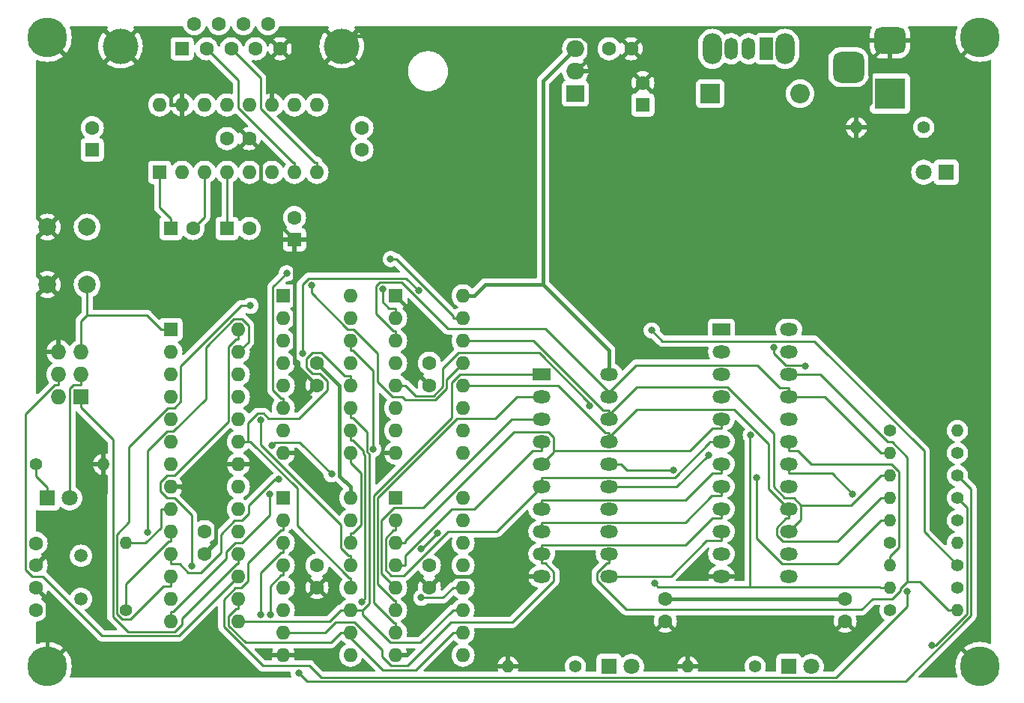
<source format=gbr>
G04 #@! TF.GenerationSoftware,KiCad,Pcbnew,7.0.7*
G04 #@! TF.CreationDate,2023-10-03T16:10:38+02:00*
G04 #@! TF.ProjectId,DuPal_DIP,44755061-6c5f-4444-9950-2e6b69636164,rev?*
G04 #@! TF.SameCoordinates,Original*
G04 #@! TF.FileFunction,Copper,L2,Bot*
G04 #@! TF.FilePolarity,Positive*
%FSLAX46Y46*%
G04 Gerber Fmt 4.6, Leading zero omitted, Abs format (unit mm)*
G04 Created by KiCad (PCBNEW 7.0.7) date 2023-10-03 16:10:38*
%MOMM*%
%LPD*%
G01*
G04 APERTURE LIST*
G04 Aperture macros list*
%AMRoundRect*
0 Rectangle with rounded corners*
0 $1 Rounding radius*
0 $2 $3 $4 $5 $6 $7 $8 $9 X,Y pos of 4 corners*
0 Add a 4 corners polygon primitive as box body*
4,1,4,$2,$3,$4,$5,$6,$7,$8,$9,$2,$3,0*
0 Add four circle primitives for the rounded corners*
1,1,$1+$1,$2,$3*
1,1,$1+$1,$4,$5*
1,1,$1+$1,$6,$7*
1,1,$1+$1,$8,$9*
0 Add four rect primitives between the rounded corners*
20,1,$1+$1,$2,$3,$4,$5,0*
20,1,$1+$1,$4,$5,$6,$7,0*
20,1,$1+$1,$6,$7,$8,$9,0*
20,1,$1+$1,$8,$9,$2,$3,0*%
G04 Aperture macros list end*
G04 #@! TA.AperFunction,ComponentPad*
%ADD10C,1.600000*%
G04 #@! TD*
G04 #@! TA.AperFunction,ComponentPad*
%ADD11R,1.600000X1.600000*%
G04 #@! TD*
G04 #@! TA.AperFunction,ComponentPad*
%ADD12R,1.800000X1.800000*%
G04 #@! TD*
G04 #@! TA.AperFunction,ComponentPad*
%ADD13C,1.800000*%
G04 #@! TD*
G04 #@! TA.AperFunction,ComponentPad*
%ADD14R,2.200000X2.200000*%
G04 #@! TD*
G04 #@! TA.AperFunction,ComponentPad*
%ADD15O,2.200000X2.200000*%
G04 #@! TD*
G04 #@! TA.AperFunction,ComponentPad*
%ADD16R,1.727200X1.727200*%
G04 #@! TD*
G04 #@! TA.AperFunction,ComponentPad*
%ADD17O,1.727200X1.727200*%
G04 #@! TD*
G04 #@! TA.AperFunction,ComponentPad*
%ADD18C,4.000000*%
G04 #@! TD*
G04 #@! TA.AperFunction,ComponentPad*
%ADD19R,3.500000X3.500000*%
G04 #@! TD*
G04 #@! TA.AperFunction,ComponentPad*
%ADD20RoundRect,0.750000X-1.000000X0.750000X-1.000000X-0.750000X1.000000X-0.750000X1.000000X0.750000X0*%
G04 #@! TD*
G04 #@! TA.AperFunction,ComponentPad*
%ADD21RoundRect,0.875000X-0.875000X0.875000X-0.875000X-0.875000X0.875000X-0.875000X0.875000X0.875000X0*%
G04 #@! TD*
G04 #@! TA.AperFunction,ComponentPad*
%ADD22C,1.400000*%
G04 #@! TD*
G04 #@! TA.AperFunction,ComponentPad*
%ADD23O,1.400000X1.400000*%
G04 #@! TD*
G04 #@! TA.AperFunction,ComponentPad*
%ADD24C,2.000000*%
G04 #@! TD*
G04 #@! TA.AperFunction,ComponentPad*
%ADD25O,2.200000X3.500000*%
G04 #@! TD*
G04 #@! TA.AperFunction,ComponentPad*
%ADD26R,1.500000X2.500000*%
G04 #@! TD*
G04 #@! TA.AperFunction,ComponentPad*
%ADD27O,1.500000X2.500000*%
G04 #@! TD*
G04 #@! TA.AperFunction,ComponentPad*
%ADD28O,1.600000X1.600000*%
G04 #@! TD*
G04 #@! TA.AperFunction,ComponentPad*
%ADD29R,2.000000X1.440000*%
G04 #@! TD*
G04 #@! TA.AperFunction,ComponentPad*
%ADD30O,2.000000X1.440000*%
G04 #@! TD*
G04 #@! TA.AperFunction,ComponentPad*
%ADD31R,2.000000X1.905000*%
G04 #@! TD*
G04 #@! TA.AperFunction,ComponentPad*
%ADD32O,2.000000X1.905000*%
G04 #@! TD*
G04 #@! TA.AperFunction,ComponentPad*
%ADD33C,1.500000*%
G04 #@! TD*
G04 #@! TA.AperFunction,ComponentPad*
%ADD34C,4.500000*%
G04 #@! TD*
G04 #@! TA.AperFunction,ViaPad*
%ADD35C,0.800000*%
G04 #@! TD*
G04 #@! TA.AperFunction,Conductor*
%ADD36C,0.250000*%
G04 #@! TD*
G04 #@! TA.AperFunction,Conductor*
%ADD37C,0.400000*%
G04 #@! TD*
G04 APERTURE END LIST*
D10*
X93980000Y-118110000D03*
X93980000Y-115610000D03*
X93980000Y-120650000D03*
X93980000Y-123150000D03*
X130810000Y-71120000D03*
X130810000Y-68620000D03*
D11*
X109220000Y-80010000D03*
D10*
X111720000Y-80010000D03*
D11*
X115570000Y-80010000D03*
D10*
X118070000Y-80010000D03*
D11*
X100330000Y-71120000D03*
D10*
X100330000Y-68620000D03*
D11*
X123190000Y-81280000D03*
D10*
X123190000Y-78780000D03*
X125730000Y-95250000D03*
X125730000Y-97750000D03*
X113030000Y-114300000D03*
X113030000Y-116800000D03*
X115570000Y-69850000D03*
X118070000Y-69850000D03*
X125730000Y-118110000D03*
X125730000Y-120610000D03*
X185420000Y-121920000D03*
X185420000Y-124420000D03*
X158750000Y-59690000D03*
X161250000Y-59690000D03*
D11*
X162560000Y-66040000D03*
D10*
X162560000Y-63540000D03*
D12*
X95250000Y-110490000D03*
D13*
X97790000Y-110490000D03*
D12*
X196850000Y-73660000D03*
D13*
X194310000Y-73660000D03*
D14*
X170180000Y-64770000D03*
D15*
X180340000Y-64770000D03*
D16*
X99060000Y-99060000D03*
D17*
X96520000Y-99060000D03*
X99060000Y-96520000D03*
X96520000Y-96520000D03*
X99060000Y-93980000D03*
X96520000Y-93980000D03*
D18*
X128530000Y-59390000D03*
X103530000Y-59390000D03*
D11*
X110490000Y-59690000D03*
D10*
X113260000Y-59690000D03*
X116030000Y-59690000D03*
X118800000Y-59690000D03*
X121570000Y-59690000D03*
X111875000Y-56850000D03*
X114645000Y-56850000D03*
X117415000Y-56850000D03*
X120185000Y-56850000D03*
D19*
X190500000Y-64770000D03*
D20*
X190500000Y-58770000D03*
D21*
X185800000Y-61770000D03*
D22*
X198120000Y-107950000D03*
D23*
X190500000Y-107950000D03*
D22*
X198120000Y-110490000D03*
D23*
X190500000Y-110490000D03*
D22*
X198120000Y-113030000D03*
D23*
X190500000Y-113030000D03*
D22*
X190500000Y-115570000D03*
D23*
X198120000Y-115570000D03*
D22*
X198120000Y-118110000D03*
D23*
X190500000Y-118110000D03*
D22*
X198120000Y-120650000D03*
D23*
X190500000Y-120650000D03*
D22*
X198120000Y-105410000D03*
D23*
X190500000Y-105410000D03*
D22*
X190500000Y-123190000D03*
D23*
X198120000Y-123190000D03*
D22*
X190500000Y-102870000D03*
D23*
X198120000Y-102870000D03*
D22*
X93980000Y-106680000D03*
D23*
X101600000Y-106680000D03*
D22*
X194310000Y-68580000D03*
D23*
X186690000Y-68580000D03*
D22*
X104140000Y-123190000D03*
D23*
X104140000Y-115570000D03*
D24*
X95250000Y-86360000D03*
X95250000Y-79860000D03*
X99750000Y-86360000D03*
X99750000Y-79860000D03*
D25*
X178630000Y-59690000D03*
X170430000Y-59690000D03*
D26*
X176530000Y-59690000D03*
D27*
X174530000Y-59690000D03*
X172530000Y-59690000D03*
D11*
X109220000Y-91440000D03*
D28*
X109220000Y-93980000D03*
X109220000Y-96520000D03*
X109220000Y-99060000D03*
X109220000Y-101600000D03*
X109220000Y-104140000D03*
X109220000Y-106680000D03*
X109220000Y-109220000D03*
X109220000Y-111760000D03*
X109220000Y-114300000D03*
X109220000Y-116840000D03*
X109220000Y-119380000D03*
X109220000Y-121920000D03*
X109220000Y-124460000D03*
X116840000Y-124460000D03*
X116840000Y-121920000D03*
X116840000Y-119380000D03*
X116840000Y-116840000D03*
X116840000Y-114300000D03*
X116840000Y-111760000D03*
X116840000Y-109220000D03*
X116840000Y-106680000D03*
X116840000Y-104140000D03*
X116840000Y-101600000D03*
X116840000Y-99060000D03*
X116840000Y-96520000D03*
X116840000Y-93980000D03*
X116840000Y-91440000D03*
D11*
X121920000Y-87630000D03*
D28*
X121920000Y-90170000D03*
X121920000Y-92710000D03*
X121920000Y-95250000D03*
X121920000Y-97790000D03*
X121920000Y-100330000D03*
X121920000Y-102870000D03*
X121920000Y-105410000D03*
X129540000Y-105410000D03*
X129540000Y-102870000D03*
X129540000Y-100330000D03*
X129540000Y-97790000D03*
X129540000Y-95250000D03*
X129540000Y-92710000D03*
X129540000Y-90170000D03*
X129540000Y-87630000D03*
D11*
X121920000Y-110490000D03*
D28*
X121920000Y-113030000D03*
X121920000Y-115570000D03*
X121920000Y-118110000D03*
X121920000Y-120650000D03*
X121920000Y-123190000D03*
X121920000Y-125730000D03*
X121920000Y-128270000D03*
X129540000Y-128270000D03*
X129540000Y-125730000D03*
X129540000Y-123190000D03*
X129540000Y-120650000D03*
X129540000Y-118110000D03*
X129540000Y-115570000D03*
X129540000Y-113030000D03*
X129540000Y-110490000D03*
D29*
X151130000Y-96520000D03*
D30*
X151130000Y-99060000D03*
X151130000Y-101600000D03*
X151130000Y-104140000D03*
X151130000Y-106680000D03*
X151130000Y-109220000D03*
X151130000Y-111760000D03*
X151130000Y-114300000D03*
X151130000Y-116840000D03*
X151130000Y-119380000D03*
X158750000Y-119380000D03*
X158750000Y-116840000D03*
X158750000Y-114300000D03*
X158750000Y-111760000D03*
X158750000Y-109220000D03*
X158750000Y-106680000D03*
X158750000Y-104140000D03*
X158750000Y-101600000D03*
X158750000Y-99060000D03*
X158750000Y-96520000D03*
D11*
X107950000Y-73660000D03*
D28*
X110490000Y-73660000D03*
X113030000Y-73660000D03*
X115570000Y-73660000D03*
X118110000Y-73660000D03*
X120650000Y-73660000D03*
X123190000Y-73660000D03*
X125730000Y-73660000D03*
X125730000Y-66040000D03*
X123190000Y-66040000D03*
X120650000Y-66040000D03*
X118110000Y-66040000D03*
X115570000Y-66040000D03*
X113030000Y-66040000D03*
X110490000Y-66040000D03*
X107950000Y-66040000D03*
D31*
X154940000Y-64770000D03*
D32*
X154940000Y-62230000D03*
X154940000Y-59690000D03*
D33*
X99060000Y-121920000D03*
X99060000Y-117040000D03*
D10*
X165100000Y-121920000D03*
X165100000Y-124420000D03*
X138430000Y-118110000D03*
X138430000Y-120610000D03*
X138430000Y-95250000D03*
X138430000Y-97750000D03*
D12*
X158750000Y-129540000D03*
D13*
X161290000Y-129540000D03*
D12*
X179070000Y-129540000D03*
D13*
X181610000Y-129540000D03*
D22*
X154940000Y-129540000D03*
D23*
X147320000Y-129540000D03*
D22*
X175260000Y-129540000D03*
D23*
X167640000Y-129540000D03*
D11*
X134620000Y-87630000D03*
D28*
X134620000Y-90170000D03*
X134620000Y-92710000D03*
X134620000Y-95250000D03*
X134620000Y-97790000D03*
X134620000Y-100330000D03*
X134620000Y-102870000D03*
X134620000Y-105410000D03*
X142240000Y-105410000D03*
X142240000Y-102870000D03*
X142240000Y-100330000D03*
X142240000Y-97790000D03*
X142240000Y-95250000D03*
X142240000Y-92710000D03*
X142240000Y-90170000D03*
X142240000Y-87630000D03*
D11*
X134620000Y-110490000D03*
D28*
X134620000Y-113030000D03*
X134620000Y-115570000D03*
X134620000Y-118110000D03*
X134620000Y-120650000D03*
X134620000Y-123190000D03*
X134620000Y-125730000D03*
X134620000Y-128270000D03*
X142240000Y-128270000D03*
X142240000Y-125730000D03*
X142240000Y-123190000D03*
X142240000Y-120650000D03*
X142240000Y-118110000D03*
X142240000Y-115570000D03*
X142240000Y-113030000D03*
X142240000Y-110490000D03*
D29*
X171450000Y-91440000D03*
D30*
X171450000Y-93980000D03*
X171450000Y-96520000D03*
X171450000Y-99060000D03*
X171450000Y-101600000D03*
X171450000Y-104140000D03*
X171450000Y-106680000D03*
X171450000Y-109220000D03*
X171450000Y-111760000D03*
X171450000Y-114300000D03*
X171450000Y-116840000D03*
X171450000Y-119380000D03*
X179070000Y-119380000D03*
X179070000Y-116840000D03*
X179070000Y-114300000D03*
X179070000Y-111760000D03*
X179070000Y-109220000D03*
X179070000Y-106680000D03*
X179070000Y-104140000D03*
X179070000Y-101600000D03*
X179070000Y-99060000D03*
X179070000Y-96520000D03*
X179070000Y-93980000D03*
X179070000Y-91440000D03*
D34*
X95250000Y-58420000D03*
X200660000Y-58420000D03*
X95250000Y-129540000D03*
X200660000Y-129540000D03*
D35*
X106568400Y-114346900D03*
X111546300Y-118204300D03*
X123676300Y-130277800D03*
X120436700Y-123689500D03*
X195253500Y-127123700D03*
X175438500Y-108174700D03*
X165982300Y-107337800D03*
X119352800Y-123731400D03*
X169967200Y-105634700D03*
X186279100Y-110069800D03*
X192419000Y-121033600D03*
X156575000Y-100086700D03*
X163573300Y-91556900D03*
X163876400Y-120128900D03*
X174757200Y-103389300D03*
X139388700Y-114444600D03*
X137523700Y-116253200D03*
X133148200Y-86882500D03*
X122309800Y-85103500D03*
X120370600Y-110064700D03*
X132111400Y-104970600D03*
X125100500Y-86404700D03*
X118212100Y-88755400D03*
X121437800Y-108384800D03*
X119352800Y-101661700D03*
X137522700Y-121785400D03*
X134054200Y-83471100D03*
X120667000Y-104530000D03*
X127387300Y-107810700D03*
X130812000Y-122232700D03*
X124082300Y-94133800D03*
X137241400Y-87066000D03*
X180914600Y-95544800D03*
X177360400Y-93495600D03*
D36*
X106371100Y-115570000D02*
X108094700Y-113846400D01*
X104140000Y-115570000D02*
X105165300Y-115570000D01*
X109220000Y-111760000D02*
X108094700Y-111760000D01*
X108094700Y-113846400D02*
X108094700Y-111760000D01*
X105165300Y-115570000D02*
X106371100Y-115570000D01*
D37*
X109239700Y-66040000D02*
X109239700Y-65099700D01*
X156425300Y-59045600D02*
X155630700Y-58251000D01*
X110490000Y-109220000D02*
X113030000Y-106680000D01*
X120650000Y-66040000D02*
X120650000Y-60610000D01*
X151130000Y-119380000D02*
X139660000Y-119380000D01*
X138430000Y-97750000D02*
X136842900Y-96162900D01*
X95250000Y-121920000D02*
X95250000Y-129540000D01*
X109220000Y-109220000D02*
X110351000Y-109220000D01*
X165100000Y-124420000D02*
X167640000Y-126960000D01*
X93980000Y-120650000D02*
X95250000Y-121920000D01*
X188299600Y-60970400D02*
X188299600Y-65820100D01*
X156425300Y-60744700D02*
X156425300Y-59045600D01*
X155630700Y-58251000D02*
X129669000Y-58251000D01*
X110351000Y-109220000D02*
X109220000Y-109220000D01*
X93980000Y-118110000D02*
X101600000Y-110490000D01*
X136842900Y-96162900D02*
X136842900Y-89852900D01*
X123190000Y-81280000D02*
X123190000Y-82530300D01*
X118070000Y-69850000D02*
X119380000Y-71160000D01*
X101600000Y-110490000D02*
X101600000Y-106680000D01*
X120650000Y-60610000D02*
X121570000Y-59690000D01*
X109239700Y-65099700D02*
X103530000Y-59390000D01*
X119380000Y-77470000D02*
X123190000Y-81280000D01*
X129669000Y-58251000D02*
X128530000Y-59390000D01*
X139660000Y-119380000D02*
X138430000Y-120610000D01*
X119380000Y-71160000D02*
X119380000Y-77470000D01*
X186690000Y-68580000D02*
X186690000Y-67429700D01*
X167640000Y-126960000D02*
X167640000Y-129540000D01*
X113030000Y-116800000D02*
X114280000Y-115550000D01*
X114280000Y-115550000D02*
X114280000Y-113149000D01*
X125730000Y-97750000D02*
X123190000Y-95210000D01*
X113030000Y-106680000D02*
X116840000Y-106680000D01*
X114280000Y-113149000D02*
X110351000Y-109220000D01*
X154940000Y-62230000D02*
X156425300Y-60744700D01*
X110490000Y-66040000D02*
X109239700Y-66040000D01*
X188299600Y-65820100D02*
X186690000Y-67429700D01*
X123190000Y-95210000D02*
X123190000Y-82530300D01*
X136842900Y-89852900D02*
X134620000Y-87630000D01*
X110351000Y-109220000D02*
X110490000Y-109220000D01*
X190500000Y-58770000D02*
X188299600Y-60970400D01*
D36*
X109220000Y-114300000D02*
X109220000Y-115425300D01*
X109220000Y-115425300D02*
X108938700Y-115425300D01*
X108938700Y-115425300D02*
X104140000Y-120224000D01*
X104140000Y-120224000D02*
X104140000Y-123190000D01*
X99750000Y-86360000D02*
X99750000Y-89839800D01*
X99060000Y-93980000D02*
X99060000Y-90529800D01*
X106494500Y-89839800D02*
X108094700Y-91440000D01*
X99750000Y-89839800D02*
X106494500Y-89839800D01*
X99060000Y-90529800D02*
X99750000Y-89839800D01*
X109220000Y-91440000D02*
X108094700Y-91440000D01*
X111720000Y-80010000D02*
X113030000Y-78700000D01*
X113030000Y-78700000D02*
X113030000Y-73660000D01*
X109220000Y-78884700D02*
X107950000Y-77614700D01*
X109220000Y-80010000D02*
X109220000Y-78884700D01*
X107950000Y-77614700D02*
X107950000Y-73660000D01*
X115570000Y-80010000D02*
X115570000Y-73660000D01*
D37*
X151295100Y-63334900D02*
X151295100Y-86348200D01*
X129540000Y-109239700D02*
X128289700Y-107989400D01*
X142240000Y-87630000D02*
X143490300Y-87630000D01*
X128289700Y-107989400D02*
X128289700Y-97809700D01*
X165100000Y-121920000D02*
X185420000Y-121920000D01*
X128289700Y-97809700D02*
X125730000Y-95250000D01*
X143490300Y-87630000D02*
X144772100Y-86348200D01*
X158750000Y-93803100D02*
X158750000Y-96520000D01*
X151295100Y-86348200D02*
X158750000Y-93803100D01*
X154940000Y-59690000D02*
X151295100Y-63334900D01*
X144772100Y-86348200D02*
X151295100Y-86348200D01*
X129540000Y-110490000D02*
X129540000Y-109239700D01*
D36*
X99060000Y-97708900D02*
X98168300Y-97708900D01*
X99060000Y-96520000D02*
X99060000Y-97708900D01*
X97790000Y-98087200D02*
X97790000Y-110490000D01*
X98168300Y-97708900D02*
X97790000Y-98087200D01*
X95250000Y-110490000D02*
X95250000Y-109264700D01*
X95250000Y-109264700D02*
X93980000Y-107994700D01*
X93980000Y-107994700D02*
X93980000Y-106680000D01*
X92790800Y-118652900D02*
X93551700Y-119413800D01*
X96074200Y-97708900D02*
X92790800Y-100992300D01*
X93551700Y-119413800D02*
X94775900Y-119413800D01*
X92790800Y-100992300D02*
X92790800Y-118652900D01*
X96520000Y-97708900D02*
X96074200Y-97708900D01*
X96520000Y-96520000D02*
X96520000Y-97708900D01*
X94775900Y-119413800D02*
X101449600Y-126087500D01*
X110132500Y-126087500D02*
X116840000Y-119380000D01*
X101449600Y-126087500D02*
X110132500Y-126087500D01*
X110490000Y-124782900D02*
X110490000Y-124104300D01*
X110490000Y-124104300D02*
X116629000Y-117965300D01*
X102654000Y-123905900D02*
X104371200Y-125623100D01*
X99060000Y-99060000D02*
X99060000Y-100248900D01*
X102654000Y-110249700D02*
X102654000Y-123905900D01*
X116629000Y-117965300D02*
X116840000Y-117965300D01*
X104371200Y-125623100D02*
X109649800Y-125623100D01*
X102714700Y-103903600D02*
X102714700Y-110189000D01*
X116840000Y-116840000D02*
X116840000Y-117965300D01*
X99060000Y-100248900D02*
X102714700Y-103903600D01*
X109649800Y-125623100D02*
X110490000Y-124782900D01*
X102714700Y-110189000D02*
X102654000Y-110249700D01*
X125730000Y-73660000D02*
X125730000Y-72534700D01*
X116030000Y-59690000D02*
X119344700Y-63004700D01*
X125448700Y-72534700D02*
X125730000Y-72534700D01*
X119344700Y-66430700D02*
X125448700Y-72534700D01*
X119344700Y-63004700D02*
X119344700Y-66430700D01*
X116840000Y-66385700D02*
X122989000Y-72534700D01*
X122989000Y-72534700D02*
X123190000Y-72534700D01*
X123190000Y-73660000D02*
X123190000Y-72534700D01*
X113260000Y-59690000D02*
X116840000Y-63270000D01*
X116840000Y-63270000D02*
X116840000Y-66385700D01*
X130720500Y-113545500D02*
X129821300Y-114444700D01*
X129540000Y-106535300D02*
X130720500Y-107715800D01*
X129821300Y-114444700D02*
X129540000Y-114444700D01*
X129540000Y-115570000D02*
X129540000Y-114444700D01*
X129540000Y-105410000D02*
X129540000Y-106535300D01*
X130720500Y-107715800D02*
X130720500Y-113545500D01*
X108764200Y-102972000D02*
X109504600Y-102972000D01*
X116340700Y-90273800D02*
X117280300Y-90273800D01*
X106568400Y-105167800D02*
X108764200Y-102972000D01*
X113173100Y-93441400D02*
X116340700Y-90273800D01*
X117985200Y-92834800D02*
X116840000Y-93980000D01*
X109504600Y-102972000D02*
X113173100Y-99303500D01*
X117280300Y-90273800D02*
X117985200Y-90978700D01*
X106568400Y-114346900D02*
X106568400Y-105167800D01*
X117985200Y-90978700D02*
X117985200Y-92834800D01*
X113173100Y-99303500D02*
X113173100Y-93441400D01*
X116840000Y-92565300D02*
X116558600Y-92565300D01*
X116840000Y-91440000D02*
X116840000Y-92565300D01*
X108776000Y-107950000D02*
X108044600Y-108681400D01*
X115714700Y-93409200D02*
X115714700Y-101847600D01*
X109609300Y-110525300D02*
X111546300Y-112462300D01*
X111546300Y-112462300D02*
X111546300Y-118204300D01*
X109612300Y-107950000D02*
X108776000Y-107950000D01*
X115714700Y-101847600D02*
X109612300Y-107950000D01*
X116558600Y-92565300D02*
X115714700Y-93409200D01*
X108044600Y-108681400D02*
X108044600Y-109742900D01*
X108044600Y-109742900D02*
X108827000Y-110525300D01*
X108827000Y-110525300D02*
X109609300Y-110525300D01*
X158068900Y-100554700D02*
X158750000Y-100554700D01*
X158750000Y-101077300D02*
X161846100Y-97981200D01*
X158750000Y-101600000D02*
X158750000Y-101077300D01*
X177332900Y-103165700D02*
X177332900Y-109243500D01*
X189474700Y-107950000D02*
X186121400Y-111303300D01*
X190500000Y-107950000D02*
X189474700Y-107950000D01*
X179621300Y-110490000D02*
X180434600Y-111303300D01*
X177332900Y-109243500D02*
X178579400Y-110490000D01*
X172148400Y-97981200D02*
X177332900Y-103165700D01*
X158750000Y-101077300D02*
X158750000Y-100554700D01*
X180434600Y-112935400D02*
X179070000Y-114300000D01*
X142240000Y-92710000D02*
X150224200Y-92710000D01*
X186121400Y-111303300D02*
X180434600Y-111303300D01*
X180434600Y-111303300D02*
X180434600Y-112935400D01*
X178579400Y-110490000D02*
X179621300Y-110490000D01*
X161846100Y-97981200D02*
X172148400Y-97981200D01*
X150224200Y-92710000D02*
X158068900Y-100554700D01*
X199643600Y-109473600D02*
X199643600Y-123806200D01*
X124616700Y-131218200D02*
X123676300Y-130277800D01*
X198120000Y-107950000D02*
X199643600Y-109473600D01*
X199643600Y-123806200D02*
X192231600Y-131218200D01*
X192231600Y-131218200D02*
X124616700Y-131218200D01*
X177731200Y-114733100D02*
X177731200Y-113837900D01*
X177731200Y-113837900D02*
X178763800Y-112805300D01*
X179070000Y-111760000D02*
X179070000Y-112805300D01*
X142240000Y-97790000D02*
X143365300Y-97790000D01*
X161856700Y-100510600D02*
X172904500Y-100510600D01*
X172904500Y-100510600D02*
X176789400Y-104395500D01*
X176789400Y-104395500D02*
X176789400Y-109479400D01*
X143365300Y-97790000D02*
X153010500Y-97790000D01*
X158750000Y-104140000D02*
X158750000Y-103617300D01*
X178355200Y-115357100D02*
X177731200Y-114733100D01*
X190500000Y-110490000D02*
X189474700Y-110490000D01*
X158750000Y-103617300D02*
X158750000Y-103094700D01*
X184607600Y-115357100D02*
X178355200Y-115357100D01*
X178763800Y-112805300D02*
X179070000Y-112805300D01*
X153010500Y-97790000D02*
X158315200Y-103094700D01*
X189474700Y-110490000D02*
X184607600Y-115357100D01*
X176789400Y-109479400D02*
X179070000Y-111760000D01*
X158750000Y-103617300D02*
X161856700Y-100510600D01*
X158315200Y-103094700D02*
X158750000Y-103094700D01*
X198120000Y-110490000D02*
X199193200Y-111563200D01*
X121638700Y-119235300D02*
X120436700Y-120437300D01*
X199193200Y-111563200D02*
X199193200Y-123619700D01*
X195689200Y-127123700D02*
X195253500Y-127123700D01*
X121920000Y-119235300D02*
X121638700Y-119235300D01*
X121920000Y-118110000D02*
X121920000Y-119235300D01*
X199193200Y-123619700D02*
X195689200Y-127123700D01*
X120436700Y-120437300D02*
X120436700Y-123689500D01*
X189474700Y-113030000D02*
X184575500Y-117929200D01*
X175438500Y-115038400D02*
X175438500Y-108174700D01*
X184575500Y-117929200D02*
X178329300Y-117929200D01*
X158750000Y-106680000D02*
X160075300Y-106680000D01*
X160075300Y-106680000D02*
X160733100Y-107337800D01*
X160733100Y-107337800D02*
X165982300Y-107337800D01*
X178329300Y-117929200D02*
X175438500Y-115038400D01*
X190500000Y-113030000D02*
X189474700Y-113030000D01*
X119352800Y-118981200D02*
X119352800Y-123731400D01*
X121920000Y-116695300D02*
X121638700Y-116695300D01*
X121920000Y-115570000D02*
X121920000Y-116695300D01*
X121638700Y-116695300D02*
X119352800Y-118981200D01*
X179070000Y-106680000D02*
X179070000Y-107725300D01*
X166381900Y-109220000D02*
X169967200Y-105634700D01*
X183934600Y-107725300D02*
X186279100Y-110069800D01*
X179070000Y-107725300D02*
X183934600Y-107725300D01*
X158750000Y-109220000D02*
X166381900Y-109220000D01*
X115208200Y-125087700D02*
X115208200Y-121958600D01*
X119590200Y-129469700D02*
X115208200Y-125087700D01*
X117965400Y-117828600D02*
X121638700Y-114155300D01*
X192419000Y-121033600D02*
X192419000Y-122723300D01*
X117965400Y-119846500D02*
X117965400Y-117828600D01*
X121638700Y-114155300D02*
X121920000Y-114155300D01*
X116516800Y-120650000D02*
X117161900Y-120650000D01*
X126199700Y-130767800D02*
X124901600Y-129469700D01*
X184374500Y-130767800D02*
X126199700Y-130767800D01*
X124901600Y-129469700D02*
X119590200Y-129469700D01*
X115208200Y-121958600D02*
X116516800Y-120650000D01*
X121920000Y-113030000D02*
X121920000Y-114155300D01*
X117161900Y-120650000D02*
X117965400Y-119846500D01*
X192419000Y-122723300D02*
X184374500Y-130767800D01*
X139958700Y-95874600D02*
X139958700Y-97908400D01*
X134620000Y-97790000D02*
X135745300Y-97790000D01*
X156575000Y-99776600D02*
X150871700Y-94073300D01*
X150871700Y-94073300D02*
X141760000Y-94073300D01*
X179070000Y-104140000D02*
X179070000Y-105185300D01*
X179070000Y-105185300D02*
X180115300Y-105185300D01*
X139958700Y-97908400D02*
X138892600Y-98974500D01*
X191525300Y-107522900D02*
X191525300Y-116059400D01*
X191525300Y-116059400D02*
X190500000Y-117084700D01*
X180115300Y-105185300D02*
X181610000Y-106680000D01*
X136929800Y-98974500D02*
X135745300Y-97790000D01*
X190682400Y-106680000D02*
X191525300Y-107522900D01*
X138892600Y-98974500D02*
X136929800Y-98974500D01*
X141760000Y-94073300D02*
X139958700Y-95874600D01*
X190500000Y-118110000D02*
X190500000Y-117084700D01*
X156575000Y-100086700D02*
X156575000Y-99776600D01*
X181610000Y-106680000D02*
X190682400Y-106680000D01*
X194345400Y-114335400D02*
X194345400Y-105163200D01*
X194345400Y-105163200D02*
X181952400Y-92770200D01*
X164786600Y-92770200D02*
X163573300Y-91556900D01*
X181952400Y-92770200D02*
X164786600Y-92770200D01*
X198120000Y-118110000D02*
X194345400Y-114335400D01*
X190500000Y-120650000D02*
X189474700Y-120650000D01*
X174684400Y-120519700D02*
X189344400Y-120519700D01*
X189344400Y-120519700D02*
X189474700Y-120650000D01*
X174684400Y-103462100D02*
X174757200Y-103389300D01*
X174684400Y-120519700D02*
X174684400Y-103462100D01*
X163876400Y-120128900D02*
X164267200Y-120519700D01*
X164267200Y-120519700D02*
X174684400Y-120519700D01*
X139388700Y-114444600D02*
X137580100Y-116253200D01*
X137580100Y-116253200D02*
X137523700Y-116253200D01*
X134620000Y-92710000D02*
X134620000Y-91584700D01*
X183124700Y-99060000D02*
X189474700Y-105410000D01*
X158750000Y-99060000D02*
X158750000Y-98537300D01*
X132408800Y-86533300D02*
X132408800Y-89654800D01*
X179070000Y-98014700D02*
X178024700Y-98014700D01*
X190500000Y-105410000D02*
X189474700Y-105410000D01*
X179070000Y-99060000D02*
X183124700Y-99060000D01*
X151578800Y-91366100D02*
X140506500Y-91366100D01*
X134338700Y-91584700D02*
X134620000Y-91584700D01*
X132408800Y-89654800D02*
X134338700Y-91584700D01*
X140506500Y-91366100D02*
X135283400Y-86143000D01*
X179070000Y-99060000D02*
X179070000Y-98014700D01*
X132799100Y-86143000D02*
X132408800Y-86533300D01*
X158750000Y-98537300D02*
X151578800Y-91366100D01*
X178024700Y-98014700D02*
X175472900Y-95462900D01*
X175472900Y-95462900D02*
X161824400Y-95462900D01*
X135283400Y-86143000D02*
X132799100Y-86143000D01*
X161824400Y-95462900D02*
X158750000Y-98537300D01*
X192437400Y-119989500D02*
X192437400Y-105873000D01*
X190729400Y-104165000D02*
X190256000Y-104165000D01*
X133148200Y-88311400D02*
X133148200Y-86882500D01*
X134620000Y-90170000D02*
X134620000Y-89044700D01*
X158456000Y-117885300D02*
X158750000Y-117885300D01*
X158750000Y-116840000D02*
X158750000Y-117885300D01*
X190256000Y-104165000D02*
X182611000Y-96520000D01*
X187290200Y-123134200D02*
X160696000Y-123134200D01*
X182611000Y-96520000D02*
X179070000Y-96520000D01*
X193894200Y-119989500D02*
X192437400Y-119989500D01*
X192437400Y-119989500D02*
X191693700Y-120733200D01*
X134620000Y-89044700D02*
X133881500Y-89044700D01*
X157392600Y-118948700D02*
X158456000Y-117885300D01*
X160696000Y-123134200D02*
X157392600Y-119830800D01*
X198120000Y-123190000D02*
X197094700Y-123190000D01*
X133881500Y-89044700D02*
X133148200Y-88311400D01*
X191693700Y-120733200D02*
X191693700Y-120970200D01*
X191693700Y-120970200D02*
X190743900Y-121920000D01*
X192437400Y-105873000D02*
X190729400Y-104165000D01*
X197094700Y-123190000D02*
X193894200Y-119989500D01*
X190743900Y-121920000D02*
X188504400Y-121920000D01*
X188504400Y-121920000D02*
X187290200Y-123134200D01*
X157392600Y-119830800D02*
X157392600Y-118948700D01*
X120764500Y-86648800D02*
X122309800Y-85103500D01*
X121920000Y-99204700D02*
X121660300Y-99204700D01*
X120764500Y-98308900D02*
X120764500Y-86648800D01*
X121920000Y-100330000D02*
X121920000Y-99204700D01*
X121660300Y-99204700D02*
X120764500Y-98308900D01*
X120370600Y-112434100D02*
X120370600Y-110064700D01*
X117234700Y-115570000D02*
X120370600Y-112434100D01*
X129540000Y-92710000D02*
X129540000Y-93835300D01*
X109501300Y-123334700D02*
X115495500Y-117340500D01*
X129821300Y-93835300D02*
X132111400Y-96125400D01*
X116511000Y-115570000D02*
X117234700Y-115570000D01*
X132111400Y-96125400D02*
X132111400Y-104970600D01*
X115495500Y-117340500D02*
X115495500Y-116585500D01*
X129540000Y-93835300D02*
X129821300Y-93835300D01*
X115495500Y-116585500D02*
X116511000Y-115570000D01*
X109220000Y-123334700D02*
X109501300Y-123334700D01*
X109220000Y-124460000D02*
X109220000Y-123334700D01*
X108376600Y-120505300D02*
X104666400Y-124215500D01*
X135380500Y-99060000D02*
X135745700Y-99425200D01*
X109220000Y-119380000D02*
X109220000Y-120505300D01*
X125100500Y-86404700D02*
X125100500Y-87322800D01*
X109609300Y-100330000D02*
X110345400Y-99593900D01*
X103679900Y-124215500D02*
X103104400Y-123640000D01*
X132561800Y-94105700D02*
X132561800Y-97329300D01*
X129896100Y-91440000D02*
X132561800Y-94105700D01*
X129217700Y-91440000D02*
X129896100Y-91440000D01*
X132561800Y-97329300D02*
X134292500Y-99060000D01*
X104482800Y-113226900D02*
X104482800Y-104720300D01*
X103104400Y-114605300D02*
X104482800Y-113226900D01*
X125100500Y-87322800D02*
X129217700Y-91440000D01*
X110345400Y-99593900D02*
X110345400Y-95586000D01*
X108873100Y-100330000D02*
X109609300Y-100330000D01*
X109220000Y-120505300D02*
X108376600Y-120505300D01*
X104482800Y-104720300D02*
X108873100Y-100330000D01*
X139100900Y-99425200D02*
X140409100Y-98117000D01*
X134292500Y-99060000D02*
X135380500Y-99060000D01*
X117176000Y-88755400D02*
X118212100Y-88755400D01*
X140409100Y-97080900D02*
X142240000Y-95250000D01*
X140409100Y-98117000D02*
X140409100Y-97080900D01*
X104666400Y-124215500D02*
X103679900Y-124215500D01*
X110345400Y-95586000D02*
X117176000Y-88755400D01*
X135745700Y-99425200D02*
X139100900Y-99425200D01*
X103104400Y-123640000D02*
X103104400Y-114605300D01*
X116450700Y-113065300D02*
X117233100Y-113065300D01*
X111197200Y-118945600D02*
X112576900Y-118945600D01*
X117233100Y-113065300D02*
X118015400Y-112283000D01*
X109220000Y-117965300D02*
X110216900Y-117965300D01*
X118015400Y-112283000D02*
X118015400Y-111347600D01*
X114855400Y-114660600D02*
X116450700Y-113065300D01*
X118015400Y-111347600D02*
X120978200Y-108384800D01*
X120978200Y-108384800D02*
X121437800Y-108384800D01*
X109220000Y-116840000D02*
X109220000Y-117965300D01*
X114855400Y-116667100D02*
X114855400Y-114660600D01*
X110216900Y-117965300D02*
X111197200Y-118945600D01*
X112576900Y-118945600D02*
X114855400Y-116667100D01*
X129258600Y-116984700D02*
X129540000Y-116984700D01*
X119352800Y-104505000D02*
X128414700Y-113566900D01*
X128414700Y-116140800D02*
X129258600Y-116984700D01*
X128414700Y-113566900D02*
X128414700Y-116140800D01*
X119352800Y-101661700D02*
X119352800Y-104505000D01*
X129540000Y-118110000D02*
X129540000Y-116984700D01*
X129363100Y-119524700D02*
X123491600Y-113653200D01*
X118218800Y-104140000D02*
X117965300Y-104140000D01*
X119680100Y-100921200D02*
X119025500Y-100921200D01*
X119025500Y-100921200D02*
X117965300Y-101981400D01*
X123491600Y-109412800D02*
X118218800Y-104140000D01*
X128890300Y-96664700D02*
X126273200Y-94047600D01*
X125227200Y-94047600D02*
X124512900Y-94761900D01*
X124512900Y-95719200D02*
X125219100Y-96425400D01*
X139979300Y-121785400D02*
X137522700Y-121785400D01*
X129540000Y-120650000D02*
X129540000Y-119524700D01*
X126909200Y-98310900D02*
X123718900Y-101501200D01*
X129540000Y-96664700D02*
X128890300Y-96664700D01*
X120260100Y-101501200D02*
X119680100Y-100921200D01*
X126091700Y-96425400D02*
X126909200Y-97242900D01*
X126273200Y-94047600D02*
X125227200Y-94047600D01*
X129540000Y-119524700D02*
X129363100Y-119524700D01*
X125219100Y-96425400D02*
X126091700Y-96425400D01*
X126909200Y-97242900D02*
X126909200Y-98310900D01*
X141114700Y-120650000D02*
X139979300Y-121785400D01*
X116840000Y-104140000D02*
X117965300Y-104140000D01*
X142240000Y-120650000D02*
X141114700Y-120650000D01*
X123491600Y-113653200D02*
X123491600Y-109412800D01*
X123718900Y-101501200D02*
X120260100Y-101501200D01*
X124512900Y-94761900D02*
X124512900Y-95719200D01*
X117965300Y-101981400D02*
X117965300Y-104140000D01*
X129540000Y-97790000D02*
X129540000Y-96664700D01*
X142240000Y-90170000D02*
X141114700Y-90170000D01*
X141114700Y-89913500D02*
X134672300Y-83471100D01*
X134672300Y-83471100D02*
X134054200Y-83471100D01*
X141114700Y-90170000D02*
X141114700Y-89913500D01*
X121015200Y-104181800D02*
X120667000Y-104530000D01*
X127387300Y-107810700D02*
X123758400Y-104181800D01*
X123758400Y-104181800D02*
X121015200Y-104181800D01*
X131174300Y-121870400D02*
X130812000Y-122232700D01*
X142240000Y-125730000D02*
X141114700Y-125730000D01*
X115710300Y-123893700D02*
X115710300Y-124927100D01*
X130935800Y-105457600D02*
X131174300Y-105696100D01*
X116840000Y-121920000D02*
X116840000Y-123045300D01*
X116840000Y-123045300D02*
X116558700Y-123045300D01*
X129540000Y-125730000D02*
X129540000Y-126292600D01*
X117638500Y-126855300D02*
X127289400Y-126855300D01*
X133165700Y-129918300D02*
X136926400Y-129918300D01*
X129540000Y-126292600D02*
X133165700Y-129918300D01*
X129540000Y-102870000D02*
X129540000Y-103995300D01*
X129540000Y-125730000D02*
X128414700Y-125730000D01*
X130935800Y-105109800D02*
X130935800Y-105457600D01*
X116558700Y-123045300D02*
X115710300Y-123893700D01*
X131174300Y-105696100D02*
X131174300Y-121870400D01*
X136926400Y-129918300D02*
X141114700Y-125730000D01*
X129540000Y-103995300D02*
X129821300Y-103995300D01*
X127289400Y-126855300D02*
X128414700Y-125730000D01*
X115710300Y-124927100D02*
X117638500Y-126855300D01*
X129821300Y-103995300D02*
X130935800Y-105109800D01*
X131676500Y-122394000D02*
X130880500Y-123190000D01*
X131386100Y-105271000D02*
X131676500Y-105561400D01*
X129250100Y-123190000D02*
X129540000Y-123190000D01*
X137446300Y-126858400D02*
X141114700Y-123190000D01*
X127144700Y-124460000D02*
X117965300Y-124460000D01*
X134052400Y-126858400D02*
X137446300Y-126858400D01*
X142240000Y-123190000D02*
X141114700Y-123190000D01*
X130880500Y-123686500D02*
X134052400Y-126858400D01*
X131676500Y-105561400D02*
X131676500Y-122394000D01*
X129821300Y-101455300D02*
X131386100Y-103020100D01*
X131386100Y-103020100D02*
X131386100Y-105271000D01*
X116840000Y-124460000D02*
X117965300Y-124460000D01*
X130880500Y-123190000D02*
X130880500Y-123686500D01*
X129540000Y-100330000D02*
X129540000Y-101455300D01*
X129250100Y-123190000D02*
X128414700Y-123190000D01*
X129540000Y-123190000D02*
X130552700Y-123190000D01*
X128414700Y-123190000D02*
X127144700Y-124460000D01*
X130552700Y-123190000D02*
X130880500Y-123190000D01*
X129540000Y-101455300D02*
X129821300Y-101455300D01*
X124082300Y-86391400D02*
X124082300Y-94133800D01*
X137241400Y-87066000D02*
X135831700Y-85656300D01*
X124817400Y-85656300D02*
X124082300Y-86391400D01*
X135831700Y-85656300D02*
X124817400Y-85656300D01*
X180839600Y-95469800D02*
X180914600Y-95544800D01*
X177360400Y-94103700D02*
X178726500Y-95469800D01*
X178726500Y-95469800D02*
X180839600Y-95469800D01*
X177360400Y-93495600D02*
X177360400Y-94103700D01*
X133075500Y-128463600D02*
X134079800Y-129467900D01*
X167415300Y-115794700D02*
X170404700Y-112805300D01*
X126686300Y-125730000D02*
X127865700Y-124550600D01*
X140870500Y-124564200D02*
X147809600Y-124564200D01*
X152510400Y-118873700D02*
X151522000Y-117885300D01*
X151130000Y-116840000D02*
X151130000Y-117885300D01*
X151130000Y-115794700D02*
X167415300Y-115794700D01*
X151130000Y-116840000D02*
X151130000Y-115794700D01*
X170404700Y-112805300D02*
X171450000Y-112805300D01*
X134079800Y-129467900D02*
X135966800Y-129467900D01*
X147809600Y-124564200D02*
X152510400Y-119863400D01*
X129960900Y-124550600D02*
X133075500Y-127665200D01*
X121920000Y-125730000D02*
X126686300Y-125730000D01*
X171450000Y-111760000D02*
X171450000Y-112805300D01*
X135966800Y-129467900D02*
X140870500Y-124564200D01*
X151522000Y-117885300D02*
X151130000Y-117885300D01*
X152510400Y-119863400D02*
X152510400Y-118873700D01*
X127865700Y-124550600D02*
X129960900Y-124550600D01*
X133075500Y-127665200D02*
X133075500Y-128463600D01*
X171450000Y-115345300D02*
X169767900Y-115345300D01*
X158750000Y-119380000D02*
X160075300Y-119380000D01*
X169767900Y-115345300D02*
X165733200Y-119380000D01*
X165733200Y-119380000D02*
X160075300Y-119380000D01*
X171450000Y-114300000D02*
X171450000Y-115345300D01*
X170329400Y-110265300D02*
X171450000Y-110265300D01*
X151130000Y-113254700D02*
X167340000Y-113254700D01*
X167340000Y-113254700D02*
X170329400Y-110265300D01*
X151130000Y-114300000D02*
X151130000Y-113254700D01*
X171450000Y-109220000D02*
X171450000Y-110265300D01*
X167415300Y-110714700D02*
X170404700Y-107725300D01*
X151130000Y-111760000D02*
X151130000Y-110714700D01*
X151130000Y-110714700D02*
X167415300Y-110714700D01*
X171450000Y-106680000D02*
X171450000Y-107725300D01*
X170404700Y-107725300D02*
X171450000Y-107725300D01*
X170124700Y-104140000D02*
X170124700Y-104225200D01*
X170124700Y-104225200D02*
X166175200Y-108174700D01*
X133477800Y-115016200D02*
X133477800Y-118632400D01*
X140559200Y-114300000D02*
X146050000Y-114300000D01*
X146050000Y-114300000D02*
X151130000Y-109220000D01*
X135575700Y-119283500D02*
X140559200Y-114300000D01*
X134620000Y-114155300D02*
X134338700Y-114155300D01*
X151130000Y-109220000D02*
X151130000Y-108174700D01*
X166175200Y-108174700D02*
X151130000Y-108174700D01*
X134128900Y-119283500D02*
X135575700Y-119283500D01*
X134338700Y-114155300D02*
X133477800Y-115016200D01*
X171450000Y-104140000D02*
X170124700Y-104140000D01*
X133477800Y-118632400D02*
X134128900Y-119283500D01*
X134620000Y-113030000D02*
X134620000Y-114155300D01*
X147990900Y-103043100D02*
X151865400Y-103043100D01*
X134620000Y-115570000D02*
X135745300Y-115570000D01*
X152466300Y-105343700D02*
X151130000Y-106680000D01*
X152466300Y-105189600D02*
X152466300Y-105343700D01*
X171450000Y-101600000D02*
X171450000Y-102645300D01*
X152466300Y-105189600D02*
X167860400Y-105189600D01*
X151865400Y-103043100D02*
X152466300Y-103644000D01*
X152466300Y-103644000D02*
X152466300Y-105189600D01*
X170404700Y-102645300D02*
X171450000Y-102645300D01*
X167860400Y-105189600D02*
X170404700Y-102645300D01*
X135745300Y-115288700D02*
X147990900Y-103043100D01*
X135745300Y-115570000D02*
X135745300Y-115288700D01*
X140950300Y-111795300D02*
X135745300Y-117000300D01*
X134620000Y-118110000D02*
X135745300Y-118110000D01*
X135745300Y-117000300D02*
X135745300Y-118110000D01*
X150084700Y-105185300D02*
X143474700Y-111795300D01*
X151130000Y-104140000D02*
X151130000Y-105185300D01*
X143474700Y-111795300D02*
X140950300Y-111795300D01*
X151130000Y-105185300D02*
X150084700Y-105185300D01*
X137715800Y-111615400D02*
X147731200Y-101600000D01*
X147731200Y-101600000D02*
X151130000Y-101600000D01*
X134620000Y-120650000D02*
X133027400Y-119057400D01*
X133027400Y-119057400D02*
X133027400Y-113027700D01*
X134439700Y-111615400D02*
X137715800Y-111615400D01*
X133027400Y-113027700D02*
X134439700Y-111615400D01*
X134417700Y-122064700D02*
X132577100Y-120224100D01*
X145895600Y-101474500D02*
X148310100Y-99060000D01*
X148310100Y-99060000D02*
X151130000Y-99060000D01*
X134620000Y-123190000D02*
X134620000Y-122064700D01*
X132577100Y-110456000D02*
X141558600Y-101474500D01*
X134620000Y-122064700D02*
X134417700Y-122064700D01*
X141558600Y-101474500D02*
X145895600Y-101474500D01*
X132577100Y-120224100D02*
X132577100Y-110456000D01*
X134620000Y-125730000D02*
X134620000Y-124604700D01*
X132126800Y-122301700D02*
X132126800Y-110242200D01*
X140938500Y-101430500D02*
X140938500Y-97486400D01*
X132126800Y-110242200D02*
X140938500Y-101430500D01*
X140938500Y-97486400D02*
X141904900Y-96520000D01*
X134429800Y-124604700D02*
X132126800Y-122301700D01*
X141904900Y-96520000D02*
X151130000Y-96520000D01*
X134620000Y-124604700D02*
X134429800Y-124604700D01*
G04 #@! TA.AperFunction,Conductor*
G36*
X94504775Y-120818175D02*
G01*
X94521276Y-120832065D01*
X95067098Y-121377888D01*
X95067099Y-121377888D01*
X95117088Y-121306497D01*
X95213811Y-121099073D01*
X95213814Y-121099066D01*
X95231599Y-121032690D01*
X95268550Y-120972067D01*
X95332410Y-120941045D01*
X95402905Y-120949473D01*
X95442400Y-120976204D01*
X98193396Y-123727201D01*
X100942355Y-126476160D01*
X100952320Y-126488597D01*
X100952547Y-126488410D01*
X100957599Y-126494517D01*
X101008678Y-126542483D01*
X101029823Y-126563629D01*
X101029827Y-126563632D01*
X101029830Y-126563635D01*
X101035382Y-126567942D01*
X101039869Y-126571773D01*
X101055824Y-126586756D01*
X101074277Y-126604085D01*
X101074279Y-126604086D01*
X101092028Y-126613843D01*
X101108553Y-126624698D01*
X101124559Y-126637114D01*
X101164749Y-126654505D01*
X101167862Y-126655852D01*
X101173183Y-126658458D01*
X101214540Y-126681195D01*
X101214548Y-126681197D01*
X101234158Y-126686232D01*
X101252867Y-126692637D01*
X101271455Y-126700681D01*
X101318077Y-126708064D01*
X101323862Y-126709263D01*
X101369570Y-126721000D01*
X101389824Y-126721000D01*
X101409534Y-126722551D01*
X101411741Y-126722900D01*
X101429543Y-126725720D01*
X101464072Y-126722456D01*
X101476517Y-126721280D01*
X101482450Y-126721000D01*
X110048647Y-126721000D01*
X110064488Y-126722749D01*
X110064516Y-126722456D01*
X110072402Y-126723200D01*
X110072409Y-126723202D01*
X110142458Y-126721000D01*
X110172356Y-126721000D01*
X110179318Y-126720119D01*
X110185219Y-126719654D01*
X110232389Y-126718173D01*
X110251847Y-126712519D01*
X110271194Y-126708513D01*
X110291297Y-126705974D01*
X110335179Y-126688599D01*
X110340774Y-126686683D01*
X110369316Y-126678391D01*
X110386091Y-126673519D01*
X110386095Y-126673517D01*
X110403526Y-126663208D01*
X110421280Y-126654509D01*
X110440117Y-126647052D01*
X110478286Y-126619318D01*
X110483244Y-126616062D01*
X110523862Y-126592042D01*
X110538185Y-126577718D01*
X110553224Y-126564874D01*
X110569607Y-126552972D01*
X110599693Y-126516603D01*
X110603661Y-126512241D01*
X114359607Y-122756296D01*
X114421917Y-122722272D01*
X114492733Y-122727337D01*
X114549568Y-122769884D01*
X114574379Y-122836404D01*
X114574700Y-122845393D01*
X114574700Y-125003846D01*
X114572951Y-125019688D01*
X114573244Y-125019716D01*
X114572498Y-125027607D01*
X114574700Y-125097657D01*
X114574700Y-125127551D01*
X114574701Y-125127572D01*
X114575578Y-125134520D01*
X114576044Y-125140432D01*
X114577526Y-125187588D01*
X114577527Y-125187593D01*
X114583177Y-125207039D01*
X114587186Y-125226397D01*
X114589725Y-125246493D01*
X114589726Y-125246499D01*
X114607093Y-125290362D01*
X114609016Y-125295979D01*
X114622182Y-125341293D01*
X114632494Y-125358731D01*
X114641188Y-125376479D01*
X114648644Y-125395309D01*
X114648650Y-125395320D01*
X114676377Y-125433483D01*
X114679637Y-125438446D01*
X114703660Y-125479065D01*
X114717979Y-125493384D01*
X114730817Y-125508414D01*
X114740356Y-125521543D01*
X114742728Y-125524807D01*
X114770994Y-125548191D01*
X114779086Y-125554885D01*
X114783467Y-125558871D01*
X118023890Y-128799295D01*
X119082955Y-129858360D01*
X119092920Y-129870797D01*
X119093147Y-129870610D01*
X119098199Y-129876717D01*
X119149278Y-129924683D01*
X119170423Y-129945829D01*
X119170427Y-129945832D01*
X119170430Y-129945835D01*
X119175982Y-129950142D01*
X119180469Y-129953973D01*
X119203159Y-129975281D01*
X119214877Y-129986285D01*
X119214879Y-129986286D01*
X119232628Y-129996043D01*
X119249153Y-130006898D01*
X119265159Y-130019314D01*
X119306886Y-130037370D01*
X119308462Y-130038052D01*
X119313783Y-130040658D01*
X119355140Y-130063395D01*
X119355148Y-130063397D01*
X119374758Y-130068432D01*
X119393467Y-130074837D01*
X119412055Y-130082881D01*
X119458677Y-130090264D01*
X119464462Y-130091463D01*
X119510170Y-130103200D01*
X119530424Y-130103200D01*
X119550134Y-130104751D01*
X119552341Y-130105100D01*
X119570143Y-130107920D01*
X119604070Y-130104712D01*
X119617117Y-130103480D01*
X119623050Y-130103200D01*
X122641210Y-130103200D01*
X122709331Y-130123202D01*
X122755824Y-130176858D01*
X122766520Y-130242370D01*
X122762796Y-130277800D01*
X122782757Y-130467727D01*
X122799675Y-130519794D01*
X122840379Y-130645066D01*
X122842407Y-130716031D01*
X122805745Y-130776829D01*
X122742033Y-130808154D01*
X122720546Y-130810000D01*
X97897755Y-130810000D01*
X97829634Y-130789998D01*
X97783141Y-130736342D01*
X97773037Y-130666068D01*
X97782856Y-130632288D01*
X97833485Y-130519794D01*
X97932752Y-130201236D01*
X97992894Y-129873048D01*
X97992895Y-129873045D01*
X98013041Y-129540001D01*
X98013041Y-129539998D01*
X97992895Y-129206954D01*
X97992894Y-129206951D01*
X97932752Y-128878763D01*
X97833485Y-128560204D01*
X97696556Y-128255961D01*
X97696553Y-128255955D01*
X97523941Y-127970420D01*
X97372320Y-127776887D01*
X96473022Y-128676186D01*
X96410710Y-128710212D01*
X96339895Y-128705147D01*
X96292871Y-128671941D01*
X96292001Y-128672812D01*
X96117188Y-128497999D01*
X96118190Y-128496996D01*
X96082588Y-128443479D01*
X96081464Y-128372491D01*
X96113812Y-128316975D01*
X97013110Y-127417678D01*
X96819579Y-127266058D01*
X96534044Y-127093446D01*
X96534038Y-127093443D01*
X96229795Y-126956514D01*
X95911236Y-126857247D01*
X95583048Y-126797105D01*
X95583045Y-126797104D01*
X95250001Y-126776959D01*
X95249999Y-126776959D01*
X94916954Y-126797104D01*
X94916951Y-126797105D01*
X94588763Y-126857247D01*
X94270208Y-126956513D01*
X94157711Y-127007144D01*
X94087383Y-127016861D01*
X94022965Y-126987013D01*
X93984911Y-126927077D01*
X93980000Y-126892244D01*
X93980000Y-124578955D01*
X94000002Y-124510834D01*
X94053658Y-124464341D01*
X94095012Y-124453435D01*
X94208087Y-124443543D01*
X94429243Y-124384284D01*
X94636749Y-124287523D01*
X94824300Y-124156198D01*
X94986198Y-123994300D01*
X95117523Y-123806749D01*
X95214284Y-123599243D01*
X95273543Y-123378087D01*
X95293498Y-123150000D01*
X95273543Y-122921913D01*
X95214284Y-122700757D01*
X95117523Y-122493251D01*
X94986198Y-122305700D01*
X94824300Y-122143802D01*
X94822855Y-122142790D01*
X94636746Y-122012474D01*
X94631985Y-122009726D01*
X94633023Y-122007927D01*
X94586532Y-121966963D01*
X94567095Y-121898679D01*
X94587661Y-121830726D01*
X94632782Y-121791664D01*
X94631730Y-121789841D01*
X94636496Y-121787088D01*
X94707888Y-121737099D01*
X94707888Y-121737098D01*
X94162065Y-121191276D01*
X94128040Y-121128963D01*
X94133104Y-121058148D01*
X94175651Y-121001312D01*
X94193951Y-120989917D01*
X94218045Y-120977641D01*
X94307641Y-120888045D01*
X94319914Y-120863957D01*
X94368658Y-120812344D01*
X94437573Y-120795275D01*
X94504775Y-120818175D01*
G37*
G04 #@! TD.AperFunction*
G04 #@! TA.AperFunction,Conductor*
G36*
X102026563Y-57170002D02*
G01*
X102073056Y-57223658D01*
X102083160Y-57293932D01*
X102053666Y-57358512D01*
X102032502Y-57377937D01*
X101942521Y-57443310D01*
X101942521Y-57443311D01*
X102492487Y-57993276D01*
X102526512Y-58055589D01*
X102521448Y-58126404D01*
X102485223Y-58178183D01*
X102395130Y-58255130D01*
X102318183Y-58345223D01*
X102258732Y-58384032D01*
X102187737Y-58384538D01*
X102133276Y-58352487D01*
X101586042Y-57805252D01*
X101496971Y-57912921D01*
X101496969Y-57912924D01*
X101327882Y-58179363D01*
X101327875Y-58179377D01*
X101193513Y-58464911D01*
X101193509Y-58464920D01*
X101095992Y-58765044D01*
X101095989Y-58765057D01*
X101036856Y-59075038D01*
X101036854Y-59075055D01*
X101017041Y-59389993D01*
X101017041Y-59390006D01*
X101036854Y-59704944D01*
X101036856Y-59704961D01*
X101095989Y-60014942D01*
X101095992Y-60014955D01*
X101193509Y-60315079D01*
X101193513Y-60315088D01*
X101327875Y-60600622D01*
X101327882Y-60600636D01*
X101496966Y-60867071D01*
X101496969Y-60867075D01*
X101586042Y-60974745D01*
X102133276Y-60427511D01*
X102195589Y-60393486D01*
X102266404Y-60398550D01*
X102318181Y-60434773D01*
X102369280Y-60494603D01*
X102395130Y-60524870D01*
X102485222Y-60601816D01*
X102524031Y-60661267D01*
X102524537Y-60732262D01*
X102492486Y-60786722D01*
X101942521Y-61336686D01*
X101942521Y-61336688D01*
X102183486Y-61511759D01*
X102460034Y-61663792D01*
X102753460Y-61779968D01*
X102753466Y-61779970D01*
X103059103Y-61858444D01*
X103059130Y-61858449D01*
X103372195Y-61897998D01*
X103372214Y-61898000D01*
X103687786Y-61898000D01*
X103687804Y-61897998D01*
X104000869Y-61858449D01*
X104000896Y-61858444D01*
X104306533Y-61779970D01*
X104306539Y-61779968D01*
X104599965Y-61663792D01*
X104876517Y-61511756D01*
X105117477Y-61336688D01*
X105117477Y-61336687D01*
X104567512Y-60786723D01*
X104533487Y-60724410D01*
X104538551Y-60653595D01*
X104574774Y-60601818D01*
X104664870Y-60524870D01*
X104741818Y-60434775D01*
X104801265Y-60395968D01*
X104872260Y-60395460D01*
X104926723Y-60427512D01*
X105473956Y-60974745D01*
X105563026Y-60867080D01*
X105563029Y-60867076D01*
X105732117Y-60600636D01*
X105732124Y-60600622D01*
X105866486Y-60315088D01*
X105866490Y-60315079D01*
X105964007Y-60014955D01*
X105964010Y-60014942D01*
X106023143Y-59704961D01*
X106023145Y-59704944D01*
X106042959Y-59390006D01*
X106042959Y-59389993D01*
X106023145Y-59075055D01*
X106023143Y-59075038D01*
X105964010Y-58765057D01*
X105964007Y-58765044D01*
X105866490Y-58464920D01*
X105866486Y-58464911D01*
X105732124Y-58179377D01*
X105732117Y-58179363D01*
X105563033Y-57912928D01*
X105563030Y-57912924D01*
X105473955Y-57805252D01*
X104926722Y-58352486D01*
X104864410Y-58386512D01*
X104793595Y-58381447D01*
X104741816Y-58345222D01*
X104664870Y-58255130D01*
X104664870Y-58255129D01*
X104574774Y-58178181D01*
X104535967Y-58118733D01*
X104535459Y-58047739D01*
X104567511Y-57993276D01*
X105117477Y-57443311D01*
X105117477Y-57443310D01*
X105027497Y-57377936D01*
X104984143Y-57321714D01*
X104978068Y-57250978D01*
X105011199Y-57188186D01*
X105073019Y-57153275D01*
X105101558Y-57150000D01*
X110504043Y-57150000D01*
X110572164Y-57170002D01*
X110618657Y-57223658D01*
X110625750Y-57243389D01*
X110640715Y-57299240D01*
X110640717Y-57299246D01*
X110737477Y-57506749D01*
X110804441Y-57602384D01*
X110868802Y-57694300D01*
X111030700Y-57856198D01*
X111218251Y-57987523D01*
X111425757Y-58084284D01*
X111646913Y-58143543D01*
X111875000Y-58163498D01*
X112103087Y-58143543D01*
X112324243Y-58084284D01*
X112531749Y-57987523D01*
X112719300Y-57856198D01*
X112881198Y-57694300D01*
X113012523Y-57506749D01*
X113109284Y-57299243D01*
X113124250Y-57243388D01*
X113161202Y-57182766D01*
X113225063Y-57151745D01*
X113245957Y-57150000D01*
X113274043Y-57150000D01*
X113342164Y-57170002D01*
X113388657Y-57223658D01*
X113395750Y-57243389D01*
X113410715Y-57299240D01*
X113410717Y-57299246D01*
X113507477Y-57506749D01*
X113574441Y-57602384D01*
X113638802Y-57694300D01*
X113800700Y-57856198D01*
X113988251Y-57987523D01*
X114195757Y-58084284D01*
X114416913Y-58143543D01*
X114645000Y-58163498D01*
X114873087Y-58143543D01*
X115094243Y-58084284D01*
X115301749Y-57987523D01*
X115489300Y-57856198D01*
X115651198Y-57694300D01*
X115782523Y-57506749D01*
X115879284Y-57299243D01*
X115894250Y-57243388D01*
X115931202Y-57182766D01*
X115995063Y-57151745D01*
X116015957Y-57150000D01*
X116044043Y-57150000D01*
X116112164Y-57170002D01*
X116158657Y-57223658D01*
X116165750Y-57243389D01*
X116180715Y-57299240D01*
X116180717Y-57299246D01*
X116277477Y-57506749D01*
X116344441Y-57602384D01*
X116408802Y-57694300D01*
X116570700Y-57856198D01*
X116758251Y-57987523D01*
X116965757Y-58084284D01*
X117186913Y-58143543D01*
X117415000Y-58163498D01*
X117643087Y-58143543D01*
X117864243Y-58084284D01*
X118071749Y-57987523D01*
X118259300Y-57856198D01*
X118421198Y-57694300D01*
X118552523Y-57506749D01*
X118649284Y-57299243D01*
X118664250Y-57243388D01*
X118701202Y-57182766D01*
X118765063Y-57151745D01*
X118785957Y-57150000D01*
X118814043Y-57150000D01*
X118882164Y-57170002D01*
X118928657Y-57223658D01*
X118935750Y-57243389D01*
X118950715Y-57299240D01*
X118950717Y-57299246D01*
X119047477Y-57506749D01*
X119114441Y-57602384D01*
X119178802Y-57694300D01*
X119340700Y-57856198D01*
X119528251Y-57987523D01*
X119735757Y-58084284D01*
X119956913Y-58143543D01*
X120185000Y-58163498D01*
X120413087Y-58143543D01*
X120634243Y-58084284D01*
X120841749Y-57987523D01*
X121029300Y-57856198D01*
X121191198Y-57694300D01*
X121322523Y-57506749D01*
X121419284Y-57299243D01*
X121434250Y-57243388D01*
X121471202Y-57182766D01*
X121535063Y-57151745D01*
X121555957Y-57150000D01*
X126958442Y-57150000D01*
X127026563Y-57170002D01*
X127073056Y-57223658D01*
X127083160Y-57293932D01*
X127053666Y-57358512D01*
X127032502Y-57377937D01*
X126942521Y-57443310D01*
X126942521Y-57443311D01*
X127492487Y-57993276D01*
X127526512Y-58055589D01*
X127521448Y-58126404D01*
X127485223Y-58178183D01*
X127395130Y-58255130D01*
X127318183Y-58345223D01*
X127258732Y-58384032D01*
X127187737Y-58384538D01*
X127133276Y-58352487D01*
X126586042Y-57805252D01*
X126496971Y-57912921D01*
X126496969Y-57912924D01*
X126327882Y-58179363D01*
X126327875Y-58179377D01*
X126193513Y-58464911D01*
X126193509Y-58464920D01*
X126095992Y-58765044D01*
X126095989Y-58765057D01*
X126036856Y-59075038D01*
X126036854Y-59075055D01*
X126017041Y-59389993D01*
X126017041Y-59390006D01*
X126036854Y-59704944D01*
X126036856Y-59704961D01*
X126095989Y-60014942D01*
X126095992Y-60014955D01*
X126193509Y-60315079D01*
X126193513Y-60315088D01*
X126327875Y-60600622D01*
X126327882Y-60600636D01*
X126496966Y-60867071D01*
X126496969Y-60867075D01*
X126586042Y-60974745D01*
X127133276Y-60427511D01*
X127195589Y-60393486D01*
X127266404Y-60398550D01*
X127318181Y-60434773D01*
X127369280Y-60494603D01*
X127395130Y-60524870D01*
X127485222Y-60601816D01*
X127524031Y-60661267D01*
X127524537Y-60732262D01*
X127492486Y-60786722D01*
X126942521Y-61336686D01*
X126942521Y-61336688D01*
X127183486Y-61511759D01*
X127460034Y-61663792D01*
X127753460Y-61779968D01*
X127753466Y-61779970D01*
X128059103Y-61858444D01*
X128059130Y-61858449D01*
X128372195Y-61897998D01*
X128372214Y-61898000D01*
X128687786Y-61898000D01*
X128687804Y-61897998D01*
X129000869Y-61858449D01*
X129000896Y-61858444D01*
X129306533Y-61779970D01*
X129306539Y-61779968D01*
X129599965Y-61663792D01*
X129876517Y-61511756D01*
X130117477Y-61336688D01*
X130117477Y-61336687D01*
X129567512Y-60786723D01*
X129533487Y-60724410D01*
X129538551Y-60653595D01*
X129574774Y-60601818D01*
X129664870Y-60524870D01*
X129741818Y-60434775D01*
X129801265Y-60395968D01*
X129872260Y-60395460D01*
X129926723Y-60427512D01*
X130473956Y-60974745D01*
X130563026Y-60867080D01*
X130563029Y-60867076D01*
X130732117Y-60600636D01*
X130732124Y-60600622D01*
X130866486Y-60315088D01*
X130866490Y-60315079D01*
X130964007Y-60014955D01*
X130964010Y-60014942D01*
X131023143Y-59704961D01*
X131023145Y-59704944D01*
X131042959Y-59390006D01*
X131042959Y-59389993D01*
X131023145Y-59075055D01*
X131023143Y-59075038D01*
X130964010Y-58765057D01*
X130964007Y-58765044D01*
X130866490Y-58464920D01*
X130866486Y-58464911D01*
X130732124Y-58179377D01*
X130732117Y-58179363D01*
X130563033Y-57912928D01*
X130563030Y-57912924D01*
X130473955Y-57805252D01*
X129926722Y-58352486D01*
X129864410Y-58386512D01*
X129793595Y-58381447D01*
X129741816Y-58345222D01*
X129664870Y-58255130D01*
X129664869Y-58255130D01*
X129574774Y-58178181D01*
X129535967Y-58118733D01*
X129535459Y-58047739D01*
X129567511Y-57993276D01*
X130117477Y-57443311D01*
X130117477Y-57443310D01*
X130027497Y-57377936D01*
X129984143Y-57321714D01*
X129978068Y-57250978D01*
X130011199Y-57188186D01*
X130073019Y-57153275D01*
X130101558Y-57150000D01*
X188331750Y-57150000D01*
X188399871Y-57170002D01*
X188446364Y-57223658D01*
X188456468Y-57293932D01*
X188435322Y-57347756D01*
X188401441Y-57396659D01*
X188307797Y-57602823D01*
X188307794Y-57602832D01*
X188252467Y-57822406D01*
X188242000Y-57955387D01*
X188242000Y-58516000D01*
X188885156Y-58516000D01*
X188953277Y-58536002D01*
X188999770Y-58589658D01*
X189009874Y-58659932D01*
X189006053Y-58677496D01*
X189000000Y-58698111D01*
X189000000Y-58841888D01*
X189006053Y-58862504D01*
X189006052Y-58933500D01*
X188967667Y-58993226D01*
X188903086Y-59022718D01*
X188885156Y-59024000D01*
X188242000Y-59024000D01*
X188242000Y-59584613D01*
X188252467Y-59717593D01*
X188307794Y-59937167D01*
X188307797Y-59937176D01*
X188401441Y-60143340D01*
X188401444Y-60143346D01*
X188530394Y-60329473D01*
X188530408Y-60329490D01*
X188690509Y-60489591D01*
X188690526Y-60489605D01*
X188876653Y-60618555D01*
X188876659Y-60618558D01*
X189082823Y-60712202D01*
X189082832Y-60712205D01*
X189302406Y-60767532D01*
X189435387Y-60778000D01*
X190246000Y-60778000D01*
X190246000Y-59396000D01*
X190266002Y-59327879D01*
X190319658Y-59281386D01*
X190372000Y-59270000D01*
X190628000Y-59270000D01*
X190696121Y-59290002D01*
X190742614Y-59343658D01*
X190754000Y-59396000D01*
X190754000Y-60778000D01*
X191564613Y-60778000D01*
X191697593Y-60767532D01*
X191917167Y-60712205D01*
X191917176Y-60712202D01*
X192123340Y-60618558D01*
X192123346Y-60618555D01*
X192309473Y-60489605D01*
X192309490Y-60489591D01*
X192469591Y-60329490D01*
X192469605Y-60329473D01*
X192598555Y-60143346D01*
X192598558Y-60143340D01*
X192692202Y-59937176D01*
X192692205Y-59937167D01*
X192747532Y-59717593D01*
X192758000Y-59584613D01*
X192758000Y-59024000D01*
X192114844Y-59024000D01*
X192046723Y-59003998D01*
X192000230Y-58950342D01*
X191990126Y-58880068D01*
X191993947Y-58862504D01*
X192000000Y-58841888D01*
X192000000Y-58698111D01*
X191993947Y-58677496D01*
X191993948Y-58606500D01*
X192032333Y-58546774D01*
X192096914Y-58517282D01*
X192114844Y-58516000D01*
X192758000Y-58516000D01*
X192758000Y-57955387D01*
X192747532Y-57822406D01*
X192692205Y-57602832D01*
X192692202Y-57602823D01*
X192598558Y-57396659D01*
X192564678Y-57347756D01*
X192542326Y-57280369D01*
X192559954Y-57211596D01*
X192611965Y-57163270D01*
X192668250Y-57150000D01*
X198012245Y-57150000D01*
X198080366Y-57170002D01*
X198126859Y-57223658D01*
X198136963Y-57293932D01*
X198127144Y-57327712D01*
X198076514Y-57440205D01*
X197977247Y-57758763D01*
X197917105Y-58086951D01*
X197917104Y-58086954D01*
X197896959Y-58419998D01*
X197896959Y-58420001D01*
X197917104Y-58753045D01*
X197917105Y-58753048D01*
X197977247Y-59081236D01*
X198076514Y-59399795D01*
X198213443Y-59704038D01*
X198213446Y-59704044D01*
X198386058Y-59989579D01*
X198537678Y-60183110D01*
X199436975Y-59283812D01*
X199499288Y-59249787D01*
X199570103Y-59254851D01*
X199617130Y-59288056D01*
X199617999Y-59287188D01*
X199792812Y-59462001D01*
X199791807Y-59463005D01*
X199827408Y-59516512D01*
X199828536Y-59587500D01*
X199796186Y-59643022D01*
X198896887Y-60542320D01*
X199090420Y-60693941D01*
X199375955Y-60866553D01*
X199375961Y-60866556D01*
X199680204Y-61003485D01*
X199998763Y-61102752D01*
X200326951Y-61162894D01*
X200326954Y-61162895D01*
X200659999Y-61183041D01*
X200660001Y-61183041D01*
X200993045Y-61162895D01*
X200993048Y-61162894D01*
X201321236Y-61102752D01*
X201639791Y-61003486D01*
X201752287Y-60952855D01*
X201822615Y-60943137D01*
X201887033Y-60972983D01*
X201925089Y-61032919D01*
X201930000Y-61067754D01*
X201930000Y-126892244D01*
X201909998Y-126960365D01*
X201856342Y-127006858D01*
X201786068Y-127016962D01*
X201752289Y-127007144D01*
X201639791Y-126956513D01*
X201321236Y-126857247D01*
X200993048Y-126797105D01*
X200993045Y-126797104D01*
X200660001Y-126776959D01*
X200659999Y-126776959D01*
X200326954Y-126797104D01*
X200326951Y-126797105D01*
X199998763Y-126857247D01*
X199680204Y-126956514D01*
X199375961Y-127093443D01*
X199375955Y-127093446D01*
X199090414Y-127266061D01*
X198896888Y-127417678D01*
X199796187Y-128316976D01*
X199830212Y-128379289D01*
X199825148Y-128450104D01*
X199791945Y-128497134D01*
X199792812Y-128498001D01*
X199788925Y-128501887D01*
X199788922Y-128501890D01*
X199699462Y-128591350D01*
X199618000Y-128672812D01*
X199616996Y-128671808D01*
X199563480Y-128707411D01*
X199492492Y-128708535D01*
X199436976Y-128676187D01*
X198537678Y-127776888D01*
X198386061Y-127970414D01*
X198213446Y-128255955D01*
X198213443Y-128255961D01*
X198076514Y-128560204D01*
X197977247Y-128878763D01*
X197917105Y-129206951D01*
X197917104Y-129206954D01*
X197896959Y-129539998D01*
X197896959Y-129540001D01*
X197917104Y-129873045D01*
X197917105Y-129873048D01*
X197977247Y-130201236D01*
X198076514Y-130519794D01*
X198127144Y-130632288D01*
X198136862Y-130702616D01*
X198107015Y-130767034D01*
X198047079Y-130805089D01*
X198012245Y-130810000D01*
X193839893Y-130810000D01*
X193771772Y-130789998D01*
X193725279Y-130736342D01*
X193715175Y-130666068D01*
X193744669Y-130601488D01*
X193750798Y-130594905D01*
X196365910Y-127979793D01*
X200032260Y-124313443D01*
X200044698Y-124303480D01*
X200044510Y-124303253D01*
X200050613Y-124298202D01*
X200050618Y-124298200D01*
X200098583Y-124247121D01*
X200119735Y-124225970D01*
X200124045Y-124220412D01*
X200127874Y-124215929D01*
X200160186Y-124181521D01*
X200169946Y-124163765D01*
X200180795Y-124147250D01*
X200193214Y-124131241D01*
X200211963Y-124087910D01*
X200214553Y-124082623D01*
X200237295Y-124041260D01*
X200242333Y-124021634D01*
X200248737Y-124002932D01*
X200256780Y-123984347D01*
X200256779Y-123984347D01*
X200256781Y-123984345D01*
X200264161Y-123937747D01*
X200265362Y-123931940D01*
X200277100Y-123886230D01*
X200277100Y-123865974D01*
X200278651Y-123846263D01*
X200278723Y-123845807D01*
X200281820Y-123826257D01*
X200279013Y-123796558D01*
X200277380Y-123779280D01*
X200277100Y-123773348D01*
X200277100Y-109557454D01*
X200278849Y-109541612D01*
X200278556Y-109541585D01*
X200279300Y-109533699D01*
X200279302Y-109533692D01*
X200277100Y-109463628D01*
X200277100Y-109433744D01*
X200276220Y-109426782D01*
X200275756Y-109420893D01*
X200274274Y-109373711D01*
X200268617Y-109354242D01*
X200264612Y-109334898D01*
X200262074Y-109314803D01*
X200244700Y-109270922D01*
X200242781Y-109265316D01*
X200240148Y-109256254D01*
X200229618Y-109220007D01*
X200219306Y-109202570D01*
X200210610Y-109184821D01*
X200203152Y-109165983D01*
X200175412Y-109127803D01*
X200172164Y-109122858D01*
X200148142Y-109082238D01*
X200133814Y-109067910D01*
X200120984Y-109052889D01*
X200109072Y-109036493D01*
X200109069Y-109036491D01*
X200109069Y-109036490D01*
X200072707Y-109006408D01*
X200068326Y-109002422D01*
X199347501Y-108281597D01*
X199313475Y-108219285D01*
X199314744Y-108166248D01*
X199313731Y-108166070D01*
X199314682Y-108160667D01*
X199314686Y-108160655D01*
X199333116Y-107950000D01*
X199314686Y-107739345D01*
X199259956Y-107535090D01*
X199170589Y-107343442D01*
X199170588Y-107343441D01*
X199170587Y-107343438D01*
X199049307Y-107170232D01*
X199049304Y-107170228D01*
X199049301Y-107170224D01*
X198899776Y-107020699D01*
X198899772Y-107020696D01*
X198899767Y-107020692D01*
X198726561Y-106899412D01*
X198534912Y-106810045D01*
X198534905Y-106810042D01*
X198512211Y-106803961D01*
X198503794Y-106801706D01*
X198443172Y-106764756D01*
X198412150Y-106700896D01*
X198420578Y-106630401D01*
X198465780Y-106575654D01*
X198503793Y-106558293D01*
X198534910Y-106549956D01*
X198726558Y-106460589D01*
X198747391Y-106446002D01*
X198790509Y-106415810D01*
X198899776Y-106339301D01*
X199049301Y-106189776D01*
X199143706Y-106054951D01*
X199170587Y-106016561D01*
X199170587Y-106016560D01*
X199170589Y-106016558D01*
X199259956Y-105824910D01*
X199314686Y-105620655D01*
X199333116Y-105410000D01*
X199314686Y-105199345D01*
X199259956Y-104995090D01*
X199170589Y-104803442D01*
X199170588Y-104803441D01*
X199170587Y-104803438D01*
X199049307Y-104630232D01*
X199049304Y-104630228D01*
X199049301Y-104630224D01*
X198899776Y-104480699D01*
X198899772Y-104480696D01*
X198899767Y-104480692D01*
X198726561Y-104359412D01*
X198541056Y-104272910D01*
X198534910Y-104270044D01*
X198534909Y-104270043D01*
X198534905Y-104270042D01*
X198512211Y-104263961D01*
X198503794Y-104261706D01*
X198443172Y-104224756D01*
X198412150Y-104160896D01*
X198420578Y-104090401D01*
X198465780Y-104035654D01*
X198503793Y-104018293D01*
X198534910Y-104009956D01*
X198726558Y-103920589D01*
X198899776Y-103799301D01*
X199049301Y-103649776D01*
X199164536Y-103485203D01*
X199170587Y-103476561D01*
X199170587Y-103476560D01*
X199170589Y-103476558D01*
X199259956Y-103284910D01*
X199314686Y-103080655D01*
X199333116Y-102870000D01*
X199314686Y-102659345D01*
X199259956Y-102455090D01*
X199170589Y-102263442D01*
X199170588Y-102263441D01*
X199170587Y-102263438D01*
X199049307Y-102090232D01*
X199049303Y-102090227D01*
X199049301Y-102090224D01*
X198899776Y-101940699D01*
X198899772Y-101940696D01*
X198899767Y-101940692D01*
X198726561Y-101819412D01*
X198562606Y-101742959D01*
X198534910Y-101730044D01*
X198534908Y-101730043D01*
X198440112Y-101704643D01*
X198330655Y-101675314D01*
X198120000Y-101656884D01*
X198119999Y-101656884D01*
X198014672Y-101666099D01*
X197909345Y-101675314D01*
X197854616Y-101689978D01*
X197705091Y-101730043D01*
X197705087Y-101730045D01*
X197513438Y-101819412D01*
X197340232Y-101940692D01*
X197340221Y-101940701D01*
X197190701Y-102090221D01*
X197190692Y-102090232D01*
X197069412Y-102263438D01*
X196980045Y-102455087D01*
X196980043Y-102455091D01*
X196951707Y-102560844D01*
X196925314Y-102659345D01*
X196920767Y-102711314D01*
X196911815Y-102813644D01*
X196906884Y-102870000D01*
X196925314Y-103080655D01*
X196953740Y-103186744D01*
X196977083Y-103273862D01*
X196980044Y-103284910D01*
X196985077Y-103295703D01*
X197069412Y-103476561D01*
X197190692Y-103649767D01*
X197190696Y-103649772D01*
X197190699Y-103649776D01*
X197340224Y-103799301D01*
X197340228Y-103799304D01*
X197340232Y-103799307D01*
X197513438Y-103920587D01*
X197513441Y-103920588D01*
X197513442Y-103920589D01*
X197705090Y-104009956D01*
X197736205Y-104018293D01*
X197796828Y-104055245D01*
X197827849Y-104119105D01*
X197819421Y-104189600D01*
X197774218Y-104244347D01*
X197736206Y-104261706D01*
X197728406Y-104263796D01*
X197705091Y-104270043D01*
X197705087Y-104270045D01*
X197513438Y-104359412D01*
X197340232Y-104480692D01*
X197340221Y-104480701D01*
X197190701Y-104630221D01*
X197190692Y-104630232D01*
X197069412Y-104803438D01*
X196980045Y-104995087D01*
X196980043Y-104995091D01*
X196949126Y-105110478D01*
X196925314Y-105199345D01*
X196920767Y-105251314D01*
X196911815Y-105353644D01*
X196906884Y-105410000D01*
X196925314Y-105620655D01*
X196950380Y-105714202D01*
X196978802Y-105820278D01*
X196980044Y-105824910D01*
X196985077Y-105835703D01*
X197069412Y-106016561D01*
X197190692Y-106189767D01*
X197190696Y-106189772D01*
X197190699Y-106189776D01*
X197340224Y-106339301D01*
X197340228Y-106339304D01*
X197340232Y-106339307D01*
X197513438Y-106460587D01*
X197513441Y-106460588D01*
X197513442Y-106460589D01*
X197705090Y-106549956D01*
X197736205Y-106558293D01*
X197796828Y-106595245D01*
X197827849Y-106659105D01*
X197819421Y-106729600D01*
X197774218Y-106784347D01*
X197736206Y-106801706D01*
X197728406Y-106803796D01*
X197705091Y-106810043D01*
X197705087Y-106810045D01*
X197513438Y-106899412D01*
X197340232Y-107020692D01*
X197340221Y-107020701D01*
X197190701Y-107170221D01*
X197190692Y-107170232D01*
X197069412Y-107343438D01*
X196980045Y-107535087D01*
X196980043Y-107535091D01*
X196943755Y-107670523D01*
X196925314Y-107739345D01*
X196920767Y-107791314D01*
X196906996Y-107948725D01*
X196906884Y-107950000D01*
X196925314Y-108160655D01*
X196943937Y-108230158D01*
X196978406Y-108358800D01*
X196980044Y-108364910D01*
X196985077Y-108375703D01*
X197069412Y-108556561D01*
X197190692Y-108729767D01*
X197190696Y-108729772D01*
X197190699Y-108729776D01*
X197340224Y-108879301D01*
X197340228Y-108879304D01*
X197340232Y-108879307D01*
X197513438Y-109000587D01*
X197513441Y-109000588D01*
X197513442Y-109000589D01*
X197705090Y-109089956D01*
X197736205Y-109098293D01*
X197796828Y-109135245D01*
X197827849Y-109199105D01*
X197819421Y-109269600D01*
X197774218Y-109324347D01*
X197736206Y-109341706D01*
X197728423Y-109343792D01*
X197705091Y-109350043D01*
X197705087Y-109350045D01*
X197513438Y-109439412D01*
X197340232Y-109560692D01*
X197340221Y-109560701D01*
X197190701Y-109710221D01*
X197190692Y-109710232D01*
X197069412Y-109883438D01*
X196980045Y-110075087D01*
X196980043Y-110075091D01*
X196946617Y-110199842D01*
X196925314Y-110279345D01*
X196906884Y-110490000D01*
X196925314Y-110700655D01*
X196980044Y-110904910D01*
X196985077Y-110915703D01*
X197069412Y-111096561D01*
X197190692Y-111269767D01*
X197190696Y-111269772D01*
X197190699Y-111269776D01*
X197340224Y-111419301D01*
X197340228Y-111419304D01*
X197340232Y-111419307D01*
X197513438Y-111540587D01*
X197513441Y-111540588D01*
X197513442Y-111540589D01*
X197705090Y-111629956D01*
X197736205Y-111638293D01*
X197796828Y-111675245D01*
X197827849Y-111739105D01*
X197819421Y-111809600D01*
X197774218Y-111864347D01*
X197736206Y-111881706D01*
X197728406Y-111883796D01*
X197705091Y-111890043D01*
X197705087Y-111890045D01*
X197513438Y-111979412D01*
X197340232Y-112100692D01*
X197340221Y-112100701D01*
X197190701Y-112250221D01*
X197190692Y-112250232D01*
X197069412Y-112423438D01*
X196980045Y-112615087D01*
X196980043Y-112615091D01*
X196943865Y-112750111D01*
X196925314Y-112819345D01*
X196906884Y-113030000D01*
X196925314Y-113240655D01*
X196949430Y-113330656D01*
X196979437Y-113442648D01*
X196980044Y-113444910D01*
X196985077Y-113455703D01*
X197069412Y-113636561D01*
X197190692Y-113809767D01*
X197190696Y-113809772D01*
X197190699Y-113809776D01*
X197340224Y-113959301D01*
X197340228Y-113959304D01*
X197340232Y-113959307D01*
X197513438Y-114080587D01*
X197513441Y-114080588D01*
X197513442Y-114080589D01*
X197705090Y-114169956D01*
X197736205Y-114178293D01*
X197796828Y-114215245D01*
X197827849Y-114279105D01*
X197819421Y-114349600D01*
X197774218Y-114404347D01*
X197736206Y-114421706D01*
X197728406Y-114423796D01*
X197705091Y-114430043D01*
X197705087Y-114430045D01*
X197513438Y-114519412D01*
X197340232Y-114640692D01*
X197340221Y-114640701D01*
X197190701Y-114790221D01*
X197190692Y-114790232D01*
X197069412Y-114963438D01*
X196980045Y-115155087D01*
X196980043Y-115155091D01*
X196968199Y-115199296D01*
X196925314Y-115359345D01*
X196916338Y-115461941D01*
X196906884Y-115570000D01*
X196918033Y-115697437D01*
X196904043Y-115767042D01*
X196854644Y-115818034D01*
X196785518Y-115834224D01*
X196718612Y-115810471D01*
X196703417Y-115797513D01*
X196017229Y-115111325D01*
X195015805Y-114109900D01*
X194981779Y-114047588D01*
X194978900Y-114020805D01*
X194978900Y-105247054D01*
X194980649Y-105231212D01*
X194980356Y-105231185D01*
X194981100Y-105223299D01*
X194981102Y-105223292D01*
X194978900Y-105153228D01*
X194978900Y-105123344D01*
X194978020Y-105116382D01*
X194977556Y-105110493D01*
X194976074Y-105063311D01*
X194970420Y-105043852D01*
X194966412Y-105024497D01*
X194963874Y-105004403D01*
X194946503Y-104960529D01*
X194944589Y-104954940D01*
X194931419Y-104909607D01*
X194921103Y-104892164D01*
X194912405Y-104874409D01*
X194904952Y-104855583D01*
X194877218Y-104817410D01*
X194873958Y-104812447D01*
X194872650Y-104810235D01*
X194849942Y-104771838D01*
X194835614Y-104757510D01*
X194822784Y-104742489D01*
X194810872Y-104726093D01*
X194810869Y-104726091D01*
X194810869Y-104726090D01*
X194774507Y-104696008D01*
X194770126Y-104692022D01*
X182459644Y-92381539D01*
X182449679Y-92369101D01*
X182449452Y-92369290D01*
X182444401Y-92363184D01*
X182444400Y-92363182D01*
X182393321Y-92315216D01*
X182387006Y-92308901D01*
X182372177Y-92294071D01*
X182372172Y-92294066D01*
X182366625Y-92289763D01*
X182362117Y-92285912D01*
X182327725Y-92253617D01*
X182327719Y-92253613D01*
X182309963Y-92243851D01*
X182293447Y-92233002D01*
X182277441Y-92220586D01*
X182246689Y-92207278D01*
X182234140Y-92201848D01*
X182228808Y-92199236D01*
X182187461Y-92176505D01*
X182167836Y-92171466D01*
X182149136Y-92165064D01*
X182130545Y-92157019D01*
X182130543Y-92157018D01*
X182130542Y-92157018D01*
X182083942Y-92149637D01*
X182078129Y-92148433D01*
X182032430Y-92136700D01*
X182012176Y-92136700D01*
X181992466Y-92135149D01*
X181972457Y-92131980D01*
X181972456Y-92131980D01*
X181925483Y-92136420D01*
X181919550Y-92136700D01*
X180579111Y-92136700D01*
X180510990Y-92116698D01*
X180464497Y-92063042D01*
X180454393Y-91992768D01*
X180463250Y-91961179D01*
X180479889Y-91922250D01*
X180523096Y-91821162D01*
X180572303Y-91605572D01*
X180582224Y-91384661D01*
X180552540Y-91165528D01*
X180484206Y-90955217D01*
X180424570Y-90844394D01*
X180379421Y-90760492D01*
X180379417Y-90760485D01*
X180273722Y-90627949D01*
X180241543Y-90587598D01*
X180241541Y-90587596D01*
X180075012Y-90442103D01*
X179885193Y-90328692D01*
X179885183Y-90328687D01*
X179885182Y-90328686D01*
X179885181Y-90328686D01*
X179678147Y-90250985D01*
X179678142Y-90250983D01*
X179460570Y-90211500D01*
X179460567Y-90211500D01*
X178734822Y-90211500D01*
X178704087Y-90214266D01*
X178569754Y-90226355D01*
X178569753Y-90226356D01*
X178356593Y-90285184D01*
X178157362Y-90381129D01*
X178157355Y-90381133D01*
X177978454Y-90511112D01*
X177978453Y-90511113D01*
X177825636Y-90670947D01*
X177703814Y-90855498D01*
X177616908Y-91058825D01*
X177616903Y-91058839D01*
X177567697Y-91274428D01*
X177557779Y-91495279D01*
X177557776Y-91495339D01*
X177586015Y-91703802D01*
X177587461Y-91714476D01*
X177655792Y-91924779D01*
X177655793Y-91924782D01*
X177655794Y-91924783D01*
X177657769Y-91928454D01*
X177669898Y-91950992D01*
X177684565Y-92020457D01*
X177659348Y-92086824D01*
X177602253Y-92129023D01*
X177558943Y-92136700D01*
X173084500Y-92136700D01*
X173016379Y-92116698D01*
X172969886Y-92063042D01*
X172958500Y-92010700D01*
X172958500Y-90671367D01*
X172958499Y-90671350D01*
X172951990Y-90610803D01*
X172951988Y-90610795D01*
X172914252Y-90509623D01*
X172900889Y-90473796D01*
X172900888Y-90473794D01*
X172900887Y-90473792D01*
X172813261Y-90356738D01*
X172696207Y-90269112D01*
X172696202Y-90269110D01*
X172559204Y-90218011D01*
X172559196Y-90218009D01*
X172498649Y-90211500D01*
X172498638Y-90211500D01*
X170401362Y-90211500D01*
X170401350Y-90211500D01*
X170340803Y-90218009D01*
X170340795Y-90218011D01*
X170203797Y-90269110D01*
X170203792Y-90269112D01*
X170086738Y-90356738D01*
X169999112Y-90473792D01*
X169999110Y-90473797D01*
X169948011Y-90610795D01*
X169948009Y-90610803D01*
X169941500Y-90671350D01*
X169941500Y-92010700D01*
X169921498Y-92078821D01*
X169867842Y-92125314D01*
X169815500Y-92136700D01*
X165101195Y-92136700D01*
X165033074Y-92116698D01*
X165012100Y-92099795D01*
X164520421Y-91608116D01*
X164486395Y-91545804D01*
X164484208Y-91532206D01*
X164466842Y-91366972D01*
X164407827Y-91185344D01*
X164312340Y-91019956D01*
X164312338Y-91019954D01*
X164312334Y-91019948D01*
X164184555Y-90878035D01*
X164030052Y-90765782D01*
X163855588Y-90688106D01*
X163668787Y-90648400D01*
X163477813Y-90648400D01*
X163291011Y-90688106D01*
X163116547Y-90765782D01*
X162962044Y-90878035D01*
X162834265Y-91019948D01*
X162834258Y-91019958D01*
X162738776Y-91185338D01*
X162738773Y-91185345D01*
X162679757Y-91366972D01*
X162659796Y-91556900D01*
X162679757Y-91746827D01*
X162697972Y-91802884D01*
X162738773Y-91928456D01*
X162763406Y-91971122D01*
X162834258Y-92093841D01*
X162834265Y-92093851D01*
X162962044Y-92235764D01*
X162996440Y-92260754D01*
X163116548Y-92348018D01*
X163291012Y-92425694D01*
X163477813Y-92465400D01*
X163533706Y-92465400D01*
X163601827Y-92485402D01*
X163622801Y-92502305D01*
X164279353Y-93158857D01*
X164289320Y-93171297D01*
X164289547Y-93171110D01*
X164294599Y-93177217D01*
X164294600Y-93177218D01*
X164332131Y-93212462D01*
X164345695Y-93225199D01*
X164366825Y-93246330D01*
X164372368Y-93250630D01*
X164376881Y-93254485D01*
X164411279Y-93286786D01*
X164411280Y-93286786D01*
X164411282Y-93286788D01*
X164429029Y-93296544D01*
X164445559Y-93307402D01*
X164448778Y-93309899D01*
X164461559Y-93319813D01*
X164489392Y-93331857D01*
X164504851Y-93338547D01*
X164510185Y-93341159D01*
X164551540Y-93363895D01*
X164571162Y-93368933D01*
X164589863Y-93375335D01*
X164602414Y-93380767D01*
X164608452Y-93383380D01*
X164608453Y-93383380D01*
X164608455Y-93383381D01*
X164655077Y-93390764D01*
X164660862Y-93391963D01*
X164706570Y-93403700D01*
X164726824Y-93403700D01*
X164746534Y-93405251D01*
X164748391Y-93405545D01*
X164766543Y-93408420D01*
X164800470Y-93405212D01*
X164813517Y-93403980D01*
X164819450Y-93403700D01*
X169889429Y-93403700D01*
X169957550Y-93423702D01*
X170004043Y-93477358D01*
X170014147Y-93547632D01*
X170005291Y-93579215D01*
X169996904Y-93598838D01*
X169996903Y-93598841D01*
X169996903Y-93598842D01*
X169947697Y-93814428D01*
X169937902Y-94032544D01*
X169937776Y-94035339D01*
X169966015Y-94243802D01*
X169967461Y-94254476D01*
X170035793Y-94464782D01*
X170132068Y-94643693D01*
X170146735Y-94713158D01*
X170121517Y-94779525D01*
X170064422Y-94821723D01*
X170021113Y-94829400D01*
X161908253Y-94829400D01*
X161892411Y-94827650D01*
X161892384Y-94827944D01*
X161884492Y-94827198D01*
X161884491Y-94827198D01*
X161814442Y-94829400D01*
X161784544Y-94829400D01*
X161784540Y-94829400D01*
X161784530Y-94829401D01*
X161777579Y-94830279D01*
X161771667Y-94830744D01*
X161724512Y-94832226D01*
X161724510Y-94832227D01*
X161705055Y-94837878D01*
X161685702Y-94841886D01*
X161665610Y-94844424D01*
X161665602Y-94844426D01*
X161621736Y-94861793D01*
X161616121Y-94863716D01*
X161570807Y-94876882D01*
X161570802Y-94876884D01*
X161553363Y-94887197D01*
X161535618Y-94895890D01*
X161516780Y-94903349D01*
X161503104Y-94913286D01*
X161478612Y-94931080D01*
X161473661Y-94934333D01*
X161433040Y-94958355D01*
X161418707Y-94972687D01*
X161403681Y-94985520D01*
X161387295Y-94997426D01*
X161387294Y-94997426D01*
X161357218Y-95033780D01*
X161353223Y-95038171D01*
X160351148Y-96040245D01*
X160288836Y-96074271D01*
X160218021Y-96069206D01*
X160161185Y-96026659D01*
X160151098Y-96010857D01*
X160059421Y-95840492D01*
X160059417Y-95840485D01*
X159953163Y-95707248D01*
X159921543Y-95667598D01*
X159911827Y-95659109D01*
X159755012Y-95522103D01*
X159565193Y-95408692D01*
X159565177Y-95408684D01*
X159540226Y-95399320D01*
X159483477Y-95356657D01*
X159458803Y-95290086D01*
X159458500Y-95281355D01*
X159458500Y-93826419D01*
X159458615Y-93822614D01*
X159459110Y-93814428D01*
X159462402Y-93760008D01*
X159451092Y-93698293D01*
X159450525Y-93694570D01*
X159442965Y-93632299D01*
X159442640Y-93631442D01*
X159439351Y-93622768D01*
X159433227Y-93600802D01*
X159432504Y-93596856D01*
X159431389Y-93590771D01*
X159405642Y-93533566D01*
X159404200Y-93530086D01*
X159381954Y-93471425D01*
X159376161Y-93463033D01*
X159364958Y-93443170D01*
X159360775Y-93433875D01*
X159358737Y-93431274D01*
X159347496Y-93416926D01*
X159322083Y-93384489D01*
X159319852Y-93381455D01*
X159306951Y-93362766D01*
X159284215Y-93329827D01*
X159283473Y-93329170D01*
X159259045Y-93307528D01*
X159237249Y-93288219D01*
X159234503Y-93285633D01*
X152040505Y-86091634D01*
X152006479Y-86029322D01*
X152003600Y-86002539D01*
X152003600Y-73659999D01*
X192896673Y-73659999D01*
X192915950Y-73892633D01*
X192973249Y-74118903D01*
X192973252Y-74118910D01*
X193067015Y-74332668D01*
X193194685Y-74528083D01*
X193352774Y-74699813D01*
X193352778Y-74699817D01*
X193408965Y-74743549D01*
X193536983Y-74843190D01*
X193742273Y-74954287D01*
X193963049Y-75030080D01*
X194193288Y-75068500D01*
X194193292Y-75068500D01*
X194426708Y-75068500D01*
X194426712Y-75068500D01*
X194656951Y-75030080D01*
X194877727Y-74954287D01*
X195083017Y-74843190D01*
X195267220Y-74699818D01*
X195267225Y-74699813D01*
X195271054Y-74696289D01*
X195272431Y-74697785D01*
X195325780Y-74665690D01*
X195396745Y-74667790D01*
X195455310Y-74707924D01*
X195475741Y-74743549D01*
X195499111Y-74806204D01*
X195499112Y-74806207D01*
X195586738Y-74923261D01*
X195703792Y-75010887D01*
X195703794Y-75010888D01*
X195703796Y-75010889D01*
X195745326Y-75026379D01*
X195840795Y-75061988D01*
X195840803Y-75061990D01*
X195901350Y-75068499D01*
X195901355Y-75068499D01*
X195901362Y-75068500D01*
X195901368Y-75068500D01*
X197798632Y-75068500D01*
X197798638Y-75068500D01*
X197798645Y-75068499D01*
X197798649Y-75068499D01*
X197859196Y-75061990D01*
X197859199Y-75061989D01*
X197859201Y-75061989D01*
X197996204Y-75010889D01*
X198026110Y-74988502D01*
X198113261Y-74923261D01*
X198200887Y-74806207D01*
X198200887Y-74806206D01*
X198200889Y-74806204D01*
X198251989Y-74669201D01*
X198252312Y-74666204D01*
X198258499Y-74608649D01*
X198258500Y-74608632D01*
X198258500Y-72711367D01*
X198258499Y-72711350D01*
X198251990Y-72650803D01*
X198251988Y-72650795D01*
X198200889Y-72513797D01*
X198200887Y-72513792D01*
X198113261Y-72396738D01*
X197996207Y-72309112D01*
X197996202Y-72309110D01*
X197859204Y-72258011D01*
X197859196Y-72258009D01*
X197798649Y-72251500D01*
X197798638Y-72251500D01*
X195901362Y-72251500D01*
X195901350Y-72251500D01*
X195840803Y-72258009D01*
X195840795Y-72258011D01*
X195703797Y-72309110D01*
X195703792Y-72309112D01*
X195586738Y-72396738D01*
X195499112Y-72513792D01*
X195499112Y-72513793D01*
X195475741Y-72576451D01*
X195433193Y-72633286D01*
X195366672Y-72658095D01*
X195297298Y-72643002D01*
X195271705Y-72623002D01*
X195271054Y-72623711D01*
X195267221Y-72620182D01*
X195164952Y-72540583D01*
X195083017Y-72476810D01*
X194877727Y-72365713D01*
X194877724Y-72365712D01*
X194877723Y-72365711D01*
X194656955Y-72289921D01*
X194656948Y-72289919D01*
X194558411Y-72273476D01*
X194426712Y-72251500D01*
X194193288Y-72251500D01*
X194078066Y-72270727D01*
X193963051Y-72289919D01*
X193963044Y-72289921D01*
X193742276Y-72365711D01*
X193742273Y-72365713D01*
X193653893Y-72413542D01*
X193536985Y-72476809D01*
X193536983Y-72476810D01*
X193352778Y-72620182D01*
X193352774Y-72620186D01*
X193194685Y-72791916D01*
X193067015Y-72987331D01*
X192973252Y-73201089D01*
X192973249Y-73201096D01*
X192915950Y-73427366D01*
X192896673Y-73659999D01*
X152003600Y-73659999D01*
X152003600Y-68326000D01*
X185507445Y-68326000D01*
X186226396Y-68326000D01*
X186294517Y-68346002D01*
X186341010Y-68399658D01*
X186351114Y-68469932D01*
X186348541Y-68482929D01*
X186346019Y-68492888D01*
X186346018Y-68492890D01*
X186346018Y-68492892D01*
X186336372Y-68609302D01*
X186351010Y-68667108D01*
X186353533Y-68677069D01*
X186350866Y-68748015D01*
X186310266Y-68806257D01*
X186244622Y-68833303D01*
X186231389Y-68834000D01*
X185507446Y-68834000D01*
X185550515Y-68994735D01*
X185550517Y-68994741D01*
X185639844Y-69186305D01*
X185761084Y-69359453D01*
X185761087Y-69359457D01*
X185910542Y-69508912D01*
X185910546Y-69508915D01*
X186083694Y-69630155D01*
X186275258Y-69719482D01*
X186275264Y-69719484D01*
X186436000Y-69762553D01*
X186436000Y-69039326D01*
X186456002Y-68971205D01*
X186509658Y-68924712D01*
X186579932Y-68914608D01*
X186602911Y-68920152D01*
X186631595Y-68930000D01*
X186719005Y-68930000D01*
X186797261Y-68916941D01*
X186867743Y-68925457D01*
X186922434Y-68970728D01*
X186943967Y-69038380D01*
X186943999Y-69041222D01*
X186943999Y-69762553D01*
X187104735Y-69719484D01*
X187104741Y-69719482D01*
X187296305Y-69630155D01*
X187469453Y-69508915D01*
X187469457Y-69508912D01*
X187618912Y-69359457D01*
X187618915Y-69359453D01*
X187740155Y-69186305D01*
X187829482Y-68994741D01*
X187829484Y-68994735D01*
X187872554Y-68834000D01*
X187153604Y-68834000D01*
X187085483Y-68813998D01*
X187038990Y-68760342D01*
X187028886Y-68690068D01*
X187031459Y-68677071D01*
X187033979Y-68667114D01*
X187033982Y-68667108D01*
X187041200Y-68580000D01*
X193096884Y-68580000D01*
X193115314Y-68790655D01*
X193130703Y-68848086D01*
X193169998Y-68994741D01*
X193170044Y-68994910D01*
X193175077Y-69005703D01*
X193259412Y-69186561D01*
X193380692Y-69359767D01*
X193380696Y-69359772D01*
X193380699Y-69359776D01*
X193530224Y-69509301D01*
X193530228Y-69509304D01*
X193530232Y-69509307D01*
X193703438Y-69630587D01*
X193703441Y-69630588D01*
X193703442Y-69630589D01*
X193895090Y-69719956D01*
X194099345Y-69774686D01*
X194310000Y-69793116D01*
X194520655Y-69774686D01*
X194724910Y-69719956D01*
X194916558Y-69630589D01*
X195089776Y-69509301D01*
X195239301Y-69359776D01*
X195353272Y-69197008D01*
X195360587Y-69186561D01*
X195360587Y-69186560D01*
X195360589Y-69186558D01*
X195449956Y-68994910D01*
X195504686Y-68790655D01*
X195523116Y-68580000D01*
X195504686Y-68369345D01*
X195449956Y-68165090D01*
X195360589Y-67973442D01*
X195360588Y-67973441D01*
X195360587Y-67973438D01*
X195239307Y-67800232D01*
X195239304Y-67800228D01*
X195239301Y-67800224D01*
X195089776Y-67650699D01*
X195089772Y-67650696D01*
X195089767Y-67650692D01*
X194916561Y-67529412D01*
X194724912Y-67440045D01*
X194724908Y-67440043D01*
X194597617Y-67405936D01*
X194520655Y-67385314D01*
X194310000Y-67366884D01*
X194099345Y-67385314D01*
X194054075Y-67397444D01*
X193895091Y-67440043D01*
X193895087Y-67440045D01*
X193703438Y-67529412D01*
X193530232Y-67650692D01*
X193530221Y-67650701D01*
X193380701Y-67800221D01*
X193380692Y-67800232D01*
X193259412Y-67973438D01*
X193170045Y-68165087D01*
X193170043Y-68165091D01*
X193133900Y-68299981D01*
X193115314Y-68369345D01*
X193096884Y-68580000D01*
X187041200Y-68580000D01*
X187043628Y-68550698D01*
X187026467Y-68482929D01*
X187029134Y-68411985D01*
X187069734Y-68353743D01*
X187135378Y-68326697D01*
X187148611Y-68326000D01*
X187872554Y-68326000D01*
X187829484Y-68165264D01*
X187829482Y-68165258D01*
X187740155Y-67973694D01*
X187618915Y-67800546D01*
X187618912Y-67800542D01*
X187469457Y-67651087D01*
X187469453Y-67651084D01*
X187296305Y-67529844D01*
X187104733Y-67440513D01*
X186944000Y-67397444D01*
X186944000Y-68120673D01*
X186923998Y-68188794D01*
X186870342Y-68235287D01*
X186800068Y-68245391D01*
X186777091Y-68239847D01*
X186748406Y-68230000D01*
X186748405Y-68230000D01*
X186660995Y-68230000D01*
X186582737Y-68243058D01*
X186512255Y-68234541D01*
X186457565Y-68189270D01*
X186436032Y-68121617D01*
X186436000Y-68118777D01*
X186436000Y-67397444D01*
X186435999Y-67397444D01*
X186275266Y-67440513D01*
X186083694Y-67529844D01*
X185910546Y-67651084D01*
X185910542Y-67651087D01*
X185761087Y-67800542D01*
X185761084Y-67800546D01*
X185639844Y-67973694D01*
X185550517Y-68165258D01*
X185550515Y-68165264D01*
X185507445Y-68326000D01*
X152003600Y-68326000D01*
X152003600Y-63680559D01*
X152023602Y-63612438D01*
X152040500Y-63591469D01*
X153237313Y-62394656D01*
X153299624Y-62360631D01*
X153370439Y-62365696D01*
X153427275Y-62408243D01*
X153450689Y-62463013D01*
X153471838Y-62589757D01*
X153471840Y-62589764D01*
X153550428Y-62818684D01*
X153550430Y-62818686D01*
X153665627Y-63031554D01*
X153665628Y-63031555D01*
X153768644Y-63163910D01*
X153794700Y-63229953D01*
X153780914Y-63299598D01*
X153731664Y-63350735D01*
X153713251Y-63359354D01*
X153693796Y-63366611D01*
X153693794Y-63366612D01*
X153693792Y-63366613D01*
X153576738Y-63454238D01*
X153489112Y-63571292D01*
X153489110Y-63571297D01*
X153438011Y-63708295D01*
X153438009Y-63708303D01*
X153431500Y-63768850D01*
X153431500Y-65771149D01*
X153438009Y-65831696D01*
X153438011Y-65831704D01*
X153489110Y-65968702D01*
X153489112Y-65968707D01*
X153576738Y-66085761D01*
X153693792Y-66173387D01*
X153693794Y-66173388D01*
X153693796Y-66173389D01*
X153752875Y-66195424D01*
X153830795Y-66224488D01*
X153830803Y-66224490D01*
X153891350Y-66230999D01*
X153891355Y-66230999D01*
X153891362Y-66231000D01*
X153891368Y-66231000D01*
X155988632Y-66231000D01*
X155988638Y-66231000D01*
X155988645Y-66230999D01*
X155988649Y-66230999D01*
X156049196Y-66224490D01*
X156049199Y-66224489D01*
X156049201Y-66224489D01*
X156186204Y-66173389D01*
X156303261Y-66085761D01*
X156390889Y-65968704D01*
X156441989Y-65831701D01*
X156444117Y-65811913D01*
X156448499Y-65771149D01*
X156448500Y-65771132D01*
X156448500Y-63768867D01*
X156448499Y-63768850D01*
X156441990Y-63708303D01*
X156441988Y-63708295D01*
X156406234Y-63612438D01*
X156390889Y-63571296D01*
X156390888Y-63571294D01*
X156390887Y-63571292D01*
X156367462Y-63540000D01*
X161247004Y-63540000D01*
X161266951Y-63768002D01*
X161326186Y-63989068D01*
X161326188Y-63989073D01*
X161422913Y-64196501D01*
X161472899Y-64267888D01*
X162018722Y-63722065D01*
X162081035Y-63688040D01*
X162151850Y-63693104D01*
X162208686Y-63735651D01*
X162220084Y-63753955D01*
X162232359Y-63778045D01*
X162232361Y-63778048D01*
X162321951Y-63867638D01*
X162321953Y-63867639D01*
X162321955Y-63867641D01*
X162346042Y-63879913D01*
X162397656Y-63928661D01*
X162414722Y-63997576D01*
X162391821Y-64064778D01*
X162377933Y-64081275D01*
X161820429Y-64638778D01*
X161815290Y-64664350D01*
X161765891Y-64715342D01*
X161714631Y-64730342D01*
X161714717Y-64731139D01*
X161650803Y-64738009D01*
X161650795Y-64738011D01*
X161513797Y-64789110D01*
X161513792Y-64789112D01*
X161396738Y-64876738D01*
X161309112Y-64993792D01*
X161309110Y-64993797D01*
X161258011Y-65130795D01*
X161258009Y-65130803D01*
X161251500Y-65191350D01*
X161251500Y-66888649D01*
X161258009Y-66949196D01*
X161258011Y-66949204D01*
X161309110Y-67086202D01*
X161309112Y-67086207D01*
X161396738Y-67203261D01*
X161513792Y-67290887D01*
X161513794Y-67290888D01*
X161513796Y-67290889D01*
X161555656Y-67306502D01*
X161650795Y-67341988D01*
X161650803Y-67341990D01*
X161711350Y-67348499D01*
X161711355Y-67348499D01*
X161711362Y-67348500D01*
X161711368Y-67348500D01*
X163408632Y-67348500D01*
X163408638Y-67348500D01*
X163408645Y-67348499D01*
X163408649Y-67348499D01*
X163469196Y-67341990D01*
X163469199Y-67341989D01*
X163469201Y-67341989D01*
X163606204Y-67290889D01*
X163628389Y-67274282D01*
X163723261Y-67203261D01*
X163810887Y-67086207D01*
X163810887Y-67086206D01*
X163810889Y-67086204D01*
X163861989Y-66949201D01*
X163868500Y-66888638D01*
X163868500Y-65918649D01*
X168571500Y-65918649D01*
X168578009Y-65979196D01*
X168578011Y-65979204D01*
X168629110Y-66116202D01*
X168629112Y-66116207D01*
X168716738Y-66233261D01*
X168833792Y-66320887D01*
X168833794Y-66320888D01*
X168833796Y-66320889D01*
X168892875Y-66342924D01*
X168970795Y-66371988D01*
X168970803Y-66371990D01*
X169031350Y-66378499D01*
X169031355Y-66378499D01*
X169031362Y-66378500D01*
X169031368Y-66378500D01*
X171328632Y-66378500D01*
X171328638Y-66378500D01*
X171328645Y-66378499D01*
X171328649Y-66378499D01*
X171389196Y-66371990D01*
X171389199Y-66371989D01*
X171389201Y-66371989D01*
X171526204Y-66320889D01*
X171548091Y-66304505D01*
X171643261Y-66233261D01*
X171730887Y-66116207D01*
X171730887Y-66116206D01*
X171730889Y-66116204D01*
X171781989Y-65979201D01*
X171783118Y-65968707D01*
X171788499Y-65918649D01*
X171788500Y-65918632D01*
X171788500Y-64770000D01*
X178726526Y-64770000D01*
X178746391Y-65022403D01*
X178749221Y-65034189D01*
X178805494Y-65268589D01*
X178899361Y-65495203D01*
X178902384Y-65502502D01*
X179034672Y-65718376D01*
X179199102Y-65910898D01*
X179391624Y-66075328D01*
X179607498Y-66207616D01*
X179841409Y-66304505D01*
X180087597Y-66363609D01*
X180340000Y-66383474D01*
X180592403Y-66363609D01*
X180838591Y-66304505D01*
X181072502Y-66207616D01*
X181288376Y-66075328D01*
X181480898Y-65910898D01*
X181645328Y-65718376D01*
X181777616Y-65502502D01*
X181874505Y-65268591D01*
X181933609Y-65022403D01*
X181953474Y-64770000D01*
X181933609Y-64517597D01*
X181874505Y-64271409D01*
X181777616Y-64037498D01*
X181645328Y-63821624D01*
X181480898Y-63629102D01*
X181288376Y-63464672D01*
X181072502Y-63332384D01*
X181066967Y-63330091D01*
X180838589Y-63235494D01*
X180643620Y-63188687D01*
X180592403Y-63176391D01*
X180340000Y-63156526D01*
X180339999Y-63156526D01*
X180087597Y-63176391D01*
X179841410Y-63235494D01*
X179607499Y-63332383D01*
X179391625Y-63464671D01*
X179199102Y-63629102D01*
X179034671Y-63821625D01*
X178902383Y-64037499D01*
X178805494Y-64271410D01*
X178753351Y-64488606D01*
X178746391Y-64517597D01*
X178726526Y-64770000D01*
X171788500Y-64770000D01*
X171788500Y-63621367D01*
X171788499Y-63621350D01*
X171781990Y-63560803D01*
X171781988Y-63560795D01*
X171730889Y-63423797D01*
X171730887Y-63423792D01*
X171643261Y-63306738D01*
X171526207Y-63219112D01*
X171526202Y-63219110D01*
X171389204Y-63168011D01*
X171389196Y-63168009D01*
X171328649Y-63161500D01*
X171328638Y-63161500D01*
X169031362Y-63161500D01*
X169031350Y-63161500D01*
X168970803Y-63168009D01*
X168970795Y-63168011D01*
X168833797Y-63219110D01*
X168833792Y-63219112D01*
X168716738Y-63306738D01*
X168629112Y-63423792D01*
X168629110Y-63423797D01*
X168578011Y-63560795D01*
X168578009Y-63560803D01*
X168571500Y-63621350D01*
X168571500Y-65918649D01*
X163868500Y-65918649D01*
X163868500Y-65191362D01*
X163868499Y-65191350D01*
X163861990Y-65130803D01*
X163861988Y-65130795D01*
X163825811Y-65033804D01*
X163810889Y-64993796D01*
X163810888Y-64993794D01*
X163810887Y-64993792D01*
X163723261Y-64876738D01*
X163606207Y-64789112D01*
X163606202Y-64789110D01*
X163469204Y-64738011D01*
X163469196Y-64738009D01*
X163405283Y-64731139D01*
X163405394Y-64730103D01*
X163342528Y-64707916D01*
X163298982Y-64651842D01*
X163296672Y-64635882D01*
X162742065Y-64081276D01*
X162708040Y-64018963D01*
X162713104Y-63948148D01*
X162755651Y-63891312D01*
X162773951Y-63879917D01*
X162798045Y-63867641D01*
X162887641Y-63778045D01*
X162899914Y-63753957D01*
X162948658Y-63702344D01*
X163017573Y-63685275D01*
X163084775Y-63708175D01*
X163101276Y-63722065D01*
X163647098Y-64267888D01*
X163647099Y-64267888D01*
X163697088Y-64196497D01*
X163793811Y-63989073D01*
X163793813Y-63989068D01*
X163853048Y-63768002D01*
X163872995Y-63540000D01*
X163853048Y-63311997D01*
X163793813Y-63090931D01*
X163793811Y-63090926D01*
X163697086Y-62883498D01*
X163647100Y-62812110D01*
X163647097Y-62812110D01*
X163101275Y-63357933D01*
X163038963Y-63391959D01*
X162968148Y-63386894D01*
X162911312Y-63344347D01*
X162899913Y-63326041D01*
X162887641Y-63301955D01*
X162887639Y-63301953D01*
X162887638Y-63301951D01*
X162798048Y-63212361D01*
X162798045Y-63212359D01*
X162773955Y-63200084D01*
X162722341Y-63151334D01*
X162705276Y-63082419D01*
X162728178Y-63015218D01*
X162742065Y-62998722D01*
X163287888Y-62452899D01*
X163287888Y-62452898D01*
X163216501Y-62402913D01*
X163009073Y-62306188D01*
X163009068Y-62306186D01*
X162788000Y-62246951D01*
X162788004Y-62246951D01*
X162560000Y-62227004D01*
X162331997Y-62246951D01*
X162110931Y-62306186D01*
X162110926Y-62306188D01*
X161903500Y-62402913D01*
X161832109Y-62452899D01*
X162377934Y-62998723D01*
X162411959Y-63061036D01*
X162406895Y-63131851D01*
X162364348Y-63188687D01*
X162346043Y-63200085D01*
X162321956Y-63212358D01*
X162321951Y-63212361D01*
X162232361Y-63301951D01*
X162232358Y-63301956D01*
X162220085Y-63326043D01*
X162171337Y-63377658D01*
X162102422Y-63394723D01*
X162035220Y-63371822D01*
X162018723Y-63357934D01*
X161472899Y-62812109D01*
X161422913Y-62883500D01*
X161326188Y-63090926D01*
X161326186Y-63090931D01*
X161266951Y-63311997D01*
X161247004Y-63540000D01*
X156367462Y-63540000D01*
X156303261Y-63454238D01*
X156186207Y-63366612D01*
X156186204Y-63366611D01*
X156166753Y-63359356D01*
X156109918Y-63316809D01*
X156085108Y-63250288D01*
X156100200Y-63180914D01*
X156111356Y-63163910D01*
X156214366Y-63031563D01*
X156214372Y-63031554D01*
X156329569Y-62818686D01*
X156329571Y-62818684D01*
X156408159Y-62589764D01*
X156408161Y-62589755D01*
X156425808Y-62484000D01*
X155608824Y-62484000D01*
X155540703Y-62463998D01*
X155494210Y-62410342D01*
X155483118Y-62349401D01*
X155486111Y-62305644D01*
X155493877Y-62192114D01*
X155480478Y-62127634D01*
X155486203Y-62056869D01*
X155529277Y-62000433D01*
X155596026Y-61976243D01*
X155603843Y-61976000D01*
X156425809Y-61976000D01*
X156425808Y-61975999D01*
X156408161Y-61870244D01*
X156408159Y-61870235D01*
X156329571Y-61641315D01*
X156329569Y-61641313D01*
X156214372Y-61428445D01*
X156214371Y-61428444D01*
X156065704Y-61237437D01*
X155887630Y-61073509D01*
X155875803Y-61065783D01*
X155829714Y-61011780D01*
X155820137Y-60941433D01*
X155850114Y-60877075D01*
X155875800Y-60854817D01*
X155887940Y-60846886D01*
X155995454Y-60747912D01*
X156066070Y-60682906D01*
X156066071Y-60682904D01*
X156066076Y-60682900D01*
X156214792Y-60491830D01*
X156330030Y-60278888D01*
X156408648Y-60049883D01*
X156448500Y-59811062D01*
X156448500Y-59690000D01*
X157436502Y-59690000D01*
X157456457Y-59918087D01*
X157474827Y-59986644D01*
X157515715Y-60139240D01*
X157515717Y-60139246D01*
X157612477Y-60346749D01*
X157731468Y-60516686D01*
X157743802Y-60534300D01*
X157905700Y-60696198D01*
X158093251Y-60827523D01*
X158300757Y-60924284D01*
X158521913Y-60983543D01*
X158750000Y-61003498D01*
X158978087Y-60983543D01*
X159199243Y-60924284D01*
X159406749Y-60827523D01*
X159594300Y-60696198D01*
X159756198Y-60534300D01*
X159887523Y-60346749D01*
X159887524Y-60346747D01*
X159887525Y-60346746D01*
X159890274Y-60341985D01*
X159892082Y-60343028D01*
X159932990Y-60296561D01*
X160001265Y-60277095D01*
X160069227Y-60297631D01*
X160108349Y-60342779D01*
X160110161Y-60341734D01*
X160112913Y-60346501D01*
X160162899Y-60417888D01*
X160708722Y-59872065D01*
X160771035Y-59838040D01*
X160841850Y-59843104D01*
X160898686Y-59885651D01*
X160910084Y-59903955D01*
X160922359Y-59928045D01*
X160922361Y-59928048D01*
X161011951Y-60017638D01*
X161011953Y-60017639D01*
X161011955Y-60017641D01*
X161036042Y-60029913D01*
X161087656Y-60078661D01*
X161104722Y-60147576D01*
X161081821Y-60214778D01*
X161067933Y-60231275D01*
X160522110Y-60777097D01*
X160522110Y-60777100D01*
X160593498Y-60827086D01*
X160800926Y-60923811D01*
X160800931Y-60923813D01*
X161021999Y-60983048D01*
X161021995Y-60983048D01*
X161250000Y-61002995D01*
X161478002Y-60983048D01*
X161699068Y-60923813D01*
X161699073Y-60923811D01*
X161906497Y-60827088D01*
X161977888Y-60777099D01*
X161977888Y-60777098D01*
X161432065Y-60231276D01*
X161398040Y-60168963D01*
X161403104Y-60098148D01*
X161445651Y-60041312D01*
X161463951Y-60029917D01*
X161488045Y-60017641D01*
X161577641Y-59928045D01*
X161589914Y-59903957D01*
X161638658Y-59852344D01*
X161707573Y-59835275D01*
X161774775Y-59858175D01*
X161791276Y-59872065D01*
X162337098Y-60417888D01*
X162337099Y-60417888D01*
X162347382Y-60403202D01*
X168821500Y-60403202D01*
X168828530Y-60492526D01*
X168836391Y-60592403D01*
X168852924Y-60661267D01*
X168895494Y-60838589D01*
X168989953Y-61066632D01*
X168992384Y-61072502D01*
X169124672Y-61288376D01*
X169289102Y-61480898D01*
X169481624Y-61645328D01*
X169697498Y-61777616D01*
X169931409Y-61874505D01*
X170177597Y-61933609D01*
X170430000Y-61953474D01*
X170682403Y-61933609D01*
X170928591Y-61874505D01*
X171162502Y-61777616D01*
X171378376Y-61645328D01*
X171570898Y-61480898D01*
X171725819Y-61299509D01*
X171785268Y-61260700D01*
X171856263Y-61260193D01*
X171891042Y-61276184D01*
X171926379Y-61299510D01*
X171931226Y-61302709D01*
X172139530Y-61391743D01*
X172360385Y-61442151D01*
X172586691Y-61452315D01*
X172811175Y-61421906D01*
X173026621Y-61351903D01*
X173226106Y-61244556D01*
X173403218Y-61103314D01*
X173435267Y-61066629D01*
X173495146Y-61028491D01*
X173566142Y-61028779D01*
X173617227Y-61058458D01*
X173742166Y-61177912D01*
X173926379Y-61299510D01*
X173931226Y-61302709D01*
X174139530Y-61391743D01*
X174360385Y-61442151D01*
X174586691Y-61452315D01*
X174811175Y-61421906D01*
X175026621Y-61351903D01*
X175123984Y-61299510D01*
X175231089Y-61241875D01*
X175231774Y-61243149D01*
X175293026Y-61224341D01*
X175361389Y-61243501D01*
X175395449Y-61274821D01*
X175416740Y-61303262D01*
X175533792Y-61390887D01*
X175533794Y-61390888D01*
X175533796Y-61390889D01*
X175592875Y-61412924D01*
X175670795Y-61441988D01*
X175670803Y-61441990D01*
X175731350Y-61448499D01*
X175731355Y-61448499D01*
X175731362Y-61448500D01*
X175731368Y-61448500D01*
X177328632Y-61448500D01*
X177328638Y-61448500D01*
X177384334Y-61442512D01*
X177454202Y-61455117D01*
X177486898Y-61478695D01*
X177489093Y-61480890D01*
X177489099Y-61480895D01*
X177489102Y-61480898D01*
X177681624Y-61645328D01*
X177897498Y-61777616D01*
X178131409Y-61874505D01*
X178377597Y-61933609D01*
X178630000Y-61953474D01*
X178882403Y-61933609D01*
X179128591Y-61874505D01*
X179362502Y-61777616D01*
X179578376Y-61645328D01*
X179770898Y-61480898D01*
X179935328Y-61288376D01*
X180067616Y-61072502D01*
X180164505Y-60838591D01*
X180173571Y-60800829D01*
X183541500Y-60800829D01*
X183541501Y-62739170D01*
X183544311Y-62792092D01*
X183587694Y-63016407D01*
X183589031Y-63023317D01*
X183672182Y-63243652D01*
X183672184Y-63243657D01*
X183791373Y-63446766D01*
X183943180Y-63626819D01*
X184123233Y-63778626D01*
X184326342Y-63897815D01*
X184326344Y-63897816D01*
X184326348Y-63897818D01*
X184546686Y-63980970D01*
X184777908Y-64025689D01*
X184830829Y-64028500D01*
X184830833Y-64028499D01*
X184830834Y-64028500D01*
X185638912Y-64028499D01*
X186769170Y-64028499D01*
X186822092Y-64025689D01*
X187053314Y-63980970D01*
X187273652Y-63897818D01*
X187476768Y-63778625D01*
X187656819Y-63626819D01*
X187808625Y-63446768D01*
X187927818Y-63243652D01*
X187997615Y-63058701D01*
X188040381Y-63002031D01*
X188106997Y-62977477D01*
X188176312Y-62992836D01*
X188226320Y-63043232D01*
X188241500Y-63103190D01*
X188241500Y-66568649D01*
X188248009Y-66629196D01*
X188248011Y-66629204D01*
X188299110Y-66766202D01*
X188299112Y-66766207D01*
X188386738Y-66883261D01*
X188503792Y-66970887D01*
X188503794Y-66970888D01*
X188503796Y-66970889D01*
X188558254Y-66991201D01*
X188640795Y-67021988D01*
X188640803Y-67021990D01*
X188701350Y-67028499D01*
X188701355Y-67028499D01*
X188701362Y-67028500D01*
X188701368Y-67028500D01*
X192298632Y-67028500D01*
X192298638Y-67028500D01*
X192298645Y-67028499D01*
X192298649Y-67028499D01*
X192359196Y-67021990D01*
X192359199Y-67021989D01*
X192359201Y-67021989D01*
X192496204Y-66970889D01*
X192522705Y-66951051D01*
X192613261Y-66883261D01*
X192700887Y-66766207D01*
X192700887Y-66766206D01*
X192700889Y-66766204D01*
X192751989Y-66629201D01*
X192754619Y-66604745D01*
X192758499Y-66568649D01*
X192758500Y-66568632D01*
X192758500Y-62971367D01*
X192758499Y-62971350D01*
X192751990Y-62910803D01*
X192751988Y-62910795D01*
X192717632Y-62818686D01*
X192700889Y-62773796D01*
X192700888Y-62773794D01*
X192700887Y-62773792D01*
X192613261Y-62656738D01*
X192496207Y-62569112D01*
X192496202Y-62569110D01*
X192359204Y-62518011D01*
X192359196Y-62518009D01*
X192298649Y-62511500D01*
X192298638Y-62511500D01*
X188701362Y-62511500D01*
X188701350Y-62511500D01*
X188640803Y-62518009D01*
X188640795Y-62518011D01*
X188503797Y-62569110D01*
X188503792Y-62569112D01*
X188386738Y-62656738D01*
X188299111Y-62773794D01*
X188295085Y-62781168D01*
X188244881Y-62831368D01*
X188175507Y-62846458D01*
X188108987Y-62821645D01*
X188066442Y-62764808D01*
X188058499Y-62720784D01*
X188058499Y-60800830D01*
X188055689Y-60747908D01*
X188010970Y-60516686D01*
X187927818Y-60296348D01*
X187927816Y-60296344D01*
X187927815Y-60296342D01*
X187808626Y-60093233D01*
X187656819Y-59913180D01*
X187476766Y-59761373D01*
X187273657Y-59642184D01*
X187273652Y-59642182D01*
X187053318Y-59559031D01*
X187053315Y-59559030D01*
X187053314Y-59559030D01*
X186822092Y-59514311D01*
X186769171Y-59511500D01*
X186769166Y-59511500D01*
X185961130Y-59511500D01*
X184830830Y-59511501D01*
X184777908Y-59514311D01*
X184777907Y-59514311D01*
X184671378Y-59534914D01*
X184546686Y-59559030D01*
X184546684Y-59559030D01*
X184546682Y-59559031D01*
X184326347Y-59642182D01*
X184326342Y-59642184D01*
X184123233Y-59761373D01*
X183943180Y-59913180D01*
X183791373Y-60093233D01*
X183672184Y-60296342D01*
X183672182Y-60296347D01*
X183589031Y-60516681D01*
X183589030Y-60516685D01*
X183589030Y-60516686D01*
X183544311Y-60747908D01*
X183541500Y-60800829D01*
X180173571Y-60800829D01*
X180223609Y-60592403D01*
X180236047Y-60434362D01*
X180238500Y-60403202D01*
X180238500Y-58976798D01*
X180235092Y-58933500D01*
X180223609Y-58787597D01*
X180164505Y-58541409D01*
X180067616Y-58307498D01*
X179935328Y-58091624D01*
X179770898Y-57899102D01*
X179578376Y-57734672D01*
X179362502Y-57602384D01*
X179233434Y-57548922D01*
X179128589Y-57505494D01*
X178960177Y-57465062D01*
X178882403Y-57446391D01*
X178630000Y-57426526D01*
X178629999Y-57426526D01*
X178377597Y-57446391D01*
X178131410Y-57505494D01*
X177897499Y-57602383D01*
X177681625Y-57734671D01*
X177489096Y-57899107D01*
X177486891Y-57901312D01*
X177485848Y-57901881D01*
X177485338Y-57902317D01*
X177485246Y-57902209D01*
X177424575Y-57935332D01*
X177384336Y-57937487D01*
X177328652Y-57931501D01*
X177328643Y-57931500D01*
X177328638Y-57931500D01*
X175731362Y-57931500D01*
X175731350Y-57931500D01*
X175670803Y-57938009D01*
X175670795Y-57938011D01*
X175533797Y-57989110D01*
X175533792Y-57989112D01*
X175416739Y-58076738D01*
X175392394Y-58109259D01*
X175335558Y-58151804D01*
X175264742Y-58156868D01*
X175222114Y-58138904D01*
X175128777Y-58077293D01*
X175128774Y-58077291D01*
X175128772Y-58077290D01*
X175128770Y-58077289D01*
X174920470Y-57988257D01*
X174920468Y-57988256D01*
X174699615Y-57937849D01*
X174473313Y-57927685D01*
X174473312Y-57927685D01*
X174473309Y-57927685D01*
X174361066Y-57942889D01*
X174248821Y-57958094D01*
X174033373Y-58028099D01*
X173833899Y-58135440D01*
X173833892Y-58135444D01*
X173656782Y-58276685D01*
X173624731Y-58313370D01*
X173564848Y-58351509D01*
X173493852Y-58351218D01*
X173442771Y-58321540D01*
X173317833Y-58202087D01*
X173128778Y-58077293D01*
X173128770Y-58077289D01*
X172920470Y-57988257D01*
X172920468Y-57988256D01*
X172699615Y-57937849D01*
X172473313Y-57927685D01*
X172473312Y-57927685D01*
X172473309Y-57927685D01*
X172361066Y-57942889D01*
X172248821Y-57958094D01*
X172033373Y-58028099D01*
X171881511Y-58109819D01*
X171812046Y-58124486D01*
X171745679Y-58099268D01*
X171725996Y-58080698D01*
X171570898Y-57899102D01*
X171378376Y-57734672D01*
X171162502Y-57602384D01*
X171033434Y-57548922D01*
X170928589Y-57505494D01*
X170760177Y-57465062D01*
X170682403Y-57446391D01*
X170430000Y-57426526D01*
X170177597Y-57446391D01*
X169931410Y-57505494D01*
X169697499Y-57602383D01*
X169481625Y-57734671D01*
X169289102Y-57899102D01*
X169124671Y-58091625D01*
X168992383Y-58307499D01*
X168895494Y-58541410D01*
X168836391Y-58787597D01*
X168821500Y-58976798D01*
X168821500Y-60403202D01*
X162347382Y-60403202D01*
X162387088Y-60346497D01*
X162483811Y-60139073D01*
X162483813Y-60139068D01*
X162543048Y-59918002D01*
X162562995Y-59689999D01*
X162543048Y-59461997D01*
X162483813Y-59240931D01*
X162483811Y-59240926D01*
X162387086Y-59033498D01*
X162337100Y-58962110D01*
X162337097Y-58962110D01*
X161791275Y-59507933D01*
X161728963Y-59541959D01*
X161658148Y-59536894D01*
X161601312Y-59494347D01*
X161589913Y-59476041D01*
X161577641Y-59451955D01*
X161577639Y-59451953D01*
X161577638Y-59451951D01*
X161488048Y-59362361D01*
X161488045Y-59362359D01*
X161463955Y-59350084D01*
X161412341Y-59301334D01*
X161395276Y-59232419D01*
X161418178Y-59165218D01*
X161432065Y-59148722D01*
X161977888Y-58602899D01*
X161977888Y-58602898D01*
X161906501Y-58552913D01*
X161699073Y-58456188D01*
X161699068Y-58456186D01*
X161478000Y-58396951D01*
X161478004Y-58396951D01*
X161250000Y-58377004D01*
X161021997Y-58396951D01*
X160800931Y-58456186D01*
X160800926Y-58456188D01*
X160593500Y-58552913D01*
X160522109Y-58602899D01*
X161067934Y-59148723D01*
X161101959Y-59211036D01*
X161096895Y-59281851D01*
X161054348Y-59338687D01*
X161036043Y-59350085D01*
X161011956Y-59362358D01*
X161011951Y-59362361D01*
X160922361Y-59451951D01*
X160922358Y-59451956D01*
X160910085Y-59476043D01*
X160861337Y-59527658D01*
X160792422Y-59544723D01*
X160725220Y-59521822D01*
X160708723Y-59507934D01*
X160162899Y-58962109D01*
X160112912Y-59033501D01*
X160110161Y-59038267D01*
X160108288Y-59037185D01*
X160067536Y-59083455D01*
X159999256Y-59102905D01*
X159931299Y-59082352D01*
X159892018Y-59037008D01*
X159890274Y-59038015D01*
X159887525Y-59033253D01*
X159756200Y-58845703D01*
X159756195Y-58845697D01*
X159594302Y-58683804D01*
X159594296Y-58683799D01*
X159406749Y-58552477D01*
X159199246Y-58455717D01*
X159199240Y-58455715D01*
X159096870Y-58428285D01*
X158978087Y-58396457D01*
X158750000Y-58376502D01*
X158521913Y-58396457D01*
X158300759Y-58455715D01*
X158300753Y-58455717D01*
X158093250Y-58552477D01*
X157905703Y-58683799D01*
X157905697Y-58683804D01*
X157743804Y-58845697D01*
X157743799Y-58845703D01*
X157612477Y-59033250D01*
X157515717Y-59240753D01*
X157515715Y-59240759D01*
X157470204Y-59410608D01*
X157456457Y-59461913D01*
X157436502Y-59690000D01*
X156448500Y-59690000D01*
X156448500Y-59568938D01*
X156408648Y-59330117D01*
X156330030Y-59101112D01*
X156214792Y-58888170D01*
X156066076Y-58697100D01*
X156066074Y-58697098D01*
X156066070Y-58697093D01*
X155887940Y-58533113D01*
X155685241Y-58400684D01*
X155685242Y-58400684D01*
X155463515Y-58303426D01*
X155463508Y-58303423D01*
X155228809Y-58243989D01*
X155228800Y-58243987D01*
X155047929Y-58229000D01*
X155047927Y-58229000D01*
X154832073Y-58229000D01*
X154832071Y-58229000D01*
X154651199Y-58243987D01*
X154651190Y-58243989D01*
X154416491Y-58303423D01*
X154416484Y-58303426D01*
X154194758Y-58400684D01*
X153992059Y-58533113D01*
X153813929Y-58697093D01*
X153665208Y-58888169D01*
X153665207Y-58888170D01*
X153549970Y-59101112D01*
X153549968Y-59101115D01*
X153471353Y-59330112D01*
X153471351Y-59330119D01*
X153454311Y-59432236D01*
X153431500Y-59568938D01*
X153431500Y-59811062D01*
X153454150Y-59946798D01*
X153471351Y-60049880D01*
X153471355Y-60049893D01*
X153473107Y-60054997D01*
X153476305Y-60125922D01*
X153443028Y-60185000D01*
X150810611Y-62817418D01*
X150807840Y-62820026D01*
X150760884Y-62861626D01*
X150725257Y-62913239D01*
X150723004Y-62916301D01*
X150684327Y-62965669D01*
X150684322Y-62965679D01*
X150680135Y-62974980D01*
X150668946Y-62994821D01*
X150663145Y-63003226D01*
X150640907Y-63061861D01*
X150639451Y-63065376D01*
X150613713Y-63122565D01*
X150613709Y-63122578D01*
X150611870Y-63132611D01*
X150605751Y-63154561D01*
X150602134Y-63164099D01*
X150594576Y-63226341D01*
X150594004Y-63230101D01*
X150588521Y-63260028D01*
X150582698Y-63291807D01*
X150584210Y-63316809D01*
X150586485Y-63354408D01*
X150586600Y-63358213D01*
X150586600Y-85513700D01*
X150566598Y-85581821D01*
X150512942Y-85628314D01*
X150460600Y-85639700D01*
X144795419Y-85639700D01*
X144791619Y-85639585D01*
X144729008Y-85635798D01*
X144729007Y-85635798D01*
X144729005Y-85635798D01*
X144667318Y-85647102D01*
X144663559Y-85647674D01*
X144655278Y-85648680D01*
X144601302Y-85655234D01*
X144601295Y-85655235D01*
X144591761Y-85658851D01*
X144569811Y-85664970D01*
X144559778Y-85666809D01*
X144559765Y-85666813D01*
X144502576Y-85692551D01*
X144499061Y-85694007D01*
X144440426Y-85716245D01*
X144432021Y-85722046D01*
X144412180Y-85733235D01*
X144402879Y-85737422D01*
X144402869Y-85737427D01*
X144353501Y-85776104D01*
X144350439Y-85778357D01*
X144298826Y-85813984D01*
X144257226Y-85860940D01*
X144254618Y-85863711D01*
X143378508Y-86739820D01*
X143316196Y-86773846D01*
X143245381Y-86768781D01*
X143200318Y-86739820D01*
X143084302Y-86623804D01*
X143084296Y-86623799D01*
X142896749Y-86492477D01*
X142689246Y-86395717D01*
X142689240Y-86395715D01*
X142537868Y-86355155D01*
X142468087Y-86336457D01*
X142240000Y-86316502D01*
X142239999Y-86316502D01*
X142011913Y-86336457D01*
X141790759Y-86395715D01*
X141790753Y-86395717D01*
X141583250Y-86492477D01*
X141395703Y-86623799D01*
X141395697Y-86623804D01*
X141233804Y-86785697D01*
X141233799Y-86785703D01*
X141102477Y-86973250D01*
X141005717Y-87180753D01*
X141005715Y-87180759D01*
X140967607Y-87322979D01*
X140946457Y-87401913D01*
X140926502Y-87630000D01*
X140946457Y-87858087D01*
X140954099Y-87886606D01*
X141005715Y-88079240D01*
X141005717Y-88079246D01*
X141102477Y-88286749D01*
X141217490Y-88451005D01*
X141233802Y-88474300D01*
X141395700Y-88636198D01*
X141583251Y-88767523D01*
X141618359Y-88783894D01*
X141622457Y-88785805D01*
X141675742Y-88832722D01*
X141695203Y-88900999D01*
X141674661Y-88968959D01*
X141622457Y-89014195D01*
X141583247Y-89032478D01*
X141403024Y-89158672D01*
X141335750Y-89181360D01*
X141266890Y-89164075D01*
X141241659Y-89144554D01*
X135179544Y-83082439D01*
X135169579Y-83070001D01*
X135169352Y-83070190D01*
X135164301Y-83064084D01*
X135164300Y-83064082D01*
X135113221Y-83016116D01*
X135092077Y-82994971D01*
X135092072Y-82994966D01*
X135086525Y-82990663D01*
X135082017Y-82986812D01*
X135047625Y-82954517D01*
X135047619Y-82954513D01*
X135029863Y-82944751D01*
X135013347Y-82933902D01*
X134997341Y-82921486D01*
X134966589Y-82908178D01*
X134954040Y-82902748D01*
X134948708Y-82900136D01*
X134907361Y-82877405D01*
X134887736Y-82872366D01*
X134869036Y-82865964D01*
X134850445Y-82857919D01*
X134850443Y-82857918D01*
X134850442Y-82857918D01*
X134803842Y-82850537D01*
X134798029Y-82849333D01*
X134752327Y-82837599D01*
X134746879Y-82836911D01*
X134681803Y-82808528D01*
X134669039Y-82796217D01*
X134665451Y-82792232D01*
X134510952Y-82679982D01*
X134336488Y-82602306D01*
X134149687Y-82562600D01*
X133958713Y-82562600D01*
X133771911Y-82602306D01*
X133597447Y-82679982D01*
X133442944Y-82792235D01*
X133315165Y-82934148D01*
X133315158Y-82934158D01*
X133219676Y-83099538D01*
X133219673Y-83099545D01*
X133160657Y-83281172D01*
X133140696Y-83471100D01*
X133160657Y-83661027D01*
X133190726Y-83753570D01*
X133219673Y-83842656D01*
X133219676Y-83842661D01*
X133315158Y-84008041D01*
X133315165Y-84008051D01*
X133442944Y-84149964D01*
X133442947Y-84149966D01*
X133597448Y-84262218D01*
X133771912Y-84339894D01*
X133958713Y-84379600D01*
X134149687Y-84379600D01*
X134336488Y-84339894D01*
X134470979Y-84280014D01*
X134541344Y-84270580D01*
X134605642Y-84300686D01*
X134611322Y-84306026D01*
X135113001Y-84807705D01*
X135147027Y-84870017D01*
X135141962Y-84940832D01*
X135099415Y-84997668D01*
X135032895Y-85022479D01*
X135023906Y-85022800D01*
X124901249Y-85022800D01*
X124885410Y-85021051D01*
X124885383Y-85021345D01*
X124877491Y-85020599D01*
X124807460Y-85022800D01*
X124777544Y-85022800D01*
X124770572Y-85023679D01*
X124764665Y-85024144D01*
X124717510Y-85025626D01*
X124717505Y-85025627D01*
X124698060Y-85031277D01*
X124678702Y-85035286D01*
X124658607Y-85037824D01*
X124658605Y-85037825D01*
X124614724Y-85055197D01*
X124609109Y-85057119D01*
X124563810Y-85070280D01*
X124563804Y-85070282D01*
X124546366Y-85080595D01*
X124528620Y-85089289D01*
X124509781Y-85096748D01*
X124509780Y-85096749D01*
X124471613Y-85124478D01*
X124466652Y-85127737D01*
X124426037Y-85151758D01*
X124411707Y-85166087D01*
X124396681Y-85178920D01*
X124380295Y-85190826D01*
X124380294Y-85190826D01*
X124350218Y-85227180D01*
X124346223Y-85231571D01*
X123693636Y-85884157D01*
X123681201Y-85894121D01*
X123681389Y-85894348D01*
X123675280Y-85899401D01*
X123627316Y-85950478D01*
X123606166Y-85971627D01*
X123601860Y-85977177D01*
X123598014Y-85981679D01*
X123565717Y-86016074D01*
X123565711Y-86016083D01*
X123555951Y-86033835D01*
X123545103Y-86050350D01*
X123532686Y-86066358D01*
X123513945Y-86109664D01*
X123511334Y-86114994D01*
X123488605Y-86156339D01*
X123488603Y-86156344D01*
X123483567Y-86175959D01*
X123477164Y-86194662D01*
X123469119Y-86213252D01*
X123461737Y-86259856D01*
X123460533Y-86265668D01*
X123448800Y-86311368D01*
X123448800Y-86331623D01*
X123447249Y-86351333D01*
X123444080Y-86371341D01*
X123444079Y-86371343D01*
X123448519Y-86418315D01*
X123448799Y-86424246D01*
X123448799Y-86630529D01*
X123428797Y-86698650D01*
X123375141Y-86745143D01*
X123304867Y-86755247D01*
X123240287Y-86725753D01*
X123204744Y-86674562D01*
X123175706Y-86596711D01*
X123170889Y-86583796D01*
X123170888Y-86583794D01*
X123170887Y-86583792D01*
X123083261Y-86466738D01*
X122966207Y-86379112D01*
X122966202Y-86379110D01*
X122829204Y-86328011D01*
X122829196Y-86328009D01*
X122768649Y-86321500D01*
X122768638Y-86321500D01*
X122291894Y-86321500D01*
X122223773Y-86301498D01*
X122177280Y-86247842D01*
X122167176Y-86177568D01*
X122196670Y-86112988D01*
X122202799Y-86106405D01*
X122260299Y-86048905D01*
X122322611Y-86014879D01*
X122349394Y-86012000D01*
X122405287Y-86012000D01*
X122592088Y-85972294D01*
X122766552Y-85894618D01*
X122921053Y-85782366D01*
X122925635Y-85777277D01*
X123048834Y-85640451D01*
X123048835Y-85640449D01*
X123048840Y-85640444D01*
X123144327Y-85475056D01*
X123203342Y-85293428D01*
X123223304Y-85103500D01*
X123203342Y-84913572D01*
X123144327Y-84731944D01*
X123048840Y-84566556D01*
X123048838Y-84566554D01*
X123048834Y-84566548D01*
X122921055Y-84424635D01*
X122766552Y-84312382D01*
X122592088Y-84234706D01*
X122405287Y-84195000D01*
X122214313Y-84195000D01*
X122027511Y-84234706D01*
X121853047Y-84312382D01*
X121698544Y-84424635D01*
X121570765Y-84566548D01*
X121570758Y-84566558D01*
X121475276Y-84731938D01*
X121475273Y-84731945D01*
X121416257Y-84913572D01*
X121398892Y-85078792D01*
X121371879Y-85144449D01*
X121362677Y-85154716D01*
X120375836Y-86141557D01*
X120363401Y-86151521D01*
X120363589Y-86151748D01*
X120357480Y-86156801D01*
X120309516Y-86207878D01*
X120288366Y-86229027D01*
X120284060Y-86234577D01*
X120280214Y-86239079D01*
X120247917Y-86273474D01*
X120247911Y-86273483D01*
X120238151Y-86291235D01*
X120227303Y-86307750D01*
X120214886Y-86323758D01*
X120196145Y-86367064D01*
X120193534Y-86372394D01*
X120170805Y-86413739D01*
X120170803Y-86413744D01*
X120165767Y-86433359D01*
X120159364Y-86452062D01*
X120151319Y-86470652D01*
X120143937Y-86517256D01*
X120142733Y-86523068D01*
X120131000Y-86568768D01*
X120131000Y-86589023D01*
X120129449Y-86608733D01*
X120126280Y-86628742D01*
X120126280Y-86628743D01*
X120130720Y-86675717D01*
X120131000Y-86681650D01*
X120131000Y-98225046D01*
X120129251Y-98240888D01*
X120129544Y-98240916D01*
X120128798Y-98248807D01*
X120131000Y-98318857D01*
X120131000Y-98348751D01*
X120131001Y-98348772D01*
X120131878Y-98355720D01*
X120132344Y-98361632D01*
X120133826Y-98408788D01*
X120133827Y-98408793D01*
X120139477Y-98428239D01*
X120143486Y-98447597D01*
X120146025Y-98467693D01*
X120146026Y-98467699D01*
X120163393Y-98511562D01*
X120165316Y-98517179D01*
X120178482Y-98562493D01*
X120188794Y-98579931D01*
X120197488Y-98597679D01*
X120204944Y-98616509D01*
X120204950Y-98616520D01*
X120232677Y-98654683D01*
X120235937Y-98659646D01*
X120259960Y-98700265D01*
X120274279Y-98714584D01*
X120287117Y-98729614D01*
X120287884Y-98730669D01*
X120299028Y-98746007D01*
X120326505Y-98768738D01*
X120335386Y-98776085D01*
X120339767Y-98780071D01*
X120616721Y-99057025D01*
X120893237Y-99333541D01*
X120927263Y-99395853D01*
X120922198Y-99466668D01*
X120907355Y-99494907D01*
X120782477Y-99673250D01*
X120685717Y-99880753D01*
X120685715Y-99880759D01*
X120634219Y-100072946D01*
X120626457Y-100101913D01*
X120606502Y-100330000D01*
X120626457Y-100558087D01*
X120636257Y-100594660D01*
X120656126Y-100668813D01*
X120654436Y-100739790D01*
X120614642Y-100798585D01*
X120549377Y-100826533D01*
X120479363Y-100814759D01*
X120445323Y-100790519D01*
X120343556Y-100688752D01*
X120187342Y-100532537D01*
X120177379Y-100520102D01*
X120177153Y-100520290D01*
X120172100Y-100514182D01*
X120121020Y-100466215D01*
X120099877Y-100445071D01*
X120099872Y-100445066D01*
X120094325Y-100440763D01*
X120089817Y-100436912D01*
X120055425Y-100404617D01*
X120055419Y-100404613D01*
X120037663Y-100394851D01*
X120021147Y-100384002D01*
X120005141Y-100371586D01*
X119974389Y-100358278D01*
X119961840Y-100352848D01*
X119956508Y-100350236D01*
X119915161Y-100327505D01*
X119895536Y-100322466D01*
X119876836Y-100316064D01*
X119858245Y-100308019D01*
X119858243Y-100308018D01*
X119858242Y-100308018D01*
X119811642Y-100300637D01*
X119805829Y-100299433D01*
X119760130Y-100287700D01*
X119739876Y-100287700D01*
X119720166Y-100286149D01*
X119700157Y-100282980D01*
X119700156Y-100282980D01*
X119653183Y-100287420D01*
X119647250Y-100287700D01*
X119109353Y-100287700D01*
X119093511Y-100285950D01*
X119093484Y-100286244D01*
X119085592Y-100285498D01*
X119085591Y-100285498D01*
X119015542Y-100287700D01*
X118985644Y-100287700D01*
X118985640Y-100287700D01*
X118985630Y-100287701D01*
X118978679Y-100288579D01*
X118972767Y-100289044D01*
X118925612Y-100290526D01*
X118925610Y-100290527D01*
X118906155Y-100296178D01*
X118886802Y-100300186D01*
X118866710Y-100302724D01*
X118866702Y-100302726D01*
X118822836Y-100320093D01*
X118817221Y-100322016D01*
X118771907Y-100335182D01*
X118771902Y-100335184D01*
X118754463Y-100345497D01*
X118736718Y-100354190D01*
X118717880Y-100361649D01*
X118695778Y-100377707D01*
X118679712Y-100389380D01*
X118674761Y-100392633D01*
X118634140Y-100416655D01*
X118619807Y-100430987D01*
X118604781Y-100443820D01*
X118588395Y-100455726D01*
X118588394Y-100455726D01*
X118558318Y-100492080D01*
X118554323Y-100496471D01*
X118137249Y-100913544D01*
X118074937Y-100947570D01*
X118004122Y-100942505D01*
X117947286Y-100899958D01*
X117944941Y-100896719D01*
X117846204Y-100755708D01*
X117846201Y-100755704D01*
X117846198Y-100755700D01*
X117684300Y-100593802D01*
X117496749Y-100462477D01*
X117459421Y-100445071D01*
X117457543Y-100444195D01*
X117404258Y-100397279D01*
X117384796Y-100329002D01*
X117405337Y-100261042D01*
X117457543Y-100215805D01*
X117471319Y-100209381D01*
X117496749Y-100197523D01*
X117684300Y-100066198D01*
X117846198Y-99904300D01*
X117977523Y-99716749D01*
X118074284Y-99509243D01*
X118133543Y-99288087D01*
X118153498Y-99060000D01*
X118133543Y-98831913D01*
X118074284Y-98610757D01*
X117977523Y-98403251D01*
X117846198Y-98215700D01*
X117684300Y-98053802D01*
X117496749Y-97922477D01*
X117457543Y-97904195D01*
X117404258Y-97857279D01*
X117384796Y-97789002D01*
X117405337Y-97721042D01*
X117457543Y-97675805D01*
X117464390Y-97672612D01*
X117496749Y-97657523D01*
X117684300Y-97526198D01*
X117846198Y-97364300D01*
X117977523Y-97176749D01*
X118074284Y-96969243D01*
X118133543Y-96748087D01*
X118153498Y-96520000D01*
X118133543Y-96291913D01*
X118074284Y-96070757D01*
X117977523Y-95863251D01*
X117846198Y-95675700D01*
X117684300Y-95513802D01*
X117496749Y-95382477D01*
X117467092Y-95368648D01*
X117457543Y-95364195D01*
X117404258Y-95317279D01*
X117384796Y-95249002D01*
X117405337Y-95181042D01*
X117457543Y-95135805D01*
X117465295Y-95132190D01*
X117496749Y-95117523D01*
X117684300Y-94986198D01*
X117846198Y-94824300D01*
X117977523Y-94636749D01*
X118074284Y-94429243D01*
X118133543Y-94208087D01*
X118153498Y-93980000D01*
X118133543Y-93751913D01*
X118116540Y-93688457D01*
X118118229Y-93617481D01*
X118149149Y-93566753D01*
X118373857Y-93342045D01*
X118386292Y-93332084D01*
X118386105Y-93331857D01*
X118392209Y-93326805D01*
X118392218Y-93326800D01*
X118440199Y-93275704D01*
X118461334Y-93254570D01*
X118465629Y-93249032D01*
X118469471Y-93244531D01*
X118501786Y-93210121D01*
X118511545Y-93192367D01*
X118522397Y-93175846D01*
X118534813Y-93159841D01*
X118553547Y-93116548D01*
X118556161Y-93111212D01*
X118578894Y-93069861D01*
X118578895Y-93069860D01*
X118583933Y-93050235D01*
X118590338Y-93031530D01*
X118598381Y-93012945D01*
X118605763Y-92966325D01*
X118606956Y-92960564D01*
X118618700Y-92914830D01*
X118618699Y-92894568D01*
X118620251Y-92874852D01*
X118623419Y-92854857D01*
X118618980Y-92807890D01*
X118618700Y-92801958D01*
X118618700Y-91062555D01*
X118620449Y-91046714D01*
X118620156Y-91046687D01*
X118620901Y-91038794D01*
X118620902Y-91038791D01*
X118618700Y-90968741D01*
X118618700Y-90938844D01*
X118617819Y-90931878D01*
X118617355Y-90925982D01*
X118615873Y-90878810D01*
X118610222Y-90859363D01*
X118606212Y-90840000D01*
X118604810Y-90828899D01*
X118603674Y-90819903D01*
X118586299Y-90776020D01*
X118584379Y-90770411D01*
X118571218Y-90725107D01*
X118560906Y-90707670D01*
X118552210Y-90689921D01*
X118544752Y-90671083D01*
X118517012Y-90632903D01*
X118513764Y-90627958D01*
X118489742Y-90587338D01*
X118475414Y-90573010D01*
X118462584Y-90557989D01*
X118450672Y-90541593D01*
X118450669Y-90541591D01*
X118450669Y-90541590D01*
X118414307Y-90511508D01*
X118409926Y-90507522D01*
X117787546Y-89885143D01*
X117777580Y-89872702D01*
X117777353Y-89872891D01*
X117772299Y-89866781D01*
X117721220Y-89818815D01*
X117700077Y-89797671D01*
X117700072Y-89797667D01*
X117700070Y-89797665D01*
X117694526Y-89793364D01*
X117690021Y-89789515D01*
X117682114Y-89782091D01*
X117646144Y-89720881D01*
X117648977Y-89649941D01*
X117689713Y-89591794D01*
X117755419Y-89564901D01*
X117819606Y-89575127D01*
X117929812Y-89624194D01*
X118116613Y-89663900D01*
X118307587Y-89663900D01*
X118494388Y-89624194D01*
X118668852Y-89546518D01*
X118823353Y-89434266D01*
X118886917Y-89363671D01*
X118951134Y-89292351D01*
X118951135Y-89292349D01*
X118951140Y-89292344D01*
X119046627Y-89126956D01*
X119105642Y-88945328D01*
X119125604Y-88755400D01*
X119105642Y-88565472D01*
X119046627Y-88383844D01*
X118951140Y-88218456D01*
X118951138Y-88218454D01*
X118951134Y-88218448D01*
X118823355Y-88076535D01*
X118668852Y-87964282D01*
X118494388Y-87886606D01*
X118307587Y-87846900D01*
X118116613Y-87846900D01*
X117929811Y-87886606D01*
X117755347Y-87964282D01*
X117600847Y-88076533D01*
X117597537Y-88080210D01*
X117537091Y-88117450D01*
X117503900Y-88121900D01*
X117259853Y-88121900D01*
X117244011Y-88120150D01*
X117243984Y-88120444D01*
X117236092Y-88119698D01*
X117236091Y-88119698D01*
X117166042Y-88121900D01*
X117136144Y-88121900D01*
X117136140Y-88121900D01*
X117136130Y-88121901D01*
X117129179Y-88122779D01*
X117123267Y-88123244D01*
X117076112Y-88124726D01*
X117076110Y-88124727D01*
X117056655Y-88130378D01*
X117037302Y-88134386D01*
X117017210Y-88136924D01*
X117017202Y-88136926D01*
X116973336Y-88154293D01*
X116967721Y-88156216D01*
X116922407Y-88169382D01*
X116922402Y-88169384D01*
X116904963Y-88179697D01*
X116887218Y-88188390D01*
X116868380Y-88195849D01*
X116846278Y-88211907D01*
X116830212Y-88223580D01*
X116825261Y-88226833D01*
X116784640Y-88250855D01*
X116770307Y-88265187D01*
X116755281Y-88278020D01*
X116738895Y-88289926D01*
X116738894Y-88289926D01*
X116708818Y-88326280D01*
X116704823Y-88330671D01*
X110728237Y-94307256D01*
X110665925Y-94341282D01*
X110595110Y-94336217D01*
X110538274Y-94293670D01*
X110513463Y-94227150D01*
X110513622Y-94207179D01*
X110513671Y-94206621D01*
X110533498Y-93980000D01*
X110513543Y-93751913D01*
X110454284Y-93530757D01*
X110357523Y-93323251D01*
X110226198Y-93135700D01*
X110064300Y-92973802D01*
X110064295Y-92973799D01*
X110064292Y-92973796D01*
X110060995Y-92971487D01*
X110016669Y-92916028D01*
X110009363Y-92845409D01*
X110041396Y-92782049D01*
X110102599Y-92746067D01*
X110119801Y-92742999D01*
X110129201Y-92741989D01*
X110266204Y-92690889D01*
X110270577Y-92687616D01*
X110383261Y-92603261D01*
X110470887Y-92486207D01*
X110470887Y-92486206D01*
X110470889Y-92486204D01*
X110521989Y-92349201D01*
X110522117Y-92348018D01*
X110528499Y-92288649D01*
X110528500Y-92288632D01*
X110528500Y-90591367D01*
X110528499Y-90591350D01*
X110521990Y-90530803D01*
X110521988Y-90530795D01*
X110489819Y-90444550D01*
X110470889Y-90393796D01*
X110470888Y-90393794D01*
X110470887Y-90393792D01*
X110383261Y-90276738D01*
X110266207Y-90189112D01*
X110266202Y-90189110D01*
X110129204Y-90138011D01*
X110129196Y-90138009D01*
X110068649Y-90131500D01*
X110068638Y-90131500D01*
X108371362Y-90131500D01*
X108371350Y-90131500D01*
X108310803Y-90138009D01*
X108310795Y-90138011D01*
X108173797Y-90189110D01*
X108173792Y-90189112D01*
X108056737Y-90276739D01*
X108045670Y-90291523D01*
X107988832Y-90334068D01*
X107918016Y-90339129D01*
X107855710Y-90305105D01*
X107001744Y-89451139D01*
X106991779Y-89438701D01*
X106991552Y-89438890D01*
X106986501Y-89432784D01*
X106986500Y-89432782D01*
X106935420Y-89384815D01*
X106914277Y-89363671D01*
X106914272Y-89363666D01*
X106908725Y-89359363D01*
X106904217Y-89355512D01*
X106869825Y-89323217D01*
X106869819Y-89323213D01*
X106852063Y-89313451D01*
X106835547Y-89302602D01*
X106819541Y-89290186D01*
X106788789Y-89276878D01*
X106776240Y-89271448D01*
X106770908Y-89268836D01*
X106729561Y-89246105D01*
X106709936Y-89241066D01*
X106691236Y-89234664D01*
X106672645Y-89226619D01*
X106672643Y-89226618D01*
X106672642Y-89226618D01*
X106626042Y-89219237D01*
X106620229Y-89218033D01*
X106574530Y-89206300D01*
X106554276Y-89206300D01*
X106534566Y-89204749D01*
X106514557Y-89201580D01*
X106514556Y-89201580D01*
X106467583Y-89206020D01*
X106461650Y-89206300D01*
X100509500Y-89206300D01*
X100441379Y-89186298D01*
X100394886Y-89132642D01*
X100383500Y-89080300D01*
X100383500Y-87811565D01*
X100403502Y-87743444D01*
X100443662Y-87704134D01*
X100639416Y-87584176D01*
X100819969Y-87429969D01*
X100974176Y-87249416D01*
X101098240Y-87046963D01*
X101189105Y-86827594D01*
X101244535Y-86596711D01*
X101263165Y-86360000D01*
X101244535Y-86123289D01*
X101189105Y-85892406D01*
X101098240Y-85673037D01*
X100974176Y-85470584D01*
X100974173Y-85470580D01*
X100819969Y-85290030D01*
X100639419Y-85135826D01*
X100639417Y-85135825D01*
X100639416Y-85135824D01*
X100436963Y-85011760D01*
X100218744Y-84921371D01*
X100217592Y-84920894D01*
X100005671Y-84870017D01*
X99986711Y-84865465D01*
X99750000Y-84846835D01*
X99513289Y-84865465D01*
X99282407Y-84920894D01*
X99063038Y-85011759D01*
X98860582Y-85135825D01*
X98860580Y-85135826D01*
X98680030Y-85290030D01*
X98525826Y-85470580D01*
X98525825Y-85470582D01*
X98401759Y-85673038D01*
X98310894Y-85892407D01*
X98269020Y-86066828D01*
X98255465Y-86123289D01*
X98236835Y-86360000D01*
X98255465Y-86596711D01*
X98263155Y-86628742D01*
X98310894Y-86827592D01*
X98333638Y-86882500D01*
X98401760Y-87046963D01*
X98516310Y-87233891D01*
X98525825Y-87249417D01*
X98525826Y-87249419D01*
X98680030Y-87429969D01*
X98860580Y-87584173D01*
X98860584Y-87584176D01*
X99056334Y-87704132D01*
X99103965Y-87756780D01*
X99116499Y-87811565D01*
X99116499Y-89525203D01*
X99096497Y-89593324D01*
X99079594Y-89614298D01*
X98671333Y-90022559D01*
X98658901Y-90032521D01*
X98659089Y-90032748D01*
X98652980Y-90037801D01*
X98605016Y-90088878D01*
X98583866Y-90110027D01*
X98579560Y-90115577D01*
X98575714Y-90120079D01*
X98543417Y-90154474D01*
X98543411Y-90154483D01*
X98533651Y-90172235D01*
X98522803Y-90188750D01*
X98510386Y-90204758D01*
X98491645Y-90248064D01*
X98489034Y-90253394D01*
X98466305Y-90294739D01*
X98466303Y-90294744D01*
X98461267Y-90314359D01*
X98454864Y-90333062D01*
X98446819Y-90351652D01*
X98439437Y-90398256D01*
X98438233Y-90404068D01*
X98426500Y-90449768D01*
X98426500Y-90470023D01*
X98424949Y-90489733D01*
X98421780Y-90509742D01*
X98421780Y-90509743D01*
X98426220Y-90556717D01*
X98426500Y-90562650D01*
X98426500Y-92687616D01*
X98406498Y-92755737D01*
X98360471Y-92798429D01*
X98306962Y-92827387D01*
X98306960Y-92827388D01*
X98127514Y-92967056D01*
X97973509Y-93134351D01*
X97895185Y-93254236D01*
X97841181Y-93300324D01*
X97770833Y-93309899D01*
X97706476Y-93279921D01*
X97684219Y-93254235D01*
X97606097Y-93134661D01*
X97452142Y-92967422D01*
X97272767Y-92827808D01*
X97072849Y-92719618D01*
X96857866Y-92645814D01*
X96857857Y-92645812D01*
X96773999Y-92631819D01*
X96773999Y-93357883D01*
X96753997Y-93426004D01*
X96700341Y-93472497D01*
X96630068Y-93482601D01*
X96588578Y-93476636D01*
X96556334Y-93472000D01*
X96483666Y-93472000D01*
X96468019Y-93474249D01*
X96409930Y-93482601D01*
X96339656Y-93472496D01*
X96286001Y-93426003D01*
X96266000Y-93357883D01*
X96266000Y-92631819D01*
X96265999Y-92631819D01*
X96182142Y-92645812D01*
X96182133Y-92645814D01*
X95967150Y-92719618D01*
X95767232Y-92827808D01*
X95587857Y-92967422D01*
X95433902Y-93134661D01*
X95309580Y-93324950D01*
X95218270Y-93533118D01*
X95218269Y-93533119D01*
X95169425Y-93725999D01*
X95169426Y-93726000D01*
X95896819Y-93726000D01*
X95964940Y-93746002D01*
X96011433Y-93799658D01*
X96021537Y-93869932D01*
X96017716Y-93887492D01*
X96012000Y-93906961D01*
X96012000Y-94053039D01*
X96017715Y-94072501D01*
X96017715Y-94143498D01*
X95979332Y-94203224D01*
X95914751Y-94232717D01*
X95896819Y-94234000D01*
X95169425Y-94234000D01*
X95218269Y-94426880D01*
X95218270Y-94426881D01*
X95309580Y-94635049D01*
X95433902Y-94825338D01*
X95587857Y-94992577D01*
X95767234Y-95132192D01*
X95767240Y-95132196D01*
X95779632Y-95138902D01*
X95830023Y-95188914D01*
X95845376Y-95258231D01*
X95820816Y-95324844D01*
X95779636Y-95360528D01*
X95766966Y-95367384D01*
X95766960Y-95367388D01*
X95587514Y-95507056D01*
X95433507Y-95674354D01*
X95309138Y-95864715D01*
X95217798Y-96072949D01*
X95217795Y-96072956D01*
X95161977Y-96293378D01*
X95161976Y-96293384D01*
X95161976Y-96293386D01*
X95143198Y-96520000D01*
X95154175Y-96652477D01*
X95161977Y-96746621D01*
X95217795Y-96967043D01*
X95217798Y-96967050D01*
X95309138Y-97175284D01*
X95412334Y-97333238D01*
X95432847Y-97401206D01*
X95413358Y-97469475D01*
X95395946Y-97491248D01*
X94195095Y-98692099D01*
X94132783Y-98726125D01*
X94061968Y-98721060D01*
X94005132Y-98678513D01*
X93980321Y-98611993D01*
X93980000Y-98603004D01*
X93980000Y-87322979D01*
X94000002Y-87254858D01*
X94016904Y-87233884D01*
X94597618Y-86653169D01*
X94659931Y-86619144D01*
X94730746Y-86624208D01*
X94787582Y-86666755D01*
X94792369Y-86674385D01*
X94796443Y-86680157D01*
X94899638Y-86790652D01*
X94936040Y-86812789D01*
X94983851Y-86865274D01*
X94995696Y-86935276D01*
X94967816Y-87000569D01*
X94959667Y-87009541D01*
X94376107Y-87593100D01*
X94376107Y-87593102D01*
X94563261Y-87707791D01*
X94782562Y-87798628D01*
X95013367Y-87854039D01*
X95250000Y-87872662D01*
X95486632Y-87854039D01*
X95717437Y-87798628D01*
X95936738Y-87707791D01*
X96123891Y-87593102D01*
X96123892Y-87593102D01*
X95541613Y-87010824D01*
X95507588Y-86948511D01*
X95512652Y-86877696D01*
X95551188Y-86823992D01*
X95655739Y-86738934D01*
X95707024Y-86666279D01*
X95762646Y-86622162D01*
X95833293Y-86615120D01*
X95896532Y-86647390D01*
X95899057Y-86649846D01*
X96483102Y-87233892D01*
X96483102Y-87233891D01*
X96597791Y-87046738D01*
X96688628Y-86827437D01*
X96744039Y-86596632D01*
X96762662Y-86360000D01*
X96744039Y-86123367D01*
X96688628Y-85892562D01*
X96597791Y-85673261D01*
X96483102Y-85486107D01*
X96483100Y-85486107D01*
X95902380Y-86066828D01*
X95840068Y-86100854D01*
X95769253Y-86095789D01*
X95712417Y-86053242D01*
X95707631Y-86045615D01*
X95703559Y-86039847D01*
X95703558Y-86039844D01*
X95600362Y-85929348D01*
X95600361Y-85929347D01*
X95563958Y-85907210D01*
X95516147Y-85854725D01*
X95504302Y-85784724D01*
X95532182Y-85719430D01*
X95540331Y-85710457D01*
X96123891Y-85126897D01*
X95936733Y-85012206D01*
X95717437Y-84921371D01*
X95486632Y-84865960D01*
X95250000Y-84847337D01*
X95013367Y-84865960D01*
X94782562Y-84921371D01*
X94563262Y-85012208D01*
X94376107Y-85126896D01*
X94376107Y-85126897D01*
X94958385Y-85709174D01*
X94992410Y-85771487D01*
X94987346Y-85842302D01*
X94948808Y-85896009D01*
X94844262Y-85981064D01*
X94844261Y-85981065D01*
X94792976Y-86053720D01*
X94737351Y-86097838D01*
X94666705Y-86104879D01*
X94603466Y-86072608D01*
X94600942Y-86070153D01*
X94016904Y-85486114D01*
X93982879Y-85423802D01*
X93980000Y-85397019D01*
X93980000Y-80822979D01*
X94000002Y-80754858D01*
X94016904Y-80733884D01*
X94597618Y-80153169D01*
X94659931Y-80119144D01*
X94730746Y-80124208D01*
X94787582Y-80166755D01*
X94792369Y-80174385D01*
X94796443Y-80180157D01*
X94899638Y-80290652D01*
X94936040Y-80312789D01*
X94983851Y-80365274D01*
X94995696Y-80435276D01*
X94967816Y-80500569D01*
X94959667Y-80509541D01*
X94376107Y-81093100D01*
X94376107Y-81093102D01*
X94563261Y-81207791D01*
X94782562Y-81298628D01*
X95013367Y-81354039D01*
X95250000Y-81372662D01*
X95486632Y-81354039D01*
X95717437Y-81298628D01*
X95936738Y-81207791D01*
X96123891Y-81093102D01*
X96123892Y-81093102D01*
X95541613Y-80510824D01*
X95507588Y-80448511D01*
X95512652Y-80377696D01*
X95551188Y-80323992D01*
X95655739Y-80238934D01*
X95707024Y-80166279D01*
X95762646Y-80122162D01*
X95833293Y-80115120D01*
X95896532Y-80147390D01*
X95899057Y-80149846D01*
X96483102Y-80733892D01*
X96483102Y-80733891D01*
X96597791Y-80546738D01*
X96688628Y-80327437D01*
X96744039Y-80096632D01*
X96762662Y-79860000D01*
X98236835Y-79860000D01*
X98255465Y-80096711D01*
X98267632Y-80147390D01*
X98310894Y-80327592D01*
X98310895Y-80327594D01*
X98401760Y-80546963D01*
X98516310Y-80733891D01*
X98525825Y-80749417D01*
X98525826Y-80749419D01*
X98680030Y-80929969D01*
X98860580Y-81084173D01*
X98860584Y-81084176D01*
X99063037Y-81208240D01*
X99282406Y-81299105D01*
X99513289Y-81354535D01*
X99750000Y-81373165D01*
X99986711Y-81354535D01*
X100217594Y-81299105D01*
X100436963Y-81208240D01*
X100639416Y-81084176D01*
X100819969Y-80929969D01*
X100974176Y-80749416D01*
X101098240Y-80546963D01*
X101189105Y-80327594D01*
X101244535Y-80096711D01*
X101263165Y-79860000D01*
X101244535Y-79623289D01*
X101189105Y-79392406D01*
X101098240Y-79173037D01*
X100974176Y-78970584D01*
X100974173Y-78970580D01*
X100819969Y-78790030D01*
X100639419Y-78635826D01*
X100639417Y-78635825D01*
X100639416Y-78635824D01*
X100436963Y-78511760D01*
X100340969Y-78471998D01*
X100217592Y-78420894D01*
X100059651Y-78382976D01*
X99986711Y-78365465D01*
X99750000Y-78346835D01*
X99749999Y-78346835D01*
X99513289Y-78365465D01*
X99282407Y-78420894D01*
X99063038Y-78511759D01*
X98860582Y-78635825D01*
X98860580Y-78635826D01*
X98680030Y-78790030D01*
X98525826Y-78970580D01*
X98525825Y-78970582D01*
X98401759Y-79173038D01*
X98310894Y-79392407D01*
X98270477Y-79560759D01*
X98255465Y-79623289D01*
X98236835Y-79860000D01*
X96762662Y-79860000D01*
X96744039Y-79623367D01*
X96688628Y-79392562D01*
X96597791Y-79173261D01*
X96483102Y-78986107D01*
X96483100Y-78986107D01*
X95902380Y-79566828D01*
X95840068Y-79600854D01*
X95769253Y-79595789D01*
X95712417Y-79553242D01*
X95707631Y-79545615D01*
X95703559Y-79539847D01*
X95703558Y-79539844D01*
X95600362Y-79429348D01*
X95600361Y-79429347D01*
X95563958Y-79407210D01*
X95516147Y-79354725D01*
X95504302Y-79284724D01*
X95532182Y-79219430D01*
X95540331Y-79210457D01*
X96123891Y-78626897D01*
X95936733Y-78512206D01*
X95717437Y-78421371D01*
X95486632Y-78365960D01*
X95249999Y-78347337D01*
X95013367Y-78365960D01*
X94782562Y-78421371D01*
X94563262Y-78512208D01*
X94376107Y-78626896D01*
X94376107Y-78626897D01*
X94958385Y-79209174D01*
X94992410Y-79271487D01*
X94987346Y-79342302D01*
X94948808Y-79396009D01*
X94844262Y-79481064D01*
X94844261Y-79481065D01*
X94792976Y-79553720D01*
X94737351Y-79597838D01*
X94666705Y-79604879D01*
X94603466Y-79572608D01*
X94600942Y-79570153D01*
X94016904Y-78986114D01*
X93982879Y-78923802D01*
X93980000Y-78897019D01*
X93980000Y-68620000D01*
X99016502Y-68620000D01*
X99036457Y-68848087D01*
X99054551Y-68915614D01*
X99095715Y-69069240D01*
X99095717Y-69069246D01*
X99192477Y-69276749D01*
X99323799Y-69464296D01*
X99323804Y-69464302D01*
X99469139Y-69609637D01*
X99503165Y-69671949D01*
X99498100Y-69742764D01*
X99455553Y-69799600D01*
X99424078Y-69816787D01*
X99283795Y-69869111D01*
X99283792Y-69869112D01*
X99166738Y-69956738D01*
X99079112Y-70073792D01*
X99079110Y-70073797D01*
X99028011Y-70210795D01*
X99028009Y-70210803D01*
X99021500Y-70271350D01*
X99021500Y-71968649D01*
X99028009Y-72029196D01*
X99028011Y-72029204D01*
X99079110Y-72166202D01*
X99079112Y-72166207D01*
X99166738Y-72283261D01*
X99283792Y-72370887D01*
X99283794Y-72370888D01*
X99283796Y-72370889D01*
X99342875Y-72392924D01*
X99420795Y-72421988D01*
X99420803Y-72421990D01*
X99481350Y-72428499D01*
X99481355Y-72428499D01*
X99481362Y-72428500D01*
X99481368Y-72428500D01*
X101178632Y-72428500D01*
X101178638Y-72428500D01*
X101178645Y-72428499D01*
X101178649Y-72428499D01*
X101239196Y-72421990D01*
X101239199Y-72421989D01*
X101239201Y-72421989D01*
X101376204Y-72370889D01*
X101382125Y-72366457D01*
X101493261Y-72283261D01*
X101580887Y-72166207D01*
X101580887Y-72166206D01*
X101580889Y-72166204D01*
X101631989Y-72029201D01*
X101634225Y-72008408D01*
X101638499Y-71968649D01*
X101638500Y-71968632D01*
X101638500Y-70271367D01*
X101638499Y-70271350D01*
X101631990Y-70210803D01*
X101631988Y-70210795D01*
X101595811Y-70113804D01*
X101580889Y-70073796D01*
X101580888Y-70073794D01*
X101580887Y-70073792D01*
X101493261Y-69956738D01*
X101376207Y-69869112D01*
X101376202Y-69869110D01*
X101235922Y-69816787D01*
X101179086Y-69774240D01*
X101154276Y-69707720D01*
X101169368Y-69638346D01*
X101190854Y-69609643D01*
X101336198Y-69464300D01*
X101467523Y-69276749D01*
X101564284Y-69069243D01*
X101623543Y-68848087D01*
X101643498Y-68620000D01*
X101623543Y-68391913D01*
X101564284Y-68170757D01*
X101467523Y-67963251D01*
X101336198Y-67775700D01*
X101174300Y-67613802D01*
X100986749Y-67482477D01*
X100986748Y-67482476D01*
X100779246Y-67385717D01*
X100779240Y-67385715D01*
X100685771Y-67360670D01*
X100558087Y-67326457D01*
X100330000Y-67306502D01*
X100101913Y-67326457D01*
X99880759Y-67385715D01*
X99880753Y-67385717D01*
X99673250Y-67482477D01*
X99485703Y-67613799D01*
X99485697Y-67613804D01*
X99323804Y-67775697D01*
X99323799Y-67775703D01*
X99192477Y-67963250D01*
X99095717Y-68170753D01*
X99095715Y-68170759D01*
X99069679Y-68267928D01*
X99036457Y-68391913D01*
X99016502Y-68620000D01*
X93980000Y-68620000D01*
X93980000Y-66040000D01*
X106636502Y-66040000D01*
X106656457Y-66268087D01*
X106715716Y-66489243D01*
X106812477Y-66696749D01*
X106943802Y-66884300D01*
X107105700Y-67046198D01*
X107293251Y-67177523D01*
X107500757Y-67274284D01*
X107721913Y-67333543D01*
X107950000Y-67353498D01*
X108178087Y-67333543D01*
X108399243Y-67274284D01*
X108606749Y-67177523D01*
X108794300Y-67046198D01*
X108956198Y-66884300D01*
X109087523Y-66696749D01*
X109106081Y-66656950D01*
X109152995Y-66603667D01*
X109221272Y-66584205D01*
X109289232Y-66604745D01*
X109334469Y-66656949D01*
X109352911Y-66696497D01*
X109484184Y-66883974D01*
X109484189Y-66883980D01*
X109646019Y-67045810D01*
X109646025Y-67045815D01*
X109833501Y-67177087D01*
X110040926Y-67273811D01*
X110040931Y-67273813D01*
X110236000Y-67326081D01*
X110236000Y-66552284D01*
X110256002Y-66484163D01*
X110309658Y-66437670D01*
X110379932Y-66427566D01*
X110381713Y-66427835D01*
X110458519Y-66440000D01*
X110458521Y-66440000D01*
X110521479Y-66440000D01*
X110521481Y-66440000D01*
X110598290Y-66427835D01*
X110668701Y-66436935D01*
X110723015Y-66482657D01*
X110743987Y-66550486D01*
X110744000Y-66552284D01*
X110744000Y-67326081D01*
X110939068Y-67273813D01*
X110939073Y-67273811D01*
X111146498Y-67177087D01*
X111333974Y-67045815D01*
X111333980Y-67045810D01*
X111495810Y-66883980D01*
X111495815Y-66883974D01*
X111627087Y-66696498D01*
X111645529Y-66656951D01*
X111692446Y-66603666D01*
X111760723Y-66584205D01*
X111828683Y-66604747D01*
X111873919Y-66656951D01*
X111892477Y-66696749D01*
X112023802Y-66884300D01*
X112185700Y-67046198D01*
X112373251Y-67177523D01*
X112580757Y-67274284D01*
X112801913Y-67333543D01*
X113030000Y-67353498D01*
X113258087Y-67333543D01*
X113479243Y-67274284D01*
X113686749Y-67177523D01*
X113874300Y-67046198D01*
X114036198Y-66884300D01*
X114167523Y-66696749D01*
X114185805Y-66657542D01*
X114232718Y-66604259D01*
X114300995Y-66584796D01*
X114368955Y-66605336D01*
X114414193Y-66657541D01*
X114432475Y-66696747D01*
X114481110Y-66766204D01*
X114563802Y-66884300D01*
X114725700Y-67046198D01*
X114913251Y-67177523D01*
X115120757Y-67274284D01*
X115341913Y-67333543D01*
X115570000Y-67353498D01*
X115798087Y-67333543D01*
X116019243Y-67274284D01*
X116226749Y-67177523D01*
X116414300Y-67046198D01*
X116420350Y-67040147D01*
X116482657Y-67006122D01*
X116553473Y-67011183D01*
X116598541Y-67040146D01*
X117903264Y-68344868D01*
X117937289Y-68407180D01*
X117932225Y-68477995D01*
X117889678Y-68534831D01*
X117846780Y-68555670D01*
X117620931Y-68616186D01*
X117620926Y-68616188D01*
X117413500Y-68712913D01*
X117342109Y-68762899D01*
X117887934Y-69308723D01*
X117921959Y-69371036D01*
X117916895Y-69441851D01*
X117874348Y-69498687D01*
X117856043Y-69510085D01*
X117831956Y-69522358D01*
X117831951Y-69522361D01*
X117742361Y-69611951D01*
X117742358Y-69611956D01*
X117730085Y-69636043D01*
X117681337Y-69687658D01*
X117612422Y-69704723D01*
X117545220Y-69681822D01*
X117528723Y-69667934D01*
X116982899Y-69122109D01*
X116932912Y-69193501D01*
X116930161Y-69198267D01*
X116928288Y-69197185D01*
X116887536Y-69243455D01*
X116819256Y-69262905D01*
X116751299Y-69242352D01*
X116712018Y-69197008D01*
X116710274Y-69198015D01*
X116707525Y-69193253D01*
X116576200Y-69005703D01*
X116576195Y-69005697D01*
X116414302Y-68843804D01*
X116414296Y-68843799D01*
X116226749Y-68712477D01*
X116019246Y-68615717D01*
X116019240Y-68615715D01*
X115885946Y-68579999D01*
X115798087Y-68556457D01*
X115570000Y-68536502D01*
X115341913Y-68556457D01*
X115120759Y-68615715D01*
X115120753Y-68615717D01*
X114913250Y-68712477D01*
X114725703Y-68843799D01*
X114725697Y-68843804D01*
X114563804Y-69005697D01*
X114563799Y-69005703D01*
X114432477Y-69193250D01*
X114335717Y-69400753D01*
X114335715Y-69400759D01*
X114303132Y-69522361D01*
X114276457Y-69621913D01*
X114256502Y-69850000D01*
X114276457Y-70078087D01*
X114303132Y-70177638D01*
X114335715Y-70299240D01*
X114335717Y-70299246D01*
X114370938Y-70374778D01*
X114432477Y-70506749D01*
X114563802Y-70694300D01*
X114725700Y-70856198D01*
X114913251Y-70987523D01*
X115120757Y-71084284D01*
X115341913Y-71143543D01*
X115570000Y-71163498D01*
X115798087Y-71143543D01*
X116019243Y-71084284D01*
X116226749Y-70987523D01*
X116414300Y-70856198D01*
X116576198Y-70694300D01*
X116707523Y-70506749D01*
X116707523Y-70506748D01*
X116707525Y-70506746D01*
X116710274Y-70501985D01*
X116712082Y-70503028D01*
X116752990Y-70456561D01*
X116821265Y-70437095D01*
X116889227Y-70457631D01*
X116928349Y-70502779D01*
X116930161Y-70501734D01*
X116932913Y-70506501D01*
X116982899Y-70577888D01*
X117528722Y-70032065D01*
X117591035Y-69998040D01*
X117661850Y-70003104D01*
X117718686Y-70045651D01*
X117730084Y-70063955D01*
X117742359Y-70088045D01*
X117742361Y-70088048D01*
X117831951Y-70177638D01*
X117831953Y-70177639D01*
X117831955Y-70177641D01*
X117856042Y-70189913D01*
X117907656Y-70238661D01*
X117924722Y-70307576D01*
X117901821Y-70374778D01*
X117887933Y-70391275D01*
X117342110Y-70937097D01*
X117342110Y-70937100D01*
X117413498Y-70987086D01*
X117620926Y-71083811D01*
X117620931Y-71083813D01*
X117841999Y-71143048D01*
X117841995Y-71143048D01*
X118070000Y-71162995D01*
X118298002Y-71143048D01*
X118519068Y-71083813D01*
X118519073Y-71083811D01*
X118726497Y-70987088D01*
X118797888Y-70937099D01*
X118797888Y-70937098D01*
X118252065Y-70391276D01*
X118218040Y-70328963D01*
X118223104Y-70258148D01*
X118265651Y-70201312D01*
X118283951Y-70189917D01*
X118308045Y-70177641D01*
X118397641Y-70088045D01*
X118409914Y-70063957D01*
X118458658Y-70012344D01*
X118527573Y-69995275D01*
X118594775Y-70018175D01*
X118611276Y-70032065D01*
X119157098Y-70577888D01*
X119157099Y-70577888D01*
X119207088Y-70506497D01*
X119303811Y-70299073D01*
X119303813Y-70299069D01*
X119364329Y-70073219D01*
X119401281Y-70012596D01*
X119465141Y-69981575D01*
X119535636Y-69990003D01*
X119575131Y-70016735D01*
X122189853Y-72631458D01*
X122223879Y-72693770D01*
X122218814Y-72764586D01*
X122189858Y-72809644D01*
X122183799Y-72815703D01*
X122052477Y-73003250D01*
X122034195Y-73042457D01*
X121987278Y-73095742D01*
X121919001Y-73115203D01*
X121851041Y-73094661D01*
X121805805Y-73042457D01*
X121803894Y-73038359D01*
X121787523Y-73003251D01*
X121656198Y-72815700D01*
X121494300Y-72653802D01*
X121490011Y-72650799D01*
X121306749Y-72522477D01*
X121099246Y-72425717D01*
X121099240Y-72425715D01*
X120943793Y-72384063D01*
X120878087Y-72366457D01*
X120650000Y-72346502D01*
X120421913Y-72366457D01*
X120200759Y-72425715D01*
X120200753Y-72425717D01*
X119993250Y-72522477D01*
X119805703Y-72653799D01*
X119805697Y-72653804D01*
X119643804Y-72815697D01*
X119643799Y-72815703D01*
X119512477Y-73003250D01*
X119494195Y-73042457D01*
X119447278Y-73095742D01*
X119379001Y-73115203D01*
X119311041Y-73094661D01*
X119265805Y-73042457D01*
X119263894Y-73038359D01*
X119247523Y-73003251D01*
X119116198Y-72815700D01*
X118954300Y-72653802D01*
X118950011Y-72650799D01*
X118766749Y-72522477D01*
X118559246Y-72425717D01*
X118559240Y-72425715D01*
X118403793Y-72384063D01*
X118338087Y-72366457D01*
X118110000Y-72346502D01*
X117881913Y-72366457D01*
X117660759Y-72425715D01*
X117660753Y-72425717D01*
X117453250Y-72522477D01*
X117265703Y-72653799D01*
X117265697Y-72653804D01*
X117103804Y-72815697D01*
X117103799Y-72815703D01*
X116972477Y-73003250D01*
X116954195Y-73042457D01*
X116907278Y-73095742D01*
X116839001Y-73115203D01*
X116771041Y-73094661D01*
X116725805Y-73042457D01*
X116723894Y-73038359D01*
X116707523Y-73003251D01*
X116576198Y-72815700D01*
X116414300Y-72653802D01*
X116410011Y-72650799D01*
X116226749Y-72522477D01*
X116019246Y-72425717D01*
X116019240Y-72425715D01*
X115863793Y-72384063D01*
X115798087Y-72366457D01*
X115570000Y-72346502D01*
X115341913Y-72366457D01*
X115120759Y-72425715D01*
X115120753Y-72425717D01*
X114913250Y-72522477D01*
X114725703Y-72653799D01*
X114725697Y-72653804D01*
X114563804Y-72815697D01*
X114563799Y-72815703D01*
X114432476Y-73003251D01*
X114414193Y-73042459D01*
X114367275Y-73095743D01*
X114298997Y-73115203D01*
X114231038Y-73094660D01*
X114185805Y-73042457D01*
X114167523Y-73003251D01*
X114167520Y-73003247D01*
X114036200Y-72815703D01*
X114036195Y-72815697D01*
X113874302Y-72653804D01*
X113874296Y-72653799D01*
X113686749Y-72522477D01*
X113479246Y-72425717D01*
X113479240Y-72425715D01*
X113323793Y-72384063D01*
X113258087Y-72366457D01*
X113030000Y-72346502D01*
X112801913Y-72366457D01*
X112580759Y-72425715D01*
X112580753Y-72425717D01*
X112373250Y-72522477D01*
X112185703Y-72653799D01*
X112185697Y-72653804D01*
X112023804Y-72815697D01*
X112023799Y-72815703D01*
X111892477Y-73003250D01*
X111874195Y-73042457D01*
X111827278Y-73095742D01*
X111759001Y-73115203D01*
X111691041Y-73094661D01*
X111645805Y-73042457D01*
X111643894Y-73038359D01*
X111627523Y-73003251D01*
X111496198Y-72815700D01*
X111334300Y-72653802D01*
X111330011Y-72650799D01*
X111146749Y-72522477D01*
X110939246Y-72425717D01*
X110939240Y-72425715D01*
X110783793Y-72384063D01*
X110718087Y-72366457D01*
X110490000Y-72346502D01*
X110261913Y-72366457D01*
X110040759Y-72425715D01*
X110040753Y-72425717D01*
X109833250Y-72522477D01*
X109645703Y-72653799D01*
X109645697Y-72653804D01*
X109483804Y-72815697D01*
X109483795Y-72815708D01*
X109481483Y-72819010D01*
X109426021Y-72863333D01*
X109355401Y-72870635D01*
X109292044Y-72838598D01*
X109256065Y-72777393D01*
X109252999Y-72760198D01*
X109251989Y-72750799D01*
X109237281Y-72711367D01*
X109215811Y-72653804D01*
X109200889Y-72613796D01*
X109200888Y-72613794D01*
X109200887Y-72613792D01*
X109113261Y-72496738D01*
X108996207Y-72409112D01*
X108996202Y-72409110D01*
X108859204Y-72358011D01*
X108859196Y-72358009D01*
X108798649Y-72351500D01*
X108798638Y-72351500D01*
X107101362Y-72351500D01*
X107101350Y-72351500D01*
X107040803Y-72358009D01*
X107040795Y-72358011D01*
X106903797Y-72409110D01*
X106903792Y-72409112D01*
X106786738Y-72496738D01*
X106699112Y-72613792D01*
X106699110Y-72613797D01*
X106648011Y-72750795D01*
X106648009Y-72750803D01*
X106641500Y-72811350D01*
X106641500Y-74508649D01*
X106648009Y-74569196D01*
X106648011Y-74569204D01*
X106699110Y-74706202D01*
X106699112Y-74706207D01*
X106786738Y-74823261D01*
X106903792Y-74910887D01*
X106903794Y-74910888D01*
X106903796Y-74910889D01*
X106962875Y-74932924D01*
X107040795Y-74961988D01*
X107040803Y-74961990D01*
X107101350Y-74968499D01*
X107101355Y-74968499D01*
X107101362Y-74968500D01*
X107190500Y-74968500D01*
X107258621Y-74988502D01*
X107305114Y-75042158D01*
X107316500Y-75094500D01*
X107316500Y-77530846D01*
X107314751Y-77546688D01*
X107315044Y-77546716D01*
X107314298Y-77554607D01*
X107316500Y-77624657D01*
X107316500Y-77654551D01*
X107316501Y-77654572D01*
X107317378Y-77661520D01*
X107317844Y-77667432D01*
X107319326Y-77714588D01*
X107319327Y-77714593D01*
X107324977Y-77734039D01*
X107328986Y-77753397D01*
X107331525Y-77773493D01*
X107331526Y-77773499D01*
X107348893Y-77817362D01*
X107350816Y-77822979D01*
X107363982Y-77868293D01*
X107374294Y-77885731D01*
X107382988Y-77903479D01*
X107390444Y-77922309D01*
X107390450Y-77922320D01*
X107418177Y-77960483D01*
X107421437Y-77965446D01*
X107445460Y-78006065D01*
X107459779Y-78020384D01*
X107472617Y-78035414D01*
X107482156Y-78048543D01*
X107484528Y-78051807D01*
X107512794Y-78075191D01*
X107520886Y-78081885D01*
X107525267Y-78085871D01*
X107805356Y-78365960D01*
X108085106Y-78645710D01*
X108119132Y-78708022D01*
X108114067Y-78778837D01*
X108071522Y-78835672D01*
X108056738Y-78846739D01*
X107969112Y-78963792D01*
X107969110Y-78963797D01*
X107918011Y-79100795D01*
X107918009Y-79100803D01*
X107911500Y-79161350D01*
X107911500Y-80858649D01*
X107918009Y-80919196D01*
X107918011Y-80919204D01*
X107969110Y-81056202D01*
X107969112Y-81056207D01*
X108056738Y-81173261D01*
X108173792Y-81260887D01*
X108173794Y-81260888D01*
X108173796Y-81260889D01*
X108225034Y-81280000D01*
X108310795Y-81311988D01*
X108310803Y-81311990D01*
X108371350Y-81318499D01*
X108371355Y-81318499D01*
X108371362Y-81318500D01*
X108371368Y-81318500D01*
X110068632Y-81318500D01*
X110068638Y-81318500D01*
X110068645Y-81318499D01*
X110068649Y-81318499D01*
X110129196Y-81311990D01*
X110129199Y-81311989D01*
X110129201Y-81311989D01*
X110266204Y-81260889D01*
X110288389Y-81244282D01*
X110383261Y-81173261D01*
X110470886Y-81056208D01*
X110470885Y-81056208D01*
X110470889Y-81056204D01*
X110521989Y-80919201D01*
X110521990Y-80919196D01*
X110523211Y-80915922D01*
X110565758Y-80859087D01*
X110632279Y-80834276D01*
X110701653Y-80849368D01*
X110730362Y-80870860D01*
X110875700Y-81016198D01*
X111063251Y-81147523D01*
X111270757Y-81244284D01*
X111491913Y-81303543D01*
X111720000Y-81323498D01*
X111948087Y-81303543D01*
X112169243Y-81244284D01*
X112376749Y-81147523D01*
X112564300Y-81016198D01*
X112726198Y-80854300D01*
X112857523Y-80666749D01*
X112954284Y-80459243D01*
X113013543Y-80238087D01*
X113033498Y-80010000D01*
X113013543Y-79781913D01*
X112996540Y-79718458D01*
X112998229Y-79647483D01*
X113029149Y-79596754D01*
X113418660Y-79207243D01*
X113431098Y-79197280D01*
X113430910Y-79197053D01*
X113437013Y-79192002D01*
X113437018Y-79192000D01*
X113484984Y-79140920D01*
X113506135Y-79119770D01*
X113510445Y-79114212D01*
X113514274Y-79109729D01*
X113546586Y-79075321D01*
X113556346Y-79057565D01*
X113567195Y-79041050D01*
X113579614Y-79025041D01*
X113598363Y-78981710D01*
X113600953Y-78976423D01*
X113623695Y-78935060D01*
X113628733Y-78915434D01*
X113635137Y-78896732D01*
X113643180Y-78878147D01*
X113643179Y-78878147D01*
X113643181Y-78878145D01*
X113650561Y-78831547D01*
X113651762Y-78825740D01*
X113663500Y-78780030D01*
X113663500Y-78759775D01*
X113665051Y-78740063D01*
X113666097Y-78733459D01*
X113668220Y-78720057D01*
X113664365Y-78679270D01*
X113663780Y-78673080D01*
X113663500Y-78667148D01*
X113663500Y-74879393D01*
X113683502Y-74811272D01*
X113717230Y-74776180D01*
X113817161Y-74706207D01*
X113874300Y-74666198D01*
X114036198Y-74504300D01*
X114167523Y-74316749D01*
X114185804Y-74277543D01*
X114232721Y-74224258D01*
X114300998Y-74204796D01*
X114368958Y-74225337D01*
X114414195Y-74277543D01*
X114432477Y-74316749D01*
X114563802Y-74504300D01*
X114725700Y-74666198D01*
X114725703Y-74666200D01*
X114725708Y-74666204D01*
X114882770Y-74776180D01*
X114927099Y-74831637D01*
X114936500Y-74879393D01*
X114936500Y-78575500D01*
X114916498Y-78643621D01*
X114862842Y-78690114D01*
X114810500Y-78701500D01*
X114721350Y-78701500D01*
X114660803Y-78708009D01*
X114660795Y-78708011D01*
X114523797Y-78759110D01*
X114523792Y-78759112D01*
X114406738Y-78846738D01*
X114319112Y-78963792D01*
X114319110Y-78963797D01*
X114268011Y-79100795D01*
X114268009Y-79100803D01*
X114261500Y-79161350D01*
X114261500Y-80858649D01*
X114268009Y-80919196D01*
X114268011Y-80919204D01*
X114319110Y-81056202D01*
X114319112Y-81056207D01*
X114406738Y-81173261D01*
X114523792Y-81260887D01*
X114523794Y-81260888D01*
X114523796Y-81260889D01*
X114575034Y-81280000D01*
X114660795Y-81311988D01*
X114660803Y-81311990D01*
X114721350Y-81318499D01*
X114721355Y-81318499D01*
X114721362Y-81318500D01*
X114721368Y-81318500D01*
X116418632Y-81318500D01*
X116418638Y-81318500D01*
X116418645Y-81318499D01*
X116418649Y-81318499D01*
X116479196Y-81311990D01*
X116479199Y-81311989D01*
X116479201Y-81311989D01*
X116616204Y-81260889D01*
X116638389Y-81244282D01*
X116733261Y-81173261D01*
X116820886Y-81056208D01*
X116820885Y-81056208D01*
X116820889Y-81056204D01*
X116871989Y-80919201D01*
X116871990Y-80919196D01*
X116873211Y-80915922D01*
X116915758Y-80859087D01*
X116982279Y-80834276D01*
X117051653Y-80849368D01*
X117080362Y-80870860D01*
X117225700Y-81016198D01*
X117413251Y-81147523D01*
X117620757Y-81244284D01*
X117841913Y-81303543D01*
X118070000Y-81323498D01*
X118298087Y-81303543D01*
X118519243Y-81244284D01*
X118726749Y-81147523D01*
X118914300Y-81016198D01*
X119076198Y-80854300D01*
X119207523Y-80666749D01*
X119304284Y-80459243D01*
X119363543Y-80238087D01*
X119383498Y-80010000D01*
X119363543Y-79781913D01*
X119304284Y-79560757D01*
X119207523Y-79353251D01*
X119076198Y-79165700D01*
X118914300Y-79003802D01*
X118882789Y-78981738D01*
X118726749Y-78872477D01*
X118528431Y-78780000D01*
X121876502Y-78780000D01*
X121896457Y-79008087D01*
X121924900Y-79114238D01*
X121955715Y-79229240D01*
X121955717Y-79229246D01*
X122052477Y-79436749D01*
X122183799Y-79624296D01*
X122183804Y-79624302D01*
X122329528Y-79770026D01*
X122363554Y-79832338D01*
X122358489Y-79903153D01*
X122315942Y-79959989D01*
X122284466Y-79977176D01*
X122144039Y-80029553D01*
X122144034Y-80029555D01*
X122027095Y-80117095D01*
X121939555Y-80234034D01*
X121939555Y-80234035D01*
X121888505Y-80370906D01*
X121882000Y-80431402D01*
X121882000Y-81026000D01*
X122677716Y-81026000D01*
X122745837Y-81046002D01*
X122792330Y-81099658D01*
X122802434Y-81169932D01*
X122802165Y-81171710D01*
X122785014Y-81280000D01*
X122802165Y-81388290D01*
X122793065Y-81458701D01*
X122747343Y-81513015D01*
X122679515Y-81533987D01*
X122677716Y-81534000D01*
X121882000Y-81534000D01*
X121882000Y-82128597D01*
X121888505Y-82189093D01*
X121939555Y-82325964D01*
X121939555Y-82325965D01*
X122027095Y-82442904D01*
X122144034Y-82530444D01*
X122280906Y-82581494D01*
X122341402Y-82587999D01*
X122341415Y-82588000D01*
X122936000Y-82588000D01*
X122936000Y-81792284D01*
X122956002Y-81724163D01*
X123009658Y-81677670D01*
X123079932Y-81667566D01*
X123081713Y-81667835D01*
X123158519Y-81680000D01*
X123158521Y-81680000D01*
X123221479Y-81680000D01*
X123221481Y-81680000D01*
X123298290Y-81667835D01*
X123368701Y-81676935D01*
X123423015Y-81722657D01*
X123443987Y-81790486D01*
X123444000Y-81792284D01*
X123444000Y-82588000D01*
X124038585Y-82588000D01*
X124038597Y-82587999D01*
X124099093Y-82581494D01*
X124235964Y-82530444D01*
X124235965Y-82530444D01*
X124352904Y-82442904D01*
X124440444Y-82325965D01*
X124440444Y-82325964D01*
X124491494Y-82189093D01*
X124497999Y-82128597D01*
X124498000Y-82128585D01*
X124498000Y-81534000D01*
X123702284Y-81534000D01*
X123634163Y-81513998D01*
X123587670Y-81460342D01*
X123577566Y-81390068D01*
X123577835Y-81388290D01*
X123583181Y-81354534D01*
X123594986Y-81280000D01*
X123577834Y-81171710D01*
X123586935Y-81101299D01*
X123632657Y-81046985D01*
X123700485Y-81026013D01*
X123702284Y-81026000D01*
X124498000Y-81026000D01*
X124498000Y-80431414D01*
X124497999Y-80431402D01*
X124491494Y-80370906D01*
X124440444Y-80234035D01*
X124440444Y-80234034D01*
X124352904Y-80117095D01*
X124235966Y-80029556D01*
X124095533Y-79977177D01*
X124038698Y-79934630D01*
X124013887Y-79868109D01*
X124028979Y-79798735D01*
X124050465Y-79770032D01*
X124196198Y-79624300D01*
X124327523Y-79436749D01*
X124424284Y-79229243D01*
X124483543Y-79008087D01*
X124503498Y-78780000D01*
X124483543Y-78551913D01*
X124424284Y-78330757D01*
X124327523Y-78123251D01*
X124196198Y-77935700D01*
X124034300Y-77773802D01*
X124033867Y-77773499D01*
X123846749Y-77642477D01*
X123639246Y-77545717D01*
X123639240Y-77545715D01*
X123545771Y-77520670D01*
X123418087Y-77486457D01*
X123190000Y-77466502D01*
X122961913Y-77486457D01*
X122740759Y-77545715D01*
X122740753Y-77545717D01*
X122533250Y-77642477D01*
X122345703Y-77773799D01*
X122345697Y-77773804D01*
X122183804Y-77935697D01*
X122183799Y-77935703D01*
X122052477Y-78123250D01*
X121955717Y-78330753D01*
X121955715Y-78330759D01*
X121907096Y-78512208D01*
X121896457Y-78551913D01*
X121876502Y-78780000D01*
X118528431Y-78780000D01*
X118519246Y-78775717D01*
X118519240Y-78775715D01*
X118386185Y-78740063D01*
X118298087Y-78716457D01*
X118070000Y-78696502D01*
X117841913Y-78716457D01*
X117620759Y-78775715D01*
X117620753Y-78775717D01*
X117413250Y-78872477D01*
X117225703Y-79003799D01*
X117080362Y-79149140D01*
X117018050Y-79183165D01*
X116947234Y-79178100D01*
X116890399Y-79135553D01*
X116873212Y-79104077D01*
X116820889Y-78963796D01*
X116820887Y-78963792D01*
X116733261Y-78846738D01*
X116616207Y-78759112D01*
X116616202Y-78759110D01*
X116479204Y-78708011D01*
X116479196Y-78708009D01*
X116418649Y-78701500D01*
X116418638Y-78701500D01*
X116329500Y-78701500D01*
X116261379Y-78681498D01*
X116214886Y-78627842D01*
X116203500Y-78575500D01*
X116203500Y-77300105D01*
X116203500Y-74879389D01*
X116223501Y-74811272D01*
X116257227Y-74776181D01*
X116414300Y-74666198D01*
X116576198Y-74504300D01*
X116707523Y-74316749D01*
X116725804Y-74277543D01*
X116772721Y-74224258D01*
X116840998Y-74204796D01*
X116908958Y-74225337D01*
X116954195Y-74277543D01*
X116972477Y-74316749D01*
X117103802Y-74504300D01*
X117265700Y-74666198D01*
X117453251Y-74797523D01*
X117660757Y-74894284D01*
X117881913Y-74953543D01*
X118110000Y-74973498D01*
X118338087Y-74953543D01*
X118559243Y-74894284D01*
X118766749Y-74797523D01*
X118954300Y-74666198D01*
X119116198Y-74504300D01*
X119247523Y-74316749D01*
X119265804Y-74277543D01*
X119312721Y-74224258D01*
X119380998Y-74204796D01*
X119448958Y-74225337D01*
X119494195Y-74277543D01*
X119512477Y-74316749D01*
X119643802Y-74504300D01*
X119805700Y-74666198D01*
X119993251Y-74797523D01*
X120200757Y-74894284D01*
X120421913Y-74953543D01*
X120650000Y-74973498D01*
X120878087Y-74953543D01*
X121099243Y-74894284D01*
X121306749Y-74797523D01*
X121494300Y-74666198D01*
X121656198Y-74504300D01*
X121787523Y-74316749D01*
X121805804Y-74277543D01*
X121852721Y-74224258D01*
X121920998Y-74204796D01*
X121988958Y-74225337D01*
X122034195Y-74277543D01*
X122052477Y-74316749D01*
X122183802Y-74504300D01*
X122345700Y-74666198D01*
X122533251Y-74797523D01*
X122740757Y-74894284D01*
X122961913Y-74953543D01*
X123190000Y-74973498D01*
X123418087Y-74953543D01*
X123639243Y-74894284D01*
X123846749Y-74797523D01*
X124034300Y-74666198D01*
X124196198Y-74504300D01*
X124327523Y-74316749D01*
X124345804Y-74277543D01*
X124392721Y-74224258D01*
X124460998Y-74204796D01*
X124528958Y-74225337D01*
X124574195Y-74277543D01*
X124592477Y-74316749D01*
X124723802Y-74504300D01*
X124885700Y-74666198D01*
X125073251Y-74797523D01*
X125280757Y-74894284D01*
X125501913Y-74953543D01*
X125730000Y-74973498D01*
X125958087Y-74953543D01*
X126179243Y-74894284D01*
X126386749Y-74797523D01*
X126574300Y-74666198D01*
X126736198Y-74504300D01*
X126867523Y-74316749D01*
X126964284Y-74109243D01*
X127023543Y-73888087D01*
X127043498Y-73660000D01*
X127023543Y-73431913D01*
X126964284Y-73210757D01*
X126867523Y-73003251D01*
X126736198Y-72815700D01*
X126574300Y-72653802D01*
X126570011Y-72650799D01*
X126412607Y-72540583D01*
X126368279Y-72485126D01*
X126359126Y-72445283D01*
X126357225Y-72415050D01*
X126354678Y-72407212D01*
X126349505Y-72384069D01*
X126348474Y-72375903D01*
X126327069Y-72321842D01*
X126325731Y-72318122D01*
X126316568Y-72289921D01*
X126307764Y-72262825D01*
X126303349Y-72255868D01*
X126292582Y-72234737D01*
X126289552Y-72227083D01*
X126255379Y-72180048D01*
X126253155Y-72176775D01*
X126222000Y-72127682D01*
X126215992Y-72122040D01*
X126200309Y-72104250D01*
X126195474Y-72097595D01*
X126195472Y-72097593D01*
X126150676Y-72060535D01*
X126147707Y-72057917D01*
X126105321Y-72018114D01*
X126098096Y-72014142D01*
X126078490Y-72000817D01*
X126072144Y-71995567D01*
X126019537Y-71970811D01*
X126016012Y-71969015D01*
X125982924Y-71950826D01*
X125965060Y-71941005D01*
X125965056Y-71941004D01*
X125965054Y-71941003D01*
X125957078Y-71938955D01*
X125934773Y-71930925D01*
X125927316Y-71927416D01*
X125870210Y-71916522D01*
X125866349Y-71915659D01*
X125810030Y-71901200D01*
X125801794Y-71901200D01*
X125778183Y-71898968D01*
X125776340Y-71898616D01*
X125770096Y-71897425D01*
X125770089Y-71897424D01*
X125767813Y-71897568D01*
X125766065Y-71897171D01*
X125762186Y-71896928D01*
X125762225Y-71896301D01*
X125698572Y-71881878D01*
X125670815Y-71860911D01*
X124929904Y-71120000D01*
X129496502Y-71120000D01*
X129500307Y-71163497D01*
X129516457Y-71348086D01*
X129575715Y-71569240D01*
X129575717Y-71569246D01*
X129672477Y-71776749D01*
X129787490Y-71941005D01*
X129803802Y-71964300D01*
X129965700Y-72126198D01*
X130153251Y-72257523D01*
X130360757Y-72354284D01*
X130581913Y-72413543D01*
X130810000Y-72433498D01*
X131038087Y-72413543D01*
X131259243Y-72354284D01*
X131466749Y-72257523D01*
X131654300Y-72126198D01*
X131816198Y-71964300D01*
X131947523Y-71776749D01*
X132044284Y-71569243D01*
X132103543Y-71348087D01*
X132123498Y-71120000D01*
X132103543Y-70891913D01*
X132044284Y-70670757D01*
X131947523Y-70463251D01*
X131816198Y-70275700D01*
X131654300Y-70113802D01*
X131617520Y-70088048D01*
X131466746Y-69982474D01*
X131461985Y-69979726D01*
X131463122Y-69977754D01*
X131417154Y-69937287D01*
X131397687Y-69869011D01*
X131418223Y-69801049D01*
X131463083Y-69762177D01*
X131461985Y-69760274D01*
X131466746Y-69757525D01*
X131487827Y-69742764D01*
X131654300Y-69626198D01*
X131816198Y-69464300D01*
X131947523Y-69276749D01*
X132044284Y-69069243D01*
X132103543Y-68848087D01*
X132123498Y-68620000D01*
X132103543Y-68391913D01*
X132044284Y-68170757D01*
X131947523Y-67963251D01*
X131816198Y-67775700D01*
X131654300Y-67613802D01*
X131466749Y-67482477D01*
X131259246Y-67385717D01*
X131259240Y-67385715D01*
X131165771Y-67360670D01*
X131038087Y-67326457D01*
X130810000Y-67306502D01*
X130581913Y-67326457D01*
X130360759Y-67385715D01*
X130360753Y-67385717D01*
X130153250Y-67482477D01*
X129965703Y-67613799D01*
X129965697Y-67613804D01*
X129803804Y-67775697D01*
X129803799Y-67775703D01*
X129672477Y-67963250D01*
X129575717Y-68170753D01*
X129575715Y-68170759D01*
X129549679Y-68267928D01*
X129516457Y-68391913D01*
X129496502Y-68620000D01*
X129516457Y-68848087D01*
X129534551Y-68915614D01*
X129575715Y-69069240D01*
X129575717Y-69069246D01*
X129672477Y-69276749D01*
X129759308Y-69400757D01*
X129803802Y-69464300D01*
X129965700Y-69626198D01*
X129965703Y-69626200D01*
X130153253Y-69757525D01*
X130158015Y-69760274D01*
X130156880Y-69762238D01*
X130202865Y-69802745D01*
X130222312Y-69871026D01*
X130201756Y-69938982D01*
X130156921Y-69977831D01*
X130158015Y-69979726D01*
X130153253Y-69982474D01*
X129965703Y-70113799D01*
X129965697Y-70113804D01*
X129803804Y-70275697D01*
X129803799Y-70275703D01*
X129672477Y-70463250D01*
X129575717Y-70670753D01*
X129575715Y-70670759D01*
X129569407Y-70694302D01*
X129516457Y-70891913D01*
X129496502Y-71120000D01*
X124929904Y-71120000D01*
X121215841Y-67405936D01*
X121181815Y-67343624D01*
X121186880Y-67272809D01*
X121229427Y-67215973D01*
X121251688Y-67202645D01*
X121306499Y-67177087D01*
X121493974Y-67045815D01*
X121493980Y-67045810D01*
X121655810Y-66883980D01*
X121655815Y-66883974D01*
X121787087Y-66696498D01*
X121805529Y-66656951D01*
X121852446Y-66603666D01*
X121920723Y-66584205D01*
X121988683Y-66604747D01*
X122033919Y-66656951D01*
X122052477Y-66696749D01*
X122183802Y-66884300D01*
X122345700Y-67046198D01*
X122533251Y-67177523D01*
X122740757Y-67274284D01*
X122961913Y-67333543D01*
X123190000Y-67353498D01*
X123418087Y-67333543D01*
X123639243Y-67274284D01*
X123846749Y-67177523D01*
X124034300Y-67046198D01*
X124196198Y-66884300D01*
X124327523Y-66696749D01*
X124345804Y-66657543D01*
X124392721Y-66604258D01*
X124460998Y-66584796D01*
X124528958Y-66605337D01*
X124574195Y-66657543D01*
X124592477Y-66696749D01*
X124723802Y-66884300D01*
X124885700Y-67046198D01*
X125073251Y-67177523D01*
X125280757Y-67274284D01*
X125501913Y-67333543D01*
X125730000Y-67353498D01*
X125958087Y-67333543D01*
X126179243Y-67274284D01*
X126386749Y-67177523D01*
X126574300Y-67046198D01*
X126736198Y-66884300D01*
X126867523Y-66696749D01*
X126964284Y-66489243D01*
X127023543Y-66268087D01*
X127043498Y-66040000D01*
X127023543Y-65811913D01*
X126964284Y-65590757D01*
X126867523Y-65383251D01*
X126736198Y-65195700D01*
X126574300Y-65033802D01*
X126386749Y-64902477D01*
X126366498Y-64893034D01*
X126179246Y-64805717D01*
X126179240Y-64805715D01*
X126021225Y-64763375D01*
X125958087Y-64746457D01*
X125730000Y-64726502D01*
X125501913Y-64746457D01*
X125280759Y-64805715D01*
X125280753Y-64805717D01*
X125073250Y-64902477D01*
X124885703Y-65033799D01*
X124885697Y-65033804D01*
X124723804Y-65195697D01*
X124723799Y-65195703D01*
X124592477Y-65383250D01*
X124574195Y-65422457D01*
X124527278Y-65475742D01*
X124459001Y-65495203D01*
X124391041Y-65474661D01*
X124345805Y-65422457D01*
X124343894Y-65418359D01*
X124327523Y-65383251D01*
X124196198Y-65195700D01*
X124034300Y-65033802D01*
X123846749Y-64902477D01*
X123826498Y-64893034D01*
X123639246Y-64805717D01*
X123639240Y-64805715D01*
X123481225Y-64763375D01*
X123418087Y-64746457D01*
X123190000Y-64726502D01*
X122961913Y-64746457D01*
X122740759Y-64805715D01*
X122740753Y-64805717D01*
X122533250Y-64902477D01*
X122345703Y-65033799D01*
X122345697Y-65033804D01*
X122183804Y-65195697D01*
X122183799Y-65195703D01*
X122052475Y-65383252D01*
X122033918Y-65423049D01*
X121987001Y-65476333D01*
X121918724Y-65495794D01*
X121850764Y-65475252D01*
X121805530Y-65423049D01*
X121787089Y-65383503D01*
X121655815Y-65196025D01*
X121655810Y-65196019D01*
X121493980Y-65034189D01*
X121493974Y-65034184D01*
X121306498Y-64902912D01*
X121099073Y-64806188D01*
X121099071Y-64806187D01*
X120904000Y-64753917D01*
X120903999Y-64753917D01*
X120903999Y-65527715D01*
X120883997Y-65595836D01*
X120830341Y-65642329D01*
X120760067Y-65652432D01*
X120758291Y-65652164D01*
X120681481Y-65640000D01*
X120618519Y-65640000D01*
X120541708Y-65652164D01*
X120471297Y-65643063D01*
X120416984Y-65597340D01*
X120396013Y-65529512D01*
X120396000Y-65527715D01*
X120396000Y-64753917D01*
X120395999Y-64753917D01*
X120200928Y-64806187D01*
X120200925Y-64806188D01*
X120157447Y-64826462D01*
X120087255Y-64837122D01*
X120022443Y-64808141D01*
X119983588Y-64748720D01*
X119978200Y-64712272D01*
X119978200Y-63088554D01*
X119979949Y-63072712D01*
X119979656Y-63072685D01*
X119980400Y-63064799D01*
X119980402Y-63064792D01*
X119978200Y-62994728D01*
X119978200Y-62964844D01*
X119977320Y-62957882D01*
X119976856Y-62951993D01*
X119975374Y-62904811D01*
X119969717Y-62885342D01*
X119965712Y-62865998D01*
X119963174Y-62845903D01*
X119945800Y-62802022D01*
X119943881Y-62796416D01*
X119942623Y-62792087D01*
X119930718Y-62751107D01*
X119920406Y-62733670D01*
X119911710Y-62715921D01*
X119904252Y-62697083D01*
X119876512Y-62658903D01*
X119873264Y-62653958D01*
X119849242Y-62613338D01*
X119834914Y-62599010D01*
X119822084Y-62583989D01*
X119810172Y-62567593D01*
X119810169Y-62567591D01*
X119810169Y-62567590D01*
X119773807Y-62537508D01*
X119769426Y-62533522D01*
X119465905Y-62230001D01*
X136016654Y-62230001D01*
X136018823Y-62263090D01*
X136018923Y-62269318D01*
X136017709Y-62305644D01*
X136028906Y-62416946D01*
X136036017Y-62525426D01*
X136043119Y-62561134D01*
X136044013Y-62567117D01*
X136047976Y-62606497D01*
X136073181Y-62712264D01*
X136093776Y-62815797D01*
X136093777Y-62815801D01*
X136106521Y-62853344D01*
X136108148Y-62858991D01*
X136118070Y-62900629D01*
X136145314Y-62971367D01*
X136156021Y-62999166D01*
X136187169Y-63090926D01*
X136188941Y-63096144D01*
X136188943Y-63096150D01*
X136207911Y-63134615D01*
X136210193Y-63139823D01*
X136226750Y-63182809D01*
X136263729Y-63250288D01*
X136275979Y-63272641D01*
X136319884Y-63361672D01*
X136345513Y-63400030D01*
X136348379Y-63404755D01*
X136372064Y-63447975D01*
X136430103Y-63526746D01*
X136431762Y-63529109D01*
X136484367Y-63607838D01*
X136501013Y-63626819D01*
X136516916Y-63644954D01*
X136520272Y-63649125D01*
X136551429Y-63691412D01*
X136551431Y-63691414D01*
X136581074Y-63722065D01*
X136617198Y-63759416D01*
X136619278Y-63761675D01*
X136679568Y-63830422D01*
X136679570Y-63830424D01*
X136679573Y-63830427D01*
X136719126Y-63865114D01*
X136722870Y-63868680D01*
X136761642Y-63908770D01*
X136801189Y-63940000D01*
X136833349Y-63965397D01*
X136835844Y-63967474D01*
X136902162Y-64025633D01*
X136948603Y-64056664D01*
X136952640Y-64059600D01*
X136980088Y-64081276D01*
X136998948Y-64096169D01*
X137005423Y-64100004D01*
X137074778Y-64141083D01*
X137077674Y-64142906D01*
X137148326Y-64190115D01*
X137201320Y-64216248D01*
X137205563Y-64218547D01*
X137228157Y-64231929D01*
X137259114Y-64250265D01*
X137259121Y-64250268D01*
X137259123Y-64250269D01*
X137337260Y-64283401D01*
X137340530Y-64284898D01*
X137413855Y-64321059D01*
X137472892Y-64341099D01*
X137477198Y-64342740D01*
X137502454Y-64353450D01*
X137537489Y-64368307D01*
X137537493Y-64368308D01*
X137537498Y-64368310D01*
X137616271Y-64389888D01*
X137619846Y-64390983D01*
X137694203Y-64416224D01*
X137758525Y-64429018D01*
X137762837Y-64430036D01*
X137829132Y-64448197D01*
X137906876Y-64458652D01*
X137910740Y-64459296D01*
X137984574Y-64473983D01*
X138053239Y-64478483D01*
X138057494Y-64478909D01*
X138090396Y-64483333D01*
X138128811Y-64488500D01*
X138204003Y-64488500D01*
X138208121Y-64488634D01*
X138229394Y-64490029D01*
X138279997Y-64493346D01*
X138280000Y-64493346D01*
X138280001Y-64493346D01*
X138284080Y-64493078D01*
X138352336Y-64488604D01*
X138355492Y-64488500D01*
X138355511Y-64488500D01*
X138429177Y-64483568D01*
X138575426Y-64473983D01*
X138575440Y-64473980D01*
X138576565Y-64473832D01*
X138580574Y-64473433D01*
X138581702Y-64473358D01*
X138581711Y-64473356D01*
X138581713Y-64473356D01*
X138725246Y-64444181D01*
X138725246Y-64444180D01*
X138865797Y-64416224D01*
X138866482Y-64415991D01*
X138874187Y-64413907D01*
X138878021Y-64413129D01*
X139013502Y-64366084D01*
X139146145Y-64321059D01*
X139149721Y-64319294D01*
X139156901Y-64316290D01*
X139163668Y-64313942D01*
X139288815Y-64250701D01*
X139411673Y-64190115D01*
X139417680Y-64186100D01*
X139424268Y-64182252D01*
X139433545Y-64177566D01*
X139484036Y-64142906D01*
X139546534Y-64100004D01*
X139611405Y-64056658D01*
X139657838Y-64025633D01*
X139661682Y-64022261D01*
X139665705Y-64018733D01*
X139671594Y-64014154D01*
X139682838Y-64006437D01*
X139782163Y-63916602D01*
X139880427Y-63830427D01*
X139889472Y-63820112D01*
X139894573Y-63814932D01*
X139907097Y-63803606D01*
X139928705Y-63778048D01*
X139991514Y-63703755D01*
X140007721Y-63685275D01*
X140075633Y-63607838D01*
X140085059Y-63593730D01*
X140089329Y-63588061D01*
X140092475Y-63584339D01*
X140102320Y-63572695D01*
X140170976Y-63465146D01*
X140240115Y-63361673D01*
X140249056Y-63343540D01*
X140252438Y-63337536D01*
X140265024Y-63317823D01*
X140317413Y-63204927D01*
X140371059Y-63096145D01*
X140378597Y-63073937D01*
X140381104Y-63067677D01*
X140382172Y-63065376D01*
X140392306Y-63043539D01*
X140428255Y-62927650D01*
X140466224Y-62815797D01*
X140470940Y-62792087D01*
X140471429Y-62789629D01*
X140473049Y-62783247D01*
X140475980Y-62773797D01*
X140481893Y-62754738D01*
X140501549Y-62638207D01*
X140523983Y-62525426D01*
X140525940Y-62495551D01*
X140526683Y-62489200D01*
X140527322Y-62485415D01*
X140532187Y-62456572D01*
X140536030Y-62341615D01*
X140543346Y-62230000D01*
X140541175Y-62196900D01*
X140541076Y-62190677D01*
X140542291Y-62154363D01*
X140531093Y-62043053D01*
X140523983Y-61934574D01*
X140516876Y-61898846D01*
X140515984Y-61892868D01*
X140512026Y-61853516D01*
X140512025Y-61853513D01*
X140512024Y-61853512D01*
X140512024Y-61853504D01*
X140486818Y-61747735D01*
X140466224Y-61644203D01*
X140453472Y-61606637D01*
X140451852Y-61601013D01*
X140441927Y-61559364D01*
X140403978Y-61460833D01*
X140371059Y-61363855D01*
X140352088Y-61325386D01*
X140349803Y-61320170D01*
X140333252Y-61277195D01*
X140324212Y-61260700D01*
X140284020Y-61187358D01*
X140274408Y-61167866D01*
X140240116Y-61098327D01*
X140214489Y-61059975D01*
X140211631Y-61055266D01*
X140187933Y-61012021D01*
X140129883Y-60933235D01*
X140128225Y-60930872D01*
X140123822Y-60924282D01*
X140075633Y-60852162D01*
X140075631Y-60852160D01*
X140075630Y-60852158D01*
X140053642Y-60827086D01*
X140043081Y-60815043D01*
X140039733Y-60810882D01*
X140008575Y-60768593D01*
X140008569Y-60768586D01*
X139996633Y-60756244D01*
X139942789Y-60700570D01*
X139940720Y-60698323D01*
X139901494Y-60653595D01*
X139880427Y-60629573D01*
X139880424Y-60629570D01*
X139880423Y-60629569D01*
X139840872Y-60594884D01*
X139837124Y-60591314D01*
X139798358Y-60551230D01*
X139726651Y-60494603D01*
X139724156Y-60492526D01*
X139665708Y-60441269D01*
X139657838Y-60434367D01*
X139611387Y-60403329D01*
X139607358Y-60400398D01*
X139592851Y-60388942D01*
X139561052Y-60363831D01*
X139561048Y-60363828D01*
X139561043Y-60363825D01*
X139485219Y-60318915D01*
X139482324Y-60317092D01*
X139411667Y-60269881D01*
X139358682Y-60243751D01*
X139354440Y-60241454D01*
X139300903Y-60209744D01*
X139300891Y-60209738D01*
X139300886Y-60209735D01*
X139262919Y-60193635D01*
X139222725Y-60176591D01*
X139219455Y-60175093D01*
X139179261Y-60155272D01*
X139146145Y-60138941D01*
X139146141Y-60138939D01*
X139087122Y-60118904D01*
X139082779Y-60117249D01*
X139022511Y-60091693D01*
X139022504Y-60091690D01*
X138943735Y-60070113D01*
X138940130Y-60069008D01*
X138930269Y-60065660D01*
X138865797Y-60043776D01*
X138801492Y-60030984D01*
X138797138Y-60029956D01*
X138796977Y-60029912D01*
X138763706Y-60020798D01*
X138730865Y-60011802D01*
X138653134Y-60001347D01*
X138649241Y-60000699D01*
X138575429Y-59986017D01*
X138540584Y-59983733D01*
X138506771Y-59981516D01*
X138502502Y-59981089D01*
X138446703Y-59973586D01*
X138431189Y-59971500D01*
X138431187Y-59971500D01*
X138355997Y-59971500D01*
X138351878Y-59971365D01*
X138321775Y-59969392D01*
X138280003Y-59966654D01*
X138279997Y-59966654D01*
X138253581Y-59968385D01*
X138207705Y-59971392D01*
X138204500Y-59971500D01*
X138204489Y-59971500D01*
X138130822Y-59976431D01*
X138055379Y-59981376D01*
X137984560Y-59986017D01*
X137983365Y-59986174D01*
X137979414Y-59986566D01*
X137978320Y-59986639D01*
X137978299Y-59986641D01*
X137978298Y-59986642D01*
X137978295Y-59986642D01*
X137978285Y-59986644D01*
X137834752Y-60015818D01*
X137694199Y-60043776D01*
X137694146Y-60043790D01*
X137693418Y-60044037D01*
X137685791Y-60046094D01*
X137681998Y-60046865D01*
X137681966Y-60046874D01*
X137546497Y-60093915D01*
X137413864Y-60138937D01*
X137413848Y-60138943D01*
X137410273Y-60140706D01*
X137403089Y-60143710D01*
X137396340Y-60146054D01*
X137396324Y-60146061D01*
X137271184Y-60209297D01*
X137271184Y-60209298D01*
X137226618Y-60231276D01*
X137148323Y-60269887D01*
X137142317Y-60273900D01*
X137135733Y-60277745D01*
X137126453Y-60282434D01*
X137126451Y-60282436D01*
X137013465Y-60359996D01*
X136902166Y-60434362D01*
X136894291Y-60441269D01*
X136888403Y-60445846D01*
X136877168Y-60453558D01*
X136877163Y-60453561D01*
X136825234Y-60500527D01*
X136777836Y-60543397D01*
X136746372Y-60570990D01*
X136679574Y-60629570D01*
X136670524Y-60639889D01*
X136665422Y-60645069D01*
X136652900Y-60656395D01*
X136652899Y-60656397D01*
X136568485Y-60756244D01*
X136484367Y-60852161D01*
X136484363Y-60852167D01*
X136474941Y-60866267D01*
X136470671Y-60871937D01*
X136457683Y-60887300D01*
X136457678Y-60887307D01*
X136389023Y-60994853D01*
X136319883Y-61098329D01*
X136310947Y-61116448D01*
X136307547Y-61122482D01*
X136294979Y-61142171D01*
X136294976Y-61142176D01*
X136242586Y-61255072D01*
X136188940Y-61363857D01*
X136181405Y-61386052D01*
X136178895Y-61392319D01*
X136167695Y-61416458D01*
X136131744Y-61532349D01*
X136093776Y-61644203D01*
X136093775Y-61644207D01*
X136088568Y-61670377D01*
X136086950Y-61676750D01*
X136078108Y-61705256D01*
X136058450Y-61821793D01*
X136036017Y-61934569D01*
X136034058Y-61964443D01*
X136033317Y-61970788D01*
X136032439Y-61975999D01*
X136027813Y-62003425D01*
X136023969Y-62118384D01*
X136016654Y-62229996D01*
X136016654Y-62230001D01*
X119465905Y-62230001D01*
X118422942Y-61187037D01*
X118388917Y-61124727D01*
X118393982Y-61053912D01*
X118436529Y-60997076D01*
X118503049Y-60972265D01*
X118544645Y-60976236D01*
X118571913Y-60983543D01*
X118800000Y-61003498D01*
X119028087Y-60983543D01*
X119249243Y-60924284D01*
X119456749Y-60827523D01*
X119644300Y-60696198D01*
X119806198Y-60534300D01*
X119937523Y-60346749D01*
X120034284Y-60139243D01*
X120063552Y-60030010D01*
X120100502Y-59969392D01*
X120164363Y-59938370D01*
X120234857Y-59946798D01*
X120289604Y-59992000D01*
X120306965Y-60030013D01*
X120336187Y-60139071D01*
X120336188Y-60139073D01*
X120432913Y-60346501D01*
X120482899Y-60417888D01*
X120957081Y-59943706D01*
X121019394Y-59909681D01*
X121090209Y-59914745D01*
X121147045Y-59957292D01*
X121152162Y-59964661D01*
X121188239Y-60020798D01*
X121296900Y-60114952D01*
X121296901Y-60114952D01*
X121303711Y-60120853D01*
X121301686Y-60123189D01*
X121338084Y-60165187D01*
X121348195Y-60235460D01*
X121318709Y-60300043D01*
X121312572Y-60306636D01*
X120842110Y-60777098D01*
X120842110Y-60777100D01*
X120913498Y-60827086D01*
X121120926Y-60923811D01*
X121120931Y-60923813D01*
X121341999Y-60983048D01*
X121341995Y-60983048D01*
X121570000Y-61002995D01*
X121798002Y-60983048D01*
X122019068Y-60923813D01*
X122019073Y-60923811D01*
X122226497Y-60827088D01*
X122297888Y-60777099D01*
X122297888Y-60777098D01*
X121827427Y-60306638D01*
X121793402Y-60244325D01*
X121798466Y-60173510D01*
X121837145Y-60121840D01*
X121836289Y-60120853D01*
X121840830Y-60116917D01*
X121841013Y-60116674D01*
X121841510Y-60116328D01*
X121843095Y-60114953D01*
X121843100Y-60114952D01*
X121951761Y-60020798D01*
X121987824Y-59964681D01*
X122041478Y-59918189D01*
X122111752Y-59908084D01*
X122176333Y-59937576D01*
X122182918Y-59943707D01*
X122657098Y-60417888D01*
X122657099Y-60417888D01*
X122707088Y-60346497D01*
X122803811Y-60139073D01*
X122803813Y-60139068D01*
X122863048Y-59918002D01*
X122882995Y-59689999D01*
X122863048Y-59461997D01*
X122803813Y-59240931D01*
X122803811Y-59240926D01*
X122707086Y-59033498D01*
X122657100Y-58962110D01*
X122657098Y-58962110D01*
X122182916Y-59436292D01*
X122120604Y-59470317D01*
X122049788Y-59465252D01*
X121992953Y-59422705D01*
X121987836Y-59415336D01*
X121951761Y-59359202D01*
X121843100Y-59265048D01*
X121843098Y-59265047D01*
X121836289Y-59259147D01*
X121838312Y-59256811D01*
X121801912Y-59214809D01*
X121791802Y-59144536D01*
X121821290Y-59079952D01*
X121827426Y-59073361D01*
X122297888Y-58602899D01*
X122297888Y-58602898D01*
X122226501Y-58552913D01*
X122019073Y-58456188D01*
X122019068Y-58456186D01*
X121798000Y-58396951D01*
X121798004Y-58396951D01*
X121570000Y-58377004D01*
X121341997Y-58396951D01*
X121120931Y-58456186D01*
X121120926Y-58456188D01*
X120913500Y-58552913D01*
X120842110Y-58602899D01*
X121312572Y-59073361D01*
X121346597Y-59135674D01*
X121341533Y-59206489D01*
X121302854Y-59258157D01*
X121303711Y-59259147D01*
X121299164Y-59263086D01*
X121298986Y-59263325D01*
X121298498Y-59263663D01*
X121188238Y-59359202D01*
X121152175Y-59415318D01*
X121098519Y-59461811D01*
X121028245Y-59471914D01*
X120963664Y-59442421D01*
X120957081Y-59436292D01*
X120482899Y-58962110D01*
X120432913Y-59033500D01*
X120336188Y-59240926D01*
X120336183Y-59240939D01*
X120306964Y-59349986D01*
X120270013Y-59410608D01*
X120206152Y-59441630D01*
X120135657Y-59433201D01*
X120080911Y-59387997D01*
X120063552Y-59349989D01*
X120034284Y-59240757D01*
X119937523Y-59033251D01*
X119806198Y-58845700D01*
X119644300Y-58683802D01*
X119612262Y-58661369D01*
X119456749Y-58552477D01*
X119249246Y-58455717D01*
X119249240Y-58455715D01*
X119146870Y-58428285D01*
X119028087Y-58396457D01*
X118800000Y-58376502D01*
X118571913Y-58396457D01*
X118350759Y-58455715D01*
X118350753Y-58455717D01*
X118143250Y-58552477D01*
X117955703Y-58683799D01*
X117955697Y-58683804D01*
X117793804Y-58845697D01*
X117793799Y-58845703D01*
X117662477Y-59033250D01*
X117565717Y-59240753D01*
X117565712Y-59240767D01*
X117536705Y-59349021D01*
X117499753Y-59409644D01*
X117435892Y-59440665D01*
X117365398Y-59432235D01*
X117310652Y-59387032D01*
X117293293Y-59349021D01*
X117264284Y-59240757D01*
X117167523Y-59033251D01*
X117036198Y-58845700D01*
X116874300Y-58683802D01*
X116842262Y-58661369D01*
X116686749Y-58552477D01*
X116479246Y-58455717D01*
X116479240Y-58455715D01*
X116376870Y-58428285D01*
X116258087Y-58396457D01*
X116030000Y-58376502D01*
X115801913Y-58396457D01*
X115580759Y-58455715D01*
X115580753Y-58455717D01*
X115373250Y-58552477D01*
X115185703Y-58683799D01*
X115185697Y-58683804D01*
X115023804Y-58845697D01*
X115023799Y-58845703D01*
X114892477Y-59033250D01*
X114795717Y-59240753D01*
X114795715Y-59240759D01*
X114766707Y-59349020D01*
X114729755Y-59409643D01*
X114665894Y-59440664D01*
X114595400Y-59432236D01*
X114540653Y-59387033D01*
X114523293Y-59349020D01*
X114520524Y-59338687D01*
X114494284Y-59240757D01*
X114397523Y-59033251D01*
X114266198Y-58845700D01*
X114104300Y-58683802D01*
X114072262Y-58661369D01*
X113916749Y-58552477D01*
X113709246Y-58455717D01*
X113709240Y-58455715D01*
X113606870Y-58428285D01*
X113488087Y-58396457D01*
X113260000Y-58376502D01*
X113031913Y-58396457D01*
X112810759Y-58455715D01*
X112810753Y-58455717D01*
X112603250Y-58552477D01*
X112415703Y-58683799D01*
X112415697Y-58683804D01*
X112253804Y-58845697D01*
X112253799Y-58845703D01*
X112122477Y-59033250D01*
X112038695Y-59212923D01*
X111991778Y-59266208D01*
X111923501Y-59285669D01*
X111855541Y-59265127D01*
X111809475Y-59211105D01*
X111798500Y-59159673D01*
X111798500Y-58841367D01*
X111798499Y-58841350D01*
X111791990Y-58780803D01*
X111791988Y-58780795D01*
X111755811Y-58683804D01*
X111740889Y-58643796D01*
X111740888Y-58643794D01*
X111740887Y-58643792D01*
X111653261Y-58526738D01*
X111536207Y-58439112D01*
X111536202Y-58439110D01*
X111399204Y-58388011D01*
X111399196Y-58388009D01*
X111338649Y-58381500D01*
X111338638Y-58381500D01*
X109641362Y-58381500D01*
X109641350Y-58381500D01*
X109580803Y-58388009D01*
X109580795Y-58388011D01*
X109443797Y-58439110D01*
X109443792Y-58439112D01*
X109326738Y-58526738D01*
X109239112Y-58643792D01*
X109239110Y-58643797D01*
X109188011Y-58780795D01*
X109188009Y-58780803D01*
X109181500Y-58841350D01*
X109181500Y-60538649D01*
X109188009Y-60599196D01*
X109188011Y-60599204D01*
X109239110Y-60736202D01*
X109239112Y-60736207D01*
X109326738Y-60853261D01*
X109443792Y-60940887D01*
X109443794Y-60940888D01*
X109443796Y-60940889D01*
X109502875Y-60962924D01*
X109580795Y-60991988D01*
X109580803Y-60991990D01*
X109641350Y-60998499D01*
X109641355Y-60998499D01*
X109641362Y-60998500D01*
X109641368Y-60998500D01*
X111338632Y-60998500D01*
X111338638Y-60998500D01*
X111338645Y-60998499D01*
X111338649Y-60998499D01*
X111399196Y-60991990D01*
X111399199Y-60991989D01*
X111399201Y-60991989D01*
X111536204Y-60940889D01*
X111558389Y-60924282D01*
X111653261Y-60853261D01*
X111740887Y-60736207D01*
X111740887Y-60736206D01*
X111740889Y-60736204D01*
X111791989Y-60599201D01*
X111792454Y-60594884D01*
X111798499Y-60538649D01*
X111798500Y-60538632D01*
X111798500Y-60220326D01*
X111818502Y-60152205D01*
X111872158Y-60105712D01*
X111942432Y-60095608D01*
X112007012Y-60125102D01*
X112038695Y-60167077D01*
X112122475Y-60346747D01*
X112247198Y-60524869D01*
X112253802Y-60534300D01*
X112415700Y-60696198D01*
X112603251Y-60827523D01*
X112810757Y-60924284D01*
X113031913Y-60983543D01*
X113260000Y-61003498D01*
X113488087Y-60983543D01*
X113551541Y-60966540D01*
X113622516Y-60968228D01*
X113673247Y-60999151D01*
X116169594Y-63495498D01*
X116203620Y-63557810D01*
X116206499Y-63584593D01*
X116206499Y-64695254D01*
X116186497Y-64763375D01*
X116132841Y-64809868D01*
X116062567Y-64819972D01*
X116027251Y-64809450D01*
X116019246Y-64805717D01*
X116019240Y-64805715D01*
X115861225Y-64763375D01*
X115798087Y-64746457D01*
X115570000Y-64726502D01*
X115341913Y-64746457D01*
X115120759Y-64805715D01*
X115120753Y-64805717D01*
X114913250Y-64902477D01*
X114725703Y-65033799D01*
X114725697Y-65033804D01*
X114563804Y-65195697D01*
X114563799Y-65195703D01*
X114432476Y-65383251D01*
X114414193Y-65422459D01*
X114367275Y-65475743D01*
X114298997Y-65495203D01*
X114231038Y-65474660D01*
X114185805Y-65422457D01*
X114167523Y-65383251D01*
X114036198Y-65195700D01*
X113874300Y-65033802D01*
X113686749Y-64902477D01*
X113666498Y-64893034D01*
X113479246Y-64805717D01*
X113479240Y-64805715D01*
X113321225Y-64763375D01*
X113258087Y-64746457D01*
X113030000Y-64726502D01*
X112801913Y-64746457D01*
X112580759Y-64805715D01*
X112580753Y-64805717D01*
X112373250Y-64902477D01*
X112185703Y-65033799D01*
X112185697Y-65033804D01*
X112023804Y-65195697D01*
X112023799Y-65195703D01*
X111892475Y-65383252D01*
X111873918Y-65423049D01*
X111827001Y-65476333D01*
X111758724Y-65495794D01*
X111690764Y-65475252D01*
X111645530Y-65423049D01*
X111627089Y-65383503D01*
X111495815Y-65196025D01*
X111495810Y-65196019D01*
X111333980Y-65034189D01*
X111333974Y-65034184D01*
X111146498Y-64902912D01*
X110939073Y-64806188D01*
X110939071Y-64806187D01*
X110744000Y-64753917D01*
X110744000Y-65527715D01*
X110723998Y-65595836D01*
X110670342Y-65642329D01*
X110600068Y-65652433D01*
X110598292Y-65652164D01*
X110521481Y-65640000D01*
X110458519Y-65640000D01*
X110381708Y-65652164D01*
X110311297Y-65643063D01*
X110256984Y-65597340D01*
X110236013Y-65529512D01*
X110236000Y-65527715D01*
X110236000Y-64753917D01*
X110235999Y-64753917D01*
X110040928Y-64806187D01*
X110040926Y-64806188D01*
X109833501Y-64902912D01*
X109646025Y-65034184D01*
X109646019Y-65034189D01*
X109484189Y-65196019D01*
X109484184Y-65196025D01*
X109352910Y-65383504D01*
X109334468Y-65423051D01*
X109287550Y-65476335D01*
X109219272Y-65495794D01*
X109151313Y-65475250D01*
X109106080Y-65423047D01*
X109087641Y-65383504D01*
X109087523Y-65383251D01*
X108956198Y-65195700D01*
X108794300Y-65033802D01*
X108606749Y-64902477D01*
X108586498Y-64893034D01*
X108399246Y-64805717D01*
X108399240Y-64805715D01*
X108241225Y-64763375D01*
X108178087Y-64746457D01*
X107950000Y-64726502D01*
X107721913Y-64746457D01*
X107500759Y-64805715D01*
X107500753Y-64805717D01*
X107293250Y-64902477D01*
X107105703Y-65033799D01*
X107105697Y-65033804D01*
X106943804Y-65195697D01*
X106943799Y-65195703D01*
X106812477Y-65383250D01*
X106715717Y-65590753D01*
X106715715Y-65590759D01*
X106681521Y-65718374D01*
X106656457Y-65811913D01*
X106636502Y-66040000D01*
X93980000Y-66040000D01*
X93980000Y-61067754D01*
X94000002Y-60999633D01*
X94053658Y-60953140D01*
X94123932Y-60943036D01*
X94157713Y-60952855D01*
X94270208Y-61003486D01*
X94588763Y-61102752D01*
X94916951Y-61162894D01*
X94916954Y-61162895D01*
X95249999Y-61183041D01*
X95250001Y-61183041D01*
X95583045Y-61162895D01*
X95583048Y-61162894D01*
X95911236Y-61102752D01*
X96229795Y-61003485D01*
X96534038Y-60866556D01*
X96534044Y-60866553D01*
X96819585Y-60693938D01*
X97013110Y-60542321D01*
X96113812Y-59643023D01*
X96079787Y-59580710D01*
X96084851Y-59509895D01*
X96118063Y-59462877D01*
X96117187Y-59462001D01*
X96192156Y-59387032D01*
X96288110Y-59291078D01*
X96288112Y-59291074D01*
X96291999Y-59287188D01*
X96293005Y-59288194D01*
X96346498Y-59252595D01*
X96417486Y-59251458D01*
X96473023Y-59283812D01*
X97372321Y-60183110D01*
X97523938Y-59989585D01*
X97696553Y-59704044D01*
X97696556Y-59704038D01*
X97833485Y-59399795D01*
X97932752Y-59081236D01*
X97992894Y-58753048D01*
X97992895Y-58753045D01*
X98013041Y-58420001D01*
X98013041Y-58419998D01*
X97992895Y-58086954D01*
X97992894Y-58086951D01*
X97932752Y-57758763D01*
X97833485Y-57440205D01*
X97782856Y-57327712D01*
X97773138Y-57257384D01*
X97802985Y-57192966D01*
X97862921Y-57154911D01*
X97897755Y-57150000D01*
X101958442Y-57150000D01*
X102026563Y-57170002D01*
G37*
G04 #@! TD.AperFunction*
G04 #@! TA.AperFunction,Conductor*
G36*
X128544084Y-126600684D02*
G01*
X128589146Y-126629645D01*
X128695700Y-126736198D01*
X128883251Y-126867523D01*
X128918359Y-126883894D01*
X128922457Y-126885805D01*
X128975742Y-126932722D01*
X128995203Y-127000999D01*
X128974661Y-127068959D01*
X128922457Y-127114195D01*
X128883250Y-127132477D01*
X128695703Y-127263799D01*
X128695697Y-127263804D01*
X128533804Y-127425697D01*
X128533799Y-127425703D01*
X128402477Y-127613250D01*
X128305717Y-127820753D01*
X128305715Y-127820759D01*
X128246457Y-128041913D01*
X128238050Y-128138011D01*
X128226502Y-128270000D01*
X128246457Y-128498087D01*
X128277254Y-128613022D01*
X128305715Y-128719240D01*
X128305717Y-128719246D01*
X128402477Y-128926749D01*
X128497658Y-129062682D01*
X128533802Y-129114300D01*
X128695700Y-129276198D01*
X128883251Y-129407523D01*
X129090757Y-129504284D01*
X129311913Y-129563543D01*
X129540000Y-129583498D01*
X129768087Y-129563543D01*
X129989243Y-129504284D01*
X130196749Y-129407523D01*
X130384300Y-129276198D01*
X130546198Y-129114300D01*
X130677523Y-128926749D01*
X130774284Y-128719243D01*
X130780448Y-128696237D01*
X130817400Y-128635615D01*
X130881260Y-128604594D01*
X130951755Y-128613022D01*
X130991250Y-128639754D01*
X132270700Y-129919205D01*
X132304726Y-129981517D01*
X132299661Y-130052333D01*
X132257114Y-130109168D01*
X132190594Y-130133979D01*
X132181605Y-130134300D01*
X126514294Y-130134300D01*
X126446173Y-130114298D01*
X126425199Y-130097395D01*
X125408844Y-129081039D01*
X125398879Y-129068601D01*
X125398652Y-129068790D01*
X125393601Y-129062684D01*
X125393600Y-129062682D01*
X125342520Y-129014715D01*
X125321377Y-128993571D01*
X125321372Y-128993566D01*
X125315825Y-128989263D01*
X125311317Y-128985412D01*
X125276925Y-128953117D01*
X125276919Y-128953113D01*
X125259163Y-128943351D01*
X125242647Y-128932502D01*
X125226641Y-128920086D01*
X125195889Y-128906778D01*
X125183340Y-128901348D01*
X125178008Y-128898736D01*
X125136661Y-128876005D01*
X125117036Y-128870966D01*
X125098336Y-128864564D01*
X125093384Y-128862421D01*
X125079745Y-128856519D01*
X125079743Y-128856518D01*
X125079742Y-128856518D01*
X125033142Y-128849137D01*
X125027329Y-128847933D01*
X124981630Y-128836200D01*
X124961376Y-128836200D01*
X124941666Y-128834649D01*
X124921657Y-128831480D01*
X124921656Y-128831480D01*
X124874683Y-128835920D01*
X124868750Y-128836200D01*
X123286635Y-128836200D01*
X123218514Y-128816198D01*
X123172021Y-128762542D01*
X123161917Y-128692268D01*
X123164928Y-128677589D01*
X123206082Y-128524000D01*
X122432284Y-128524000D01*
X122364163Y-128503998D01*
X122317670Y-128450342D01*
X122307566Y-128380068D01*
X122307835Y-128378290D01*
X122309718Y-128366400D01*
X122324986Y-128270000D01*
X122307834Y-128161710D01*
X122316935Y-128091299D01*
X122362657Y-128036985D01*
X122430485Y-128016013D01*
X122432284Y-128016000D01*
X123206082Y-128016000D01*
X123153813Y-127820931D01*
X123153811Y-127820926D01*
X123082524Y-127668050D01*
X123071863Y-127597859D01*
X123100843Y-127533046D01*
X123160263Y-127494189D01*
X123196719Y-127488800D01*
X127205547Y-127488800D01*
X127221388Y-127490549D01*
X127221416Y-127490256D01*
X127229302Y-127491000D01*
X127229309Y-127491002D01*
X127299358Y-127488800D01*
X127329256Y-127488800D01*
X127336218Y-127487919D01*
X127342119Y-127487454D01*
X127389289Y-127485973D01*
X127408747Y-127480319D01*
X127428094Y-127476313D01*
X127448197Y-127473774D01*
X127492079Y-127456399D01*
X127497674Y-127454483D01*
X127526216Y-127446191D01*
X127542991Y-127441319D01*
X127542995Y-127441317D01*
X127560426Y-127431008D01*
X127578180Y-127422309D01*
X127597017Y-127414852D01*
X127635186Y-127387118D01*
X127640144Y-127383862D01*
X127680762Y-127359842D01*
X127695085Y-127345518D01*
X127710124Y-127332674D01*
X127726507Y-127320772D01*
X127756593Y-127284403D01*
X127760561Y-127280041D01*
X128410959Y-126629643D01*
X128473269Y-126595619D01*
X128544084Y-126600684D01*
G37*
G04 #@! TD.AperFunction*
G04 #@! TA.AperFunction,Conductor*
G36*
X157214019Y-116448202D02*
G01*
X157260512Y-116501858D01*
X157270616Y-116572132D01*
X157268740Y-116582232D01*
X157252825Y-116651959D01*
X157247697Y-116674428D01*
X157237779Y-116895279D01*
X157237776Y-116895339D01*
X157266015Y-117103802D01*
X157267461Y-117114476D01*
X157335793Y-117324782D01*
X157440578Y-117519507D01*
X157440587Y-117519521D01*
X157571996Y-117684300D01*
X157578457Y-117692402D01*
X157578466Y-117692410D01*
X157578623Y-117692574D01*
X157578676Y-117692677D01*
X157581985Y-117696826D01*
X157581162Y-117697482D01*
X157611243Y-117755633D01*
X157604592Y-117826318D01*
X157576648Y-117868746D01*
X157003940Y-118441454D01*
X156991503Y-118451419D01*
X156991691Y-118451646D01*
X156985582Y-118456699D01*
X156937615Y-118507779D01*
X156916466Y-118528927D01*
X156912160Y-118534477D01*
X156908314Y-118538979D01*
X156876017Y-118573374D01*
X156876011Y-118573383D01*
X156866251Y-118591135D01*
X156855403Y-118607650D01*
X156842986Y-118623658D01*
X156824245Y-118666964D01*
X156821634Y-118672294D01*
X156798905Y-118713639D01*
X156798903Y-118713644D01*
X156793867Y-118733259D01*
X156787464Y-118751962D01*
X156779419Y-118770552D01*
X156772037Y-118817156D01*
X156770833Y-118822968D01*
X156759100Y-118868668D01*
X156759100Y-118888923D01*
X156757549Y-118908633D01*
X156754380Y-118928642D01*
X156754380Y-118928643D01*
X156758820Y-118975617D01*
X156759100Y-118981550D01*
X156759100Y-119746946D01*
X156757351Y-119762788D01*
X156757644Y-119762816D01*
X156756898Y-119770707D01*
X156759100Y-119840757D01*
X156759100Y-119870651D01*
X156759101Y-119870672D01*
X156759978Y-119877620D01*
X156760444Y-119883532D01*
X156761926Y-119930688D01*
X156761927Y-119930693D01*
X156767577Y-119950139D01*
X156771586Y-119969497D01*
X156774125Y-119989593D01*
X156774126Y-119989599D01*
X156791493Y-120033462D01*
X156793416Y-120039079D01*
X156806582Y-120084393D01*
X156816894Y-120101831D01*
X156825588Y-120119579D01*
X156833044Y-120138409D01*
X156833050Y-120138420D01*
X156860777Y-120176583D01*
X156864037Y-120181546D01*
X156875399Y-120200757D01*
X156887856Y-120221821D01*
X156888060Y-120222165D01*
X156902379Y-120236484D01*
X156915217Y-120251514D01*
X156918632Y-120256214D01*
X156927128Y-120267907D01*
X156950696Y-120287404D01*
X156963486Y-120297985D01*
X156967867Y-120301971D01*
X159388167Y-122722272D01*
X160188755Y-123522860D01*
X160198720Y-123535297D01*
X160198947Y-123535110D01*
X160203999Y-123541217
... [99450 chars truncated]
</source>
